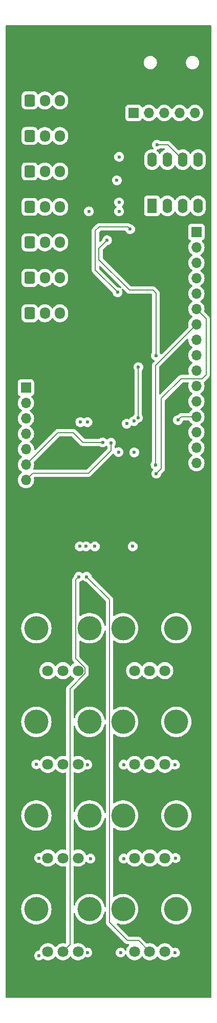
<source format=gbr>
%TF.GenerationSoftware,KiCad,Pcbnew,8.0.8*%
%TF.CreationDate,2025-03-24T10:48:50+01:00*%
%TF.ProjectId,Unit,556e6974-2e6b-4696-9361-645f70636258,rev?*%
%TF.SameCoordinates,Original*%
%TF.FileFunction,Copper,L4,Bot*%
%TF.FilePolarity,Positive*%
%FSLAX46Y46*%
G04 Gerber Fmt 4.6, Leading zero omitted, Abs format (unit mm)*
G04 Created by KiCad (PCBNEW 8.0.8) date 2025-03-24 10:48:50*
%MOMM*%
%LPD*%
G01*
G04 APERTURE LIST*
G04 Aperture macros list*
%AMRoundRect*
0 Rectangle with rounded corners*
0 $1 Rounding radius*
0 $2 $3 $4 $5 $6 $7 $8 $9 X,Y pos of 4 corners*
0 Add a 4 corners polygon primitive as box body*
4,1,4,$2,$3,$4,$5,$6,$7,$8,$9,$2,$3,0*
0 Add four circle primitives for the rounded corners*
1,1,$1+$1,$2,$3*
1,1,$1+$1,$4,$5*
1,1,$1+$1,$6,$7*
1,1,$1+$1,$8,$9*
0 Add four rect primitives between the rounded corners*
20,1,$1+$1,$2,$3,$4,$5,0*
20,1,$1+$1,$4,$5,$6,$7,0*
20,1,$1+$1,$6,$7,$8,$9,0*
20,1,$1+$1,$8,$9,$2,$3,0*%
G04 Aperture macros list end*
%TA.AperFunction,WasherPad*%
%ADD10C,4.000000*%
%TD*%
%TA.AperFunction,ComponentPad*%
%ADD11C,1.800000*%
%TD*%
%TA.AperFunction,ComponentPad*%
%ADD12RoundRect,0.250000X-0.600000X-0.725000X0.600000X-0.725000X0.600000X0.725000X-0.600000X0.725000X0*%
%TD*%
%TA.AperFunction,ComponentPad*%
%ADD13O,1.700000X1.950000*%
%TD*%
%TA.AperFunction,ComponentPad*%
%ADD14R,1.700000X1.700000*%
%TD*%
%TA.AperFunction,ComponentPad*%
%ADD15O,1.700000X1.700000*%
%TD*%
%TA.AperFunction,ComponentPad*%
%ADD16R,1.600000X2.400000*%
%TD*%
%TA.AperFunction,ComponentPad*%
%ADD17O,1.600000X2.400000*%
%TD*%
%TA.AperFunction,ViaPad*%
%ADD18C,0.600000*%
%TD*%
%TA.AperFunction,Conductor*%
%ADD19C,0.200000*%
%TD*%
G04 APERTURE END LIST*
D10*
%TO.P,RV5,*%
%TO.N,*%
X137527537Y-130230000D03*
X146327537Y-130230000D03*
D11*
%TO.P,RV5,1,1*%
%TO.N,+3.3V*%
X144427537Y-137230000D03*
%TO.P,RV5,2,2*%
%TO.N,Net-(U1-CH4)*%
X141927537Y-137230000D03*
%TO.P,RV5,3,3*%
%TO.N,GND*%
X139427537Y-137230000D03*
%TD*%
D12*
%TO.P,J10,1,Pin_1*%
%TO.N,GND*%
X136427537Y-51130000D03*
D13*
%TO.P,J10,2,Pin_2*%
%TO.N,/Main_board/c4*%
X138927537Y-51130000D03*
%TO.P,J10,3,Pin_3*%
%TO.N,+3.3V*%
X141427537Y-51130000D03*
%TD*%
D12*
%TO.P,J9,1,Pin_1*%
%TO.N,GND*%
X136427537Y-45280000D03*
D13*
%TO.P,J9,2,Pin_2*%
%TO.N,/Main_board/c3*%
X138927537Y-45280000D03*
%TO.P,J9,3,Pin_3*%
%TO.N,+3.3V*%
X141427537Y-45280000D03*
%TD*%
D12*
%TO.P,J12,1,Pin_1*%
%TO.N,GND*%
X136427537Y-62830000D03*
D13*
%TO.P,J12,2,Pin_2*%
%TO.N,/Main_board/c6*%
X138927537Y-62830000D03*
%TO.P,J12,3,Pin_3*%
%TO.N,+3.3V*%
X141427537Y-62830000D03*
%TD*%
D12*
%TO.P,J8,1,Pin_1*%
%TO.N,GND*%
X136427537Y-39430000D03*
D13*
%TO.P,J8,2,Pin_2*%
%TO.N,/Main_board/c2*%
X138927537Y-39430000D03*
%TO.P,J8,3,Pin_3*%
%TO.N,+3.3V*%
X141427537Y-39430000D03*
%TD*%
D14*
%TO.P,J4,1*%
%TO.N,unconnected-(J4-Pad1)*%
X153599873Y-29780000D03*
D15*
%TO.P,J4,2*%
%TO.N,unconnected-(J4-Pad2)*%
X156139873Y-29780000D03*
%TO.P,J4,3*%
%TO.N,unconnected-(J4-Pad3)*%
X158679873Y-29780000D03*
%TO.P,J4,4*%
%TO.N,Net-(J4-Pad4)*%
X161219873Y-29780000D03*
%TO.P,J4,5*%
%TO.N,Net-(U4-VO2)*%
X163759873Y-29780000D03*
%TD*%
D10*
%TO.P,RV1,*%
%TO.N,*%
X137527537Y-161130000D03*
X146327537Y-161130000D03*
D11*
%TO.P,RV1,1,1*%
%TO.N,+3.3V*%
X144427537Y-168130000D03*
%TO.P,RV1,2,2*%
%TO.N,Net-(U1-CH0)*%
X141927537Y-168130000D03*
%TO.P,RV1,3,3*%
%TO.N,GND*%
X139427537Y-168130000D03*
%TD*%
D12*
%TO.P,J11,1,Pin_1*%
%TO.N,GND*%
X136427537Y-56980000D03*
D13*
%TO.P,J11,2,Pin_2*%
%TO.N,/Main_board/c5*%
X138927537Y-56980000D03*
%TO.P,J11,3,Pin_3*%
%TO.N,+3.3V*%
X141427537Y-56980000D03*
%TD*%
D10*
%TO.P,RV4,*%
%TO.N,*%
X151877537Y-145680000D03*
X160677537Y-145680000D03*
D11*
%TO.P,RV4,1,1*%
%TO.N,+3.3V*%
X158777537Y-152680000D03*
%TO.P,RV4,2,2*%
%TO.N,Net-(U1-CH3)*%
X156277537Y-152680000D03*
%TO.P,RV4,3,3*%
%TO.N,GND*%
X153777537Y-152680000D03*
%TD*%
D10*
%TO.P,RV8,*%
%TO.N,*%
X151877537Y-114780000D03*
X160677537Y-114780000D03*
D11*
%TO.P,RV8,1,1*%
%TO.N,+3.3V*%
X158777537Y-121780000D03*
%TO.P,RV8,2,2*%
%TO.N,Net-(U1-CH7)*%
X156277537Y-121780000D03*
%TO.P,RV8,3,3*%
%TO.N,GND*%
X153777537Y-121780000D03*
%TD*%
D10*
%TO.P,RV2,*%
%TO.N,*%
X151877537Y-161130000D03*
X160677537Y-161130000D03*
D11*
%TO.P,RV2,1,1*%
%TO.N,+3.3V*%
X158777537Y-168130000D03*
%TO.P,RV2,2,2*%
%TO.N,Net-(U1-CH1)*%
X156277537Y-168130000D03*
%TO.P,RV2,3,3*%
%TO.N,GND*%
X153777537Y-168130000D03*
%TD*%
D10*
%TO.P,RV7,*%
%TO.N,*%
X137527537Y-114780000D03*
X146327537Y-114780000D03*
D11*
%TO.P,RV7,1,1*%
%TO.N,+3.3V*%
X144427537Y-121780000D03*
%TO.P,RV7,2,2*%
%TO.N,Net-(U1-CH6)*%
X141927537Y-121780000D03*
%TO.P,RV7,3,3*%
%TO.N,GND*%
X139427537Y-121780000D03*
%TD*%
D12*
%TO.P,J6,1,Pin_1*%
%TO.N,GND*%
X136427537Y-27730000D03*
D13*
%TO.P,J6,2,Pin_2*%
%TO.N,/Main_board/c0*%
X138927537Y-27730000D03*
%TO.P,J6,3,Pin_3*%
%TO.N,+3.3V*%
X141427537Y-27730000D03*
%TD*%
D16*
%TO.P,U4,1,NC*%
%TO.N,unconnected-(U4-NC-Pad1)*%
X156669873Y-45105000D03*
D17*
%TO.P,U4,2,C1*%
%TO.N,Net-(U4-C1)*%
X159209873Y-45105000D03*
%TO.P,U4,3,C2*%
%TO.N,GND*%
X161749873Y-45105000D03*
%TO.P,U4,4,NC*%
%TO.N,unconnected-(U4-NC-Pad4)*%
X164289873Y-45105000D03*
%TO.P,U4,5,GND*%
%TO.N,GND*%
X164289873Y-37485000D03*
%TO.P,U4,6,VO2*%
%TO.N,Net-(U4-VO2)*%
X161749873Y-37485000D03*
%TO.P,U4,7,VO1*%
%TO.N,Net-(U4-VO1)*%
X159209873Y-37485000D03*
%TO.P,U4,8,VCC*%
%TO.N,+3.3V*%
X156669873Y-37485000D03*
%TD*%
D15*
%TO.P,J1,1,3V3*%
%TO.N,+3.3V*%
X164000000Y-51960000D03*
D14*
%TO.P,J1,6,GND*%
%TO.N,/Raspberry_connections/GND*%
X164000000Y-49420000D03*
D15*
%TO.P,J1,8,GPIO14/UART_TXD*%
%TO.N,/Main_board/midi_in*%
X164000000Y-54500000D03*
%TO.P,J1,11,GPIO17/SPI1_~{CE1}*%
%TO.N,/Main_board/DATA_IN_595*%
X164000000Y-57040000D03*
%TO.P,J1,13,GPIO27/SDIO_DAT3*%
%TO.N,/Main_board/clock_595*%
X164000000Y-69740000D03*
%TO.P,J1,15,GPIO22/SDIO_CLK*%
%TO.N,/Main_board/LATCH_595*%
X164000000Y-59580000D03*
%TO.P,J1,16,GPIO23/SDIO_CMD*%
%TO.N,/Main_board/LOAD_165*%
X164000000Y-62120000D03*
%TO.P,J1,18,GPCLK0/GPIO04*%
%TO.N,/Main_board/clock_165*%
X164000000Y-64660000D03*
%TO.P,J1,19,GPIO18/SPI1_~{CE0}/PCM_CLK/PWM0*%
%TO.N,/Octaves board/DATA_IN_ADC*%
X164000000Y-77360000D03*
%TO.P,J1,21,GPIO17/SPI1_~{CE1}*%
%TO.N,/Octaves board/DATA_OUT_ADC*%
X164000000Y-74820000D03*
%TO.P,J1,22,GPIO14/UART_TXD*%
%TO.N,/Main_board/DATA_OUT_165*%
X164000000Y-67200000D03*
%TO.P,J1,23,GPIO27/SDIO_DAT3*%
%TO.N,/Octaves board/ADC_clock*%
X164000000Y-79900000D03*
%TO.P,J1,24,GPIO15/UART_RXD*%
%TO.N,/Octaves board/select*%
X164000000Y-72280000D03*
%TO.P,J1,32,GND*%
%TO.N,N/C*%
X164000000Y-82440000D03*
X164000000Y-84980000D03*
X164000000Y-87520000D03*
%TD*%
D10*
%TO.P,RV3,*%
%TO.N,*%
X137527537Y-145680000D03*
X146327537Y-145680000D03*
D11*
%TO.P,RV3,1,1*%
%TO.N,+3.3V*%
X144427537Y-152680000D03*
%TO.P,RV3,2,2*%
%TO.N,Net-(U1-CH2)*%
X141927537Y-152680000D03*
%TO.P,RV3,3,3*%
%TO.N,GND*%
X139427537Y-152680000D03*
%TD*%
D10*
%TO.P,RV6,*%
%TO.N,*%
X151877537Y-130230000D03*
X160677537Y-130230000D03*
D11*
%TO.P,RV6,1,1*%
%TO.N,+3.3V*%
X158777537Y-137230000D03*
%TO.P,RV6,2,2*%
%TO.N,Net-(U1-CH5)*%
X156277537Y-137230000D03*
%TO.P,RV6,3,3*%
%TO.N,GND*%
X153777537Y-137230000D03*
%TD*%
D12*
%TO.P,J7,1,Pin_1*%
%TO.N,GND*%
X136427537Y-33580000D03*
D13*
%TO.P,J7,2,Pin_2*%
%TO.N,/Main_board/c1*%
X138927537Y-33580000D03*
%TO.P,J7,3,Pin_3*%
%TO.N,+3.3V*%
X141427537Y-33580000D03*
%TD*%
D14*
%TO.P,J5,1,Pin_1*%
%TO.N,/Main_board/jst0*%
X135800000Y-75100000D03*
D15*
%TO.P,J5,2,Pin_2*%
%TO.N,/Main_board/jst1*%
X135800000Y-77640000D03*
%TO.P,J5,3,Pin_3*%
%TO.N,/Main_board/jst2*%
X135800000Y-80180000D03*
%TO.P,J5,4,Pin_4*%
%TO.N,/Main_board/jst3*%
X135800000Y-82720000D03*
%TO.P,J5,5,Pin_5*%
%TO.N,/Main_board/jst4*%
X135800000Y-85260000D03*
%TO.P,J5,6,Pin_6*%
%TO.N,/Main_board/jst5*%
X135800000Y-87800000D03*
%TO.P,J5,7,Pin_7*%
%TO.N,/Main_board/jst6*%
X135800000Y-90340000D03*
%TD*%
D18*
%TO.N,GND*%
X151219873Y-46030000D03*
X137969873Y-152680000D03*
X137519873Y-137230000D03*
X137969873Y-168780000D03*
X153469873Y-101280000D03*
X151119873Y-85730000D03*
X147219873Y-101280000D03*
X150844873Y-40905000D03*
X152469873Y-81030000D03*
X151969873Y-137280000D03*
X153719873Y-85780000D03*
X151469873Y-168280000D03*
X151969873Y-152780000D03*
X146219873Y-46030000D03*
%TO.N,+3.3V*%
X145719873Y-101280000D03*
X151219873Y-44530000D03*
X160569873Y-152680000D03*
X156219873Y-36780000D03*
X160469873Y-137280000D03*
X145969873Y-168280000D03*
X145994873Y-80780000D03*
X146469873Y-152780000D03*
X144719873Y-101280000D03*
X160469873Y-168280000D03*
X145969873Y-137280000D03*
X144794873Y-80780000D03*
X151219873Y-37030000D03*
%TO.N,/Main_board/jst6*%
X149869873Y-84205000D03*
%TO.N,/Main_board/jst5*%
X148494873Y-84130000D03*
%TO.N,Net-(U1-CH0)*%
X144577537Y-106280000D03*
%TO.N,Net-(U1-CH1)*%
X145847537Y-106280000D03*
%TO.N,/Main_board/clock_595*%
X149219873Y-50780000D03*
X157300000Y-69800000D03*
%TO.N,/Main_board/LATCH_595*%
X150969873Y-59369873D03*
X153044873Y-48955000D03*
%TO.N,/Main_board/LOAD_165*%
X157369873Y-89280000D03*
%TO.N,/Main_board/DATA_OUT_165*%
X153669873Y-80605000D03*
X154400000Y-71700000D03*
X154344873Y-80055000D03*
%TO.N,/Main_board/clock_165*%
X157244873Y-87830000D03*
%TO.N,/Octaves board/ADC_clock*%
X160950000Y-80450000D03*
%TO.N,Net-(U4-VO2)*%
X157469873Y-35030000D03*
%TD*%
D19*
%TO.N,/Main_board/jst6*%
X149869873Y-84205000D02*
X149869873Y-85480000D01*
X149869873Y-85480000D02*
X146149873Y-89200000D01*
X146149873Y-89200000D02*
X136940000Y-89200000D01*
X136940000Y-89200000D02*
X135800000Y-90340000D01*
%TO.N,/Main_board/jst5*%
X143644873Y-82530000D02*
X141070000Y-82530000D01*
X148494873Y-84130000D02*
X145244873Y-84130000D01*
X141070000Y-82530000D02*
X135800000Y-87800000D01*
X145244873Y-84130000D02*
X143644873Y-82530000D01*
%TO.N,Net-(U1-CH0)*%
X145577537Y-121303654D02*
X145577537Y-122256346D01*
X145577537Y-122256346D02*
X143077537Y-124756346D01*
X144077537Y-119803654D02*
X145577537Y-121303654D01*
X143077537Y-124756346D02*
X143077537Y-166980000D01*
X144577537Y-106280000D02*
X144077537Y-106780000D01*
X144077537Y-106780000D02*
X144077537Y-119803654D01*
X143077537Y-166980000D02*
X141927537Y-168130000D01*
%TO.N,Net-(U1-CH1)*%
X145847537Y-106280000D02*
X149627537Y-110060000D01*
X154427537Y-166280000D02*
X156277537Y-168130000D01*
X152601191Y-166280000D02*
X154427537Y-166280000D01*
X149627537Y-110060000D02*
X149627537Y-163306346D01*
X149627537Y-163306346D02*
X152601191Y-166280000D01*
%TO.N,/Main_board/clock_595*%
X152900000Y-59000000D02*
X156800000Y-59000000D01*
X157300000Y-59500000D02*
X157300000Y-69800000D01*
X147894873Y-53994873D02*
X152900000Y-59000000D01*
X149219873Y-50780000D02*
X147894873Y-52105000D01*
X156800000Y-59000000D02*
X157300000Y-59500000D01*
X147894873Y-52105000D02*
X147894873Y-53994873D01*
%TO.N,/Main_board/LATCH_595*%
X147844873Y-48605000D02*
X147844873Y-48630000D01*
X153044873Y-48955000D02*
X152694873Y-48605000D01*
X147300000Y-49174873D02*
X147300000Y-55700000D01*
X147844873Y-48630000D02*
X147300000Y-49174873D01*
X152694873Y-48605000D02*
X147844873Y-48605000D01*
X147300000Y-55700000D02*
X150969873Y-59369873D01*
%TO.N,/Main_board/LOAD_165*%
X158200000Y-88449873D02*
X158200000Y-76900000D01*
X158200000Y-76900000D02*
X161500000Y-73600000D01*
X165000000Y-73600000D02*
X165600000Y-73000000D01*
X165600000Y-63720000D02*
X164000000Y-62120000D01*
X161500000Y-73600000D02*
X165000000Y-73600000D01*
X165600000Y-73000000D02*
X165600000Y-63720000D01*
X157369873Y-89280000D02*
X158200000Y-88449873D01*
%TO.N,/Main_board/DATA_OUT_165*%
X154400000Y-79974873D02*
X154357373Y-80017500D01*
X154400000Y-71600000D02*
X154400000Y-71700000D01*
X154400000Y-71700000D02*
X154400000Y-79974873D01*
%TO.N,/Main_board/clock_165*%
X157244873Y-71415127D02*
X164000000Y-64660000D01*
X157244873Y-87830000D02*
X157244873Y-71415127D01*
%TO.N,/Octaves board/ADC_clock*%
X160950000Y-80450000D02*
X161500000Y-79900000D01*
X161500000Y-79900000D02*
X164000000Y-79900000D01*
%TO.N,Net-(U4-VO2)*%
X157469873Y-35030000D02*
X159294873Y-35030000D01*
X159294873Y-35030000D02*
X161749873Y-37485000D01*
%TD*%
%TA.AperFunction,NonConductor*%
G36*
X166412412Y-15300185D02*
G01*
X166458167Y-15352989D01*
X166469373Y-15404500D01*
X166469373Y-175655500D01*
X166449688Y-175722539D01*
X166396884Y-175768294D01*
X166345373Y-175779500D01*
X132594373Y-175779500D01*
X132527334Y-175759815D01*
X132481579Y-175707011D01*
X132470373Y-175655500D01*
X132470373Y-161129994D01*
X135022093Y-161129994D01*
X135022093Y-161130005D01*
X135041847Y-161444004D01*
X135041848Y-161444011D01*
X135100807Y-161753083D01*
X135198034Y-162052316D01*
X135198036Y-162052321D01*
X135331998Y-162337003D01*
X135332001Y-162337009D01*
X135500588Y-162602661D01*
X135500591Y-162602665D01*
X135701143Y-162845090D01*
X135701145Y-162845092D01*
X135930505Y-163060476D01*
X135930515Y-163060484D01*
X136185041Y-163245408D01*
X136185046Y-163245410D01*
X136185053Y-163245416D01*
X136460771Y-163396994D01*
X136460776Y-163396996D01*
X136460778Y-163396997D01*
X136460779Y-163396998D01*
X136753308Y-163512818D01*
X136753311Y-163512819D01*
X137047081Y-163588246D01*
X137058064Y-163591066D01*
X137123547Y-163599338D01*
X137370207Y-163630499D01*
X137370216Y-163630499D01*
X137370219Y-163630500D01*
X137370221Y-163630500D01*
X137684853Y-163630500D01*
X137684855Y-163630500D01*
X137684858Y-163630499D01*
X137684866Y-163630499D01*
X137871130Y-163606968D01*
X137997010Y-163591066D01*
X138301762Y-163512819D01*
X138301765Y-163512818D01*
X138594294Y-163396998D01*
X138594295Y-163396997D01*
X138594293Y-163396997D01*
X138594303Y-163396994D01*
X138870021Y-163245416D01*
X139124567Y-163060478D01*
X139353927Y-162845094D01*
X139554484Y-162602663D01*
X139723074Y-162337007D01*
X139857040Y-162052315D01*
X139954268Y-161753079D01*
X140013225Y-161444015D01*
X140032981Y-161130000D01*
X140013225Y-160815985D01*
X139954268Y-160506921D01*
X139857040Y-160207685D01*
X139723074Y-159922993D01*
X139554484Y-159657337D01*
X139554482Y-159657334D01*
X139353930Y-159414909D01*
X139353928Y-159414907D01*
X139124568Y-159199523D01*
X139124558Y-159199515D01*
X138870032Y-159014591D01*
X138870025Y-159014586D01*
X138870021Y-159014584D01*
X138594303Y-158863006D01*
X138594300Y-158863004D01*
X138594295Y-158863002D01*
X138594294Y-158863001D01*
X138301765Y-158747181D01*
X138301762Y-158747180D01*
X137997013Y-158668934D01*
X137997000Y-158668932D01*
X137684866Y-158629500D01*
X137684855Y-158629500D01*
X137370219Y-158629500D01*
X137370207Y-158629500D01*
X137058073Y-158668932D01*
X137058060Y-158668934D01*
X136753311Y-158747180D01*
X136753308Y-158747181D01*
X136460779Y-158863001D01*
X136460778Y-158863002D01*
X136185053Y-159014584D01*
X136185041Y-159014591D01*
X135930515Y-159199515D01*
X135930505Y-159199523D01*
X135701145Y-159414907D01*
X135701143Y-159414909D01*
X135500591Y-159657334D01*
X135500588Y-159657338D01*
X135332001Y-159922990D01*
X135331998Y-159922996D01*
X135198036Y-160207678D01*
X135198034Y-160207683D01*
X135100807Y-160506916D01*
X135041848Y-160815988D01*
X135041847Y-160815995D01*
X135022093Y-161129994D01*
X132470373Y-161129994D01*
X132470373Y-145679994D01*
X135022093Y-145679994D01*
X135022093Y-145680005D01*
X135041847Y-145994004D01*
X135041848Y-145994011D01*
X135100807Y-146303083D01*
X135198034Y-146602316D01*
X135198036Y-146602321D01*
X135331998Y-146887003D01*
X135332001Y-146887009D01*
X135500588Y-147152661D01*
X135500591Y-147152665D01*
X135701143Y-147395090D01*
X135701145Y-147395092D01*
X135930505Y-147610476D01*
X135930515Y-147610484D01*
X136185041Y-147795408D01*
X136185046Y-147795410D01*
X136185053Y-147795416D01*
X136460771Y-147946994D01*
X136460776Y-147946996D01*
X136460778Y-147946997D01*
X136460779Y-147946998D01*
X136753308Y-148062818D01*
X136753311Y-148062819D01*
X137058060Y-148141065D01*
X137058064Y-148141066D01*
X137123547Y-148149338D01*
X137370207Y-148180499D01*
X137370216Y-148180499D01*
X137370219Y-148180500D01*
X137370221Y-148180500D01*
X137684853Y-148180500D01*
X137684855Y-148180500D01*
X137684858Y-148180499D01*
X137684866Y-148180499D01*
X137871130Y-148156968D01*
X137997010Y-148141066D01*
X138301762Y-148062819D01*
X138301765Y-148062818D01*
X138594294Y-147946998D01*
X138594295Y-147946997D01*
X138594293Y-147946997D01*
X138594303Y-147946994D01*
X138870021Y-147795416D01*
X139124567Y-147610478D01*
X139353927Y-147395094D01*
X139554484Y-147152663D01*
X139723074Y-146887007D01*
X139857040Y-146602315D01*
X139954268Y-146303079D01*
X140013225Y-145994015D01*
X140032981Y-145680000D01*
X140013225Y-145365985D01*
X139954268Y-145056921D01*
X139857040Y-144757685D01*
X139723074Y-144472993D01*
X139554484Y-144207337D01*
X139554482Y-144207334D01*
X139353930Y-143964909D01*
X139353928Y-143964907D01*
X139124568Y-143749523D01*
X139124558Y-143749515D01*
X138870032Y-143564591D01*
X138870025Y-143564586D01*
X138870021Y-143564584D01*
X138594303Y-143413006D01*
X138594300Y-143413004D01*
X138594295Y-143413002D01*
X138594294Y-143413001D01*
X138301765Y-143297181D01*
X138301762Y-143297180D01*
X137997013Y-143218934D01*
X137997000Y-143218932D01*
X137684866Y-143179500D01*
X137684855Y-143179500D01*
X137370219Y-143179500D01*
X137370207Y-143179500D01*
X137058073Y-143218932D01*
X137058060Y-143218934D01*
X136753311Y-143297180D01*
X136753308Y-143297181D01*
X136460779Y-143413001D01*
X136460778Y-143413002D01*
X136185053Y-143564584D01*
X136185041Y-143564591D01*
X135930515Y-143749515D01*
X135930505Y-143749523D01*
X135701145Y-143964907D01*
X135701143Y-143964909D01*
X135500591Y-144207334D01*
X135500588Y-144207338D01*
X135332001Y-144472990D01*
X135331998Y-144472996D01*
X135198036Y-144757678D01*
X135198034Y-144757683D01*
X135100807Y-145056916D01*
X135041848Y-145365988D01*
X135041847Y-145365995D01*
X135022093Y-145679994D01*
X132470373Y-145679994D01*
X132470373Y-137229996D01*
X136714308Y-137229996D01*
X136714308Y-137230003D01*
X136734503Y-137409249D01*
X136734504Y-137409254D01*
X136794084Y-137579523D01*
X136890057Y-137732262D01*
X137017611Y-137859816D01*
X137107953Y-137916582D01*
X137148173Y-137941854D01*
X137170351Y-137955789D01*
X137313240Y-138005788D01*
X137340618Y-138015368D01*
X137340623Y-138015369D01*
X137519869Y-138035565D01*
X137519873Y-138035565D01*
X137519877Y-138035565D01*
X137699122Y-138015369D01*
X137699125Y-138015368D01*
X137699128Y-138015368D01*
X137869395Y-137955789D01*
X137891573Y-137941854D01*
X137933249Y-137915666D01*
X138021058Y-137860492D01*
X138088294Y-137841492D01*
X138155129Y-137861859D01*
X138190839Y-137897664D01*
X138191612Y-137898848D01*
X138191613Y-137898849D01*
X138219710Y-137941854D01*
X138313600Y-138085565D01*
X138318558Y-138093153D01*
X138475753Y-138263913D01*
X138475756Y-138263915D01*
X138475759Y-138263918D01*
X138658902Y-138406464D01*
X138658908Y-138406468D01*
X138658911Y-138406470D01*
X138826397Y-138497109D01*
X138859918Y-138515250D01*
X138863034Y-138516936D01*
X138977024Y-138556068D01*
X139082552Y-138592297D01*
X139082554Y-138592297D01*
X139082556Y-138592298D01*
X139311488Y-138630500D01*
X139311489Y-138630500D01*
X139543585Y-138630500D01*
X139543586Y-138630500D01*
X139772518Y-138592298D01*
X139992040Y-138516936D01*
X140196163Y-138406470D01*
X140379321Y-138263913D01*
X140536516Y-138093153D01*
X140536520Y-138093147D01*
X140573728Y-138036196D01*
X140626874Y-137990839D01*
X140696106Y-137981415D01*
X140759441Y-138010917D01*
X140781346Y-138036196D01*
X140818553Y-138093147D01*
X140818555Y-138093149D01*
X140818558Y-138093153D01*
X140975753Y-138263913D01*
X140975756Y-138263915D01*
X140975759Y-138263918D01*
X141158902Y-138406464D01*
X141158908Y-138406468D01*
X141158911Y-138406470D01*
X141326397Y-138497109D01*
X141359918Y-138515250D01*
X141363034Y-138516936D01*
X141477024Y-138556068D01*
X141582552Y-138592297D01*
X141582554Y-138592297D01*
X141582556Y-138592298D01*
X141811488Y-138630500D01*
X141811489Y-138630500D01*
X142043585Y-138630500D01*
X142043586Y-138630500D01*
X142272518Y-138592298D01*
X142312774Y-138578477D01*
X142382571Y-138575328D01*
X142442993Y-138610413D01*
X142474854Y-138672595D01*
X142477037Y-138695759D01*
X142477037Y-151214240D01*
X142457352Y-151281279D01*
X142404548Y-151327034D01*
X142335390Y-151336978D01*
X142312775Y-151331522D01*
X142272517Y-151317701D01*
X142077025Y-151285080D01*
X142043586Y-151279500D01*
X141811488Y-151279500D01*
X141778049Y-151285080D01*
X141582552Y-151317702D01*
X141363041Y-151393061D01*
X141363032Y-151393064D01*
X141158908Y-151503531D01*
X141158902Y-151503535D01*
X140975759Y-151646081D01*
X140975756Y-151646084D01*
X140975753Y-151646086D01*
X140975753Y-151646087D01*
X140818558Y-151816847D01*
X140818556Y-151816848D01*
X140818552Y-151816854D01*
X140781345Y-151873804D01*
X140728199Y-151919161D01*
X140658967Y-151928584D01*
X140595632Y-151899082D01*
X140573729Y-151873804D01*
X140536521Y-151816854D01*
X140536519Y-151816852D01*
X140536516Y-151816847D01*
X140379321Y-151646087D01*
X140379316Y-151646083D01*
X140379314Y-151646081D01*
X140196171Y-151503535D01*
X140196165Y-151503531D01*
X139992041Y-151393064D01*
X139992032Y-151393061D01*
X139772521Y-151317702D01*
X139577025Y-151285080D01*
X139543586Y-151279500D01*
X139311488Y-151279500D01*
X139278049Y-151285080D01*
X139082552Y-151317702D01*
X138863041Y-151393061D01*
X138863032Y-151393064D01*
X138658908Y-151503531D01*
X138658902Y-151503535D01*
X138475759Y-151646081D01*
X138475756Y-151646084D01*
X138318556Y-151816848D01*
X138298776Y-151847124D01*
X138245629Y-151892479D01*
X138176398Y-151901901D01*
X138154015Y-151896342D01*
X138149125Y-151894631D01*
X137969877Y-151874435D01*
X137969869Y-151874435D01*
X137790623Y-151894630D01*
X137790618Y-151894631D01*
X137620349Y-151954211D01*
X137467610Y-152050184D01*
X137340057Y-152177737D01*
X137244084Y-152330476D01*
X137184504Y-152500745D01*
X137184503Y-152500750D01*
X137164308Y-152679996D01*
X137164308Y-152680003D01*
X137184503Y-152859249D01*
X137184504Y-152859254D01*
X137244084Y-153029523D01*
X137340057Y-153182262D01*
X137467611Y-153309816D01*
X137620351Y-153405789D01*
X137720518Y-153440839D01*
X137790618Y-153465368D01*
X137790623Y-153465369D01*
X137969869Y-153485565D01*
X137969873Y-153485565D01*
X137969877Y-153485565D01*
X138149119Y-153465369D01*
X138149120Y-153465369D01*
X138149120Y-153465368D01*
X138149128Y-153465368D01*
X138154015Y-153463657D01*
X138223790Y-153460095D01*
X138284418Y-153494822D01*
X138298776Y-153512875D01*
X138318558Y-153543153D01*
X138475753Y-153713913D01*
X138475756Y-153713915D01*
X138475759Y-153713918D01*
X138658902Y-153856464D01*
X138658908Y-153856468D01*
X138658911Y-153856470D01*
X138826397Y-153947109D01*
X138859918Y-153965250D01*
X138863034Y-153966936D01*
X138977024Y-154006068D01*
X139082552Y-154042297D01*
X139082554Y-154042297D01*
X139082556Y-154042298D01*
X139311488Y-154080500D01*
X139311489Y-154080500D01*
X139543585Y-154080500D01*
X139543586Y-154080500D01*
X139772518Y-154042298D01*
X139992040Y-153966936D01*
X140196163Y-153856470D01*
X140379321Y-153713913D01*
X140536516Y-153543153D01*
X140560928Y-153505788D01*
X140573728Y-153486196D01*
X140626874Y-153440839D01*
X140696106Y-153431415D01*
X140759441Y-153460917D01*
X140781346Y-153486196D01*
X140818553Y-153543147D01*
X140818556Y-153543151D01*
X140818558Y-153543153D01*
X140975753Y-153713913D01*
X140975756Y-153713915D01*
X140975759Y-153713918D01*
X141158902Y-153856464D01*
X141158908Y-153856468D01*
X141158911Y-153856470D01*
X141326397Y-153947109D01*
X141359918Y-153965250D01*
X141363034Y-153966936D01*
X141477024Y-154006068D01*
X141582552Y-154042297D01*
X141582554Y-154042297D01*
X141582556Y-154042298D01*
X141811488Y-154080500D01*
X141811489Y-154080500D01*
X142043585Y-154080500D01*
X142043586Y-154080500D01*
X142272518Y-154042298D01*
X142312774Y-154028477D01*
X142382571Y-154025328D01*
X142442993Y-154060413D01*
X142474854Y-154122595D01*
X142477037Y-154145759D01*
X142477037Y-166664240D01*
X142457352Y-166731279D01*
X142404548Y-166777034D01*
X142335390Y-166786978D01*
X142312775Y-166781522D01*
X142272517Y-166767701D01*
X142077025Y-166735080D01*
X142043586Y-166729500D01*
X141811488Y-166729500D01*
X141778049Y-166735080D01*
X141582552Y-166767702D01*
X141363041Y-166843061D01*
X141363032Y-166843064D01*
X141158908Y-166953531D01*
X141158902Y-166953535D01*
X140975759Y-167096081D01*
X140975756Y-167096084D01*
X140818552Y-167266854D01*
X140781345Y-167323804D01*
X140728199Y-167369161D01*
X140658967Y-167378584D01*
X140595632Y-167349082D01*
X140573729Y-167323804D01*
X140536521Y-167266854D01*
X140536519Y-167266852D01*
X140536516Y-167266847D01*
X140379321Y-167096087D01*
X140379316Y-167096083D01*
X140379314Y-167096081D01*
X140196171Y-166953535D01*
X140196165Y-166953531D01*
X139992041Y-166843064D01*
X139992032Y-166843061D01*
X139772521Y-166767702D01*
X139577025Y-166735080D01*
X139543586Y-166729500D01*
X139311488Y-166729500D01*
X139278049Y-166735080D01*
X139082552Y-166767702D01*
X138863041Y-166843061D01*
X138863032Y-166843064D01*
X138658908Y-166953531D01*
X138658902Y-166953535D01*
X138475759Y-167096081D01*
X138475756Y-167096084D01*
X138318553Y-167266852D01*
X138191612Y-167461151D01*
X138098378Y-167673703D01*
X138098378Y-167673704D01*
X138044821Y-167885190D01*
X138009282Y-167945346D01*
X137946861Y-167976737D01*
X137938500Y-167977969D01*
X137790622Y-167994630D01*
X137790618Y-167994631D01*
X137620349Y-168054211D01*
X137467610Y-168150184D01*
X137340057Y-168277737D01*
X137244084Y-168430476D01*
X137184504Y-168600745D01*
X137184503Y-168600750D01*
X137164308Y-168779996D01*
X137164308Y-168780003D01*
X137184503Y-168959249D01*
X137184504Y-168959254D01*
X137244084Y-169129523D01*
X137265696Y-169163918D01*
X137340057Y-169282262D01*
X137467611Y-169409816D01*
X137478946Y-169416938D01*
X137598878Y-169492297D01*
X137620351Y-169505789D01*
X137690971Y-169530500D01*
X137790618Y-169565368D01*
X137790623Y-169565369D01*
X137969869Y-169585565D01*
X137969873Y-169585565D01*
X137969877Y-169585565D01*
X138149122Y-169565369D01*
X138149125Y-169565368D01*
X138149128Y-169565368D01*
X138319395Y-169505789D01*
X138472135Y-169409816D01*
X138539396Y-169342555D01*
X138600719Y-169309070D01*
X138670411Y-169314054D01*
X138686095Y-169321181D01*
X138849875Y-169409815D01*
X138863034Y-169416936D01*
X138977024Y-169456068D01*
X139082552Y-169492297D01*
X139082554Y-169492297D01*
X139082556Y-169492298D01*
X139311488Y-169530500D01*
X139311489Y-169530500D01*
X139543585Y-169530500D01*
X139543586Y-169530500D01*
X139772518Y-169492298D01*
X139992040Y-169416936D01*
X140196163Y-169306470D01*
X140379321Y-169163913D01*
X140536516Y-168993153D01*
X140573728Y-168936196D01*
X140626874Y-168890839D01*
X140696106Y-168881415D01*
X140759441Y-168910917D01*
X140781346Y-168936196D01*
X140818553Y-168993147D01*
X140818556Y-168993151D01*
X140818558Y-168993153D01*
X140975753Y-169163913D01*
X140975756Y-169163915D01*
X140975759Y-169163918D01*
X141158902Y-169306464D01*
X141158908Y-169306468D01*
X141158911Y-169306470D01*
X141326397Y-169397109D01*
X141349875Y-169409815D01*
X141363034Y-169416936D01*
X141477024Y-169456068D01*
X141582552Y-169492297D01*
X141582554Y-169492297D01*
X141582556Y-169492298D01*
X141811488Y-169530500D01*
X141811489Y-169530500D01*
X142043585Y-169530500D01*
X142043586Y-169530500D01*
X142272518Y-169492298D01*
X142492040Y-169416936D01*
X142696163Y-169306470D01*
X142879321Y-169163913D01*
X143036516Y-168993153D01*
X143073728Y-168936196D01*
X143126874Y-168890839D01*
X143196106Y-168881415D01*
X143259441Y-168910917D01*
X143281346Y-168936196D01*
X143318553Y-168993147D01*
X143318556Y-168993151D01*
X143318558Y-168993153D01*
X143475753Y-169163913D01*
X143475756Y-169163915D01*
X143475759Y-169163918D01*
X143658902Y-169306464D01*
X143658908Y-169306468D01*
X143658911Y-169306470D01*
X143826397Y-169397109D01*
X143849875Y-169409815D01*
X143863034Y-169416936D01*
X143977024Y-169456068D01*
X144082552Y-169492297D01*
X144082554Y-169492297D01*
X144082556Y-169492298D01*
X144311488Y-169530500D01*
X144311489Y-169530500D01*
X144543585Y-169530500D01*
X144543586Y-169530500D01*
X144772518Y-169492298D01*
X144992040Y-169416936D01*
X145196163Y-169306470D01*
X145379321Y-169163913D01*
X145492921Y-169040509D01*
X145552806Y-169004521D01*
X145622644Y-169006621D01*
X145625104Y-169007452D01*
X145790618Y-169065368D01*
X145790623Y-169065369D01*
X145969869Y-169085565D01*
X145969873Y-169085565D01*
X145969877Y-169085565D01*
X146149122Y-169065369D01*
X146149125Y-169065368D01*
X146149128Y-169065368D01*
X146319395Y-169005789D01*
X146472135Y-168909816D01*
X146599689Y-168782262D01*
X146695662Y-168629522D01*
X146755241Y-168459255D01*
X146755242Y-168459249D01*
X146775438Y-168280003D01*
X146775438Y-168279996D01*
X146755242Y-168100750D01*
X146755241Y-168100745D01*
X146711043Y-167974435D01*
X146695662Y-167930478D01*
X146690814Y-167922763D01*
X146599688Y-167777737D01*
X146472135Y-167650184D01*
X146319396Y-167554211D01*
X146149127Y-167494631D01*
X146149122Y-167494630D01*
X145969877Y-167474435D01*
X145969869Y-167474435D01*
X145790619Y-167494631D01*
X145783829Y-167496181D01*
X145783159Y-167493245D01*
X145726712Y-167496086D01*
X145666110Y-167461314D01*
X145651815Y-167443325D01*
X145536520Y-167266852D01*
X145536517Y-167266849D01*
X145536516Y-167266847D01*
X145379321Y-167096087D01*
X145379316Y-167096083D01*
X145379314Y-167096081D01*
X145196171Y-166953535D01*
X145196165Y-166953531D01*
X144992041Y-166843064D01*
X144992032Y-166843061D01*
X144772521Y-166767702D01*
X144577025Y-166735080D01*
X144543586Y-166729500D01*
X144311488Y-166729500D01*
X144278049Y-166735080D01*
X144082552Y-166767702D01*
X143863038Y-166843062D01*
X143863025Y-166843068D01*
X143861052Y-166844136D01*
X143860152Y-166844328D01*
X143858331Y-166845127D01*
X143858166Y-166844752D01*
X143792723Y-166858730D01*
X143727352Y-166834065D01*
X143685692Y-166777974D01*
X143678037Y-166735080D01*
X143678037Y-161850371D01*
X143697722Y-161783332D01*
X143750526Y-161737577D01*
X143819684Y-161727633D01*
X143883240Y-161756658D01*
X143919968Y-161812053D01*
X143998034Y-162052316D01*
X143998036Y-162052321D01*
X144131998Y-162337003D01*
X144132001Y-162337009D01*
X144300588Y-162602661D01*
X144300591Y-162602665D01*
X144501143Y-162845090D01*
X144501145Y-162845092D01*
X144730505Y-163060476D01*
X144730515Y-163060484D01*
X144985041Y-163245408D01*
X144985046Y-163245410D01*
X144985053Y-163245416D01*
X145260771Y-163396994D01*
X145260776Y-163396996D01*
X145260778Y-163396997D01*
X145260779Y-163396998D01*
X145553308Y-163512818D01*
X145553311Y-163512819D01*
X145847081Y-163588246D01*
X145858064Y-163591066D01*
X145923547Y-163599338D01*
X146170207Y-163630499D01*
X146170216Y-163630499D01*
X146170219Y-163630500D01*
X146170221Y-163630500D01*
X146484853Y-163630500D01*
X146484855Y-163630500D01*
X146484858Y-163630499D01*
X146484866Y-163630499D01*
X146671130Y-163606968D01*
X146797010Y-163591066D01*
X147101762Y-163512819D01*
X147101765Y-163512818D01*
X147394294Y-163396998D01*
X147394295Y-163396997D01*
X147394293Y-163396997D01*
X147394303Y-163396994D01*
X147670021Y-163245416D01*
X147924567Y-163060478D01*
X148153927Y-162845094D01*
X148354484Y-162602663D01*
X148523074Y-162337007D01*
X148657040Y-162052315D01*
X148754268Y-161753079D01*
X148781233Y-161611718D01*
X148813131Y-161549556D01*
X148873574Y-161514506D01*
X148943370Y-161517698D01*
X149000362Y-161558118D01*
X149026453Y-161622933D01*
X149027037Y-161634955D01*
X149027037Y-163219676D01*
X149027036Y-163219694D01*
X149027036Y-163385400D01*
X149027035Y-163385400D01*
X149067960Y-163538131D01*
X149096895Y-163588246D01*
X149096896Y-163588250D01*
X149096897Y-163588250D01*
X149147016Y-163675060D01*
X149147018Y-163675063D01*
X149265886Y-163793931D01*
X149265892Y-163793936D01*
X152116330Y-166644374D01*
X152116340Y-166644385D01*
X152120670Y-166648715D01*
X152120671Y-166648716D01*
X152232475Y-166760520D01*
X152278303Y-166786978D01*
X152319286Y-166810639D01*
X152319288Y-166810641D01*
X152357342Y-166832611D01*
X152369406Y-166839577D01*
X152522134Y-166880501D01*
X152522137Y-166880501D01*
X152687844Y-166880501D01*
X152687860Y-166880500D01*
X152742158Y-166880500D01*
X152809197Y-166900185D01*
X152854952Y-166952989D01*
X152864896Y-167022147D01*
X152835871Y-167085703D01*
X152826147Y-167095724D01*
X152825759Y-167096080D01*
X152668553Y-167266852D01*
X152541612Y-167461151D01*
X152448378Y-167673703D01*
X152448378Y-167673704D01*
X152400540Y-167862607D01*
X152365001Y-167922763D01*
X152302580Y-167954154D01*
X152233097Y-167946816D01*
X152178611Y-167903077D01*
X152175341Y-167898138D01*
X152167205Y-167885190D01*
X152099689Y-167777738D01*
X151972135Y-167650184D01*
X151819396Y-167554211D01*
X151649127Y-167494631D01*
X151649122Y-167494630D01*
X151469877Y-167474435D01*
X151469869Y-167474435D01*
X151290623Y-167494630D01*
X151290618Y-167494631D01*
X151120349Y-167554211D01*
X150967610Y-167650184D01*
X150840057Y-167777737D01*
X150744084Y-167930476D01*
X150684504Y-168100745D01*
X150684503Y-168100750D01*
X150664308Y-168279996D01*
X150664308Y-168280003D01*
X150684503Y-168459249D01*
X150684504Y-168459254D01*
X150744084Y-168629523D01*
X150830316Y-168766759D01*
X150840057Y-168782262D01*
X150967611Y-168909816D01*
X151026741Y-168946970D01*
X151094234Y-168989379D01*
X151120351Y-169005789D01*
X151125104Y-169007452D01*
X151290618Y-169065368D01*
X151290623Y-169065369D01*
X151469869Y-169085565D01*
X151469873Y-169085565D01*
X151469877Y-169085565D01*
X151649122Y-169065369D01*
X151649125Y-169065368D01*
X151649128Y-169065368D01*
X151819395Y-169005789D01*
X151972135Y-168909816D01*
X152099689Y-168782262D01*
X152195662Y-168629522D01*
X152212556Y-168581240D01*
X152253277Y-168524465D01*
X152318229Y-168498716D01*
X152386791Y-168512171D01*
X152437194Y-168560558D01*
X152446876Y-168581923D01*
X152448375Y-168586290D01*
X152541612Y-168798848D01*
X152668553Y-168993147D01*
X152668556Y-168993151D01*
X152668558Y-168993153D01*
X152825753Y-169163913D01*
X152825756Y-169163915D01*
X152825759Y-169163918D01*
X153008902Y-169306464D01*
X153008908Y-169306468D01*
X153008911Y-169306470D01*
X153176397Y-169397109D01*
X153199875Y-169409815D01*
X153213034Y-169416936D01*
X153327024Y-169456068D01*
X153432552Y-169492297D01*
X153432554Y-169492297D01*
X153432556Y-169492298D01*
X153661488Y-169530500D01*
X153661489Y-169530500D01*
X153893585Y-169530500D01*
X153893586Y-169530500D01*
X154122518Y-169492298D01*
X154342040Y-169416936D01*
X154546163Y-169306470D01*
X154729321Y-169163913D01*
X154886516Y-168993153D01*
X154923728Y-168936196D01*
X154976874Y-168890839D01*
X155046106Y-168881415D01*
X155109441Y-168910917D01*
X155131346Y-168936196D01*
X155168553Y-168993147D01*
X155168556Y-168993151D01*
X155168558Y-168993153D01*
X155325753Y-169163913D01*
X155325756Y-169163915D01*
X155325759Y-169163918D01*
X155508902Y-169306464D01*
X155508908Y-169306468D01*
X155508911Y-169306470D01*
X155676397Y-169397109D01*
X155699875Y-169409815D01*
X155713034Y-169416936D01*
X155827024Y-169456068D01*
X155932552Y-169492297D01*
X155932554Y-169492297D01*
X155932556Y-169492298D01*
X156161488Y-169530500D01*
X156161489Y-169530500D01*
X156393585Y-169530500D01*
X156393586Y-169530500D01*
X156622518Y-169492298D01*
X156842040Y-169416936D01*
X157046163Y-169306470D01*
X157229321Y-169163913D01*
X157386516Y-168993153D01*
X157423728Y-168936196D01*
X157476874Y-168890839D01*
X157546106Y-168881415D01*
X157609441Y-168910917D01*
X157631346Y-168936196D01*
X157668553Y-168993147D01*
X157668556Y-168993151D01*
X157668558Y-168993153D01*
X157825753Y-169163913D01*
X157825756Y-169163915D01*
X157825759Y-169163918D01*
X158008902Y-169306464D01*
X158008908Y-169306468D01*
X158008911Y-169306470D01*
X158176397Y-169397109D01*
X158199875Y-169409815D01*
X158213034Y-169416936D01*
X158327024Y-169456068D01*
X158432552Y-169492297D01*
X158432554Y-169492297D01*
X158432556Y-169492298D01*
X158661488Y-169530500D01*
X158661489Y-169530500D01*
X158893585Y-169530500D01*
X158893586Y-169530500D01*
X159122518Y-169492298D01*
X159342040Y-169416936D01*
X159546163Y-169306470D01*
X159729321Y-169163913D01*
X159886516Y-168993153D01*
X159886526Y-168993137D01*
X159887830Y-168991463D01*
X159888542Y-168990949D01*
X159889989Y-168989379D01*
X159890312Y-168989676D01*
X159944539Y-168950647D01*
X160014312Y-168946970D01*
X160051659Y-168962627D01*
X160094234Y-168989379D01*
X160120351Y-169005789D01*
X160125104Y-169007452D01*
X160290618Y-169065368D01*
X160290623Y-169065369D01*
X160469869Y-169085565D01*
X160469873Y-169085565D01*
X160469877Y-169085565D01*
X160649122Y-169065369D01*
X160649125Y-169065368D01*
X160649128Y-169065368D01*
X160819395Y-169005789D01*
X160972135Y-168909816D01*
X161099689Y-168782262D01*
X161195662Y-168629522D01*
X161255241Y-168459255D01*
X161255242Y-168459249D01*
X161275438Y-168280003D01*
X161275438Y-168279996D01*
X161255242Y-168100750D01*
X161255241Y-168100745D01*
X161211043Y-167974435D01*
X161195662Y-167930478D01*
X161190814Y-167922763D01*
X161099688Y-167777737D01*
X160972135Y-167650184D01*
X160819396Y-167554211D01*
X160649127Y-167494631D01*
X160649122Y-167494630D01*
X160469877Y-167474435D01*
X160469869Y-167474435D01*
X160290623Y-167494630D01*
X160290615Y-167494632D01*
X160171456Y-167536328D01*
X160101678Y-167539889D01*
X160041050Y-167505160D01*
X160016945Y-167469094D01*
X160013532Y-167461314D01*
X160013461Y-167461151D01*
X159886521Y-167266854D01*
X159886520Y-167266852D01*
X159886517Y-167266849D01*
X159886516Y-167266847D01*
X159729321Y-167096087D01*
X159729316Y-167096083D01*
X159729314Y-167096081D01*
X159546171Y-166953535D01*
X159546165Y-166953531D01*
X159342041Y-166843064D01*
X159342032Y-166843061D01*
X159122521Y-166767702D01*
X158927025Y-166735080D01*
X158893586Y-166729500D01*
X158661488Y-166729500D01*
X158628049Y-166735080D01*
X158432552Y-166767702D01*
X158213041Y-166843061D01*
X158213032Y-166843064D01*
X158008908Y-166953531D01*
X158008902Y-166953535D01*
X157825759Y-167096081D01*
X157825756Y-167096084D01*
X157668552Y-167266854D01*
X157631345Y-167323804D01*
X157578199Y-167369161D01*
X157508967Y-167378584D01*
X157445632Y-167349082D01*
X157423729Y-167323804D01*
X157386521Y-167266854D01*
X157386519Y-167266852D01*
X157386516Y-167266847D01*
X157229321Y-167096087D01*
X157229316Y-167096083D01*
X157229314Y-167096081D01*
X157046171Y-166953535D01*
X157046165Y-166953531D01*
X156842041Y-166843064D01*
X156842032Y-166843061D01*
X156622521Y-166767702D01*
X156427025Y-166735080D01*
X156393586Y-166729500D01*
X156161488Y-166729500D01*
X156128049Y-166735080D01*
X155932551Y-166767702D01*
X155880635Y-166785524D01*
X155810837Y-166788672D01*
X155752695Y-166755923D01*
X154915127Y-165918355D01*
X154915125Y-165918352D01*
X154796254Y-165799481D01*
X154796253Y-165799480D01*
X154709441Y-165749360D01*
X154709441Y-165749359D01*
X154709437Y-165749358D01*
X154659322Y-165720423D01*
X154506594Y-165679499D01*
X154348480Y-165679499D01*
X154340884Y-165679499D01*
X154340868Y-165679500D01*
X152901288Y-165679500D01*
X152834249Y-165659815D01*
X152813607Y-165643181D01*
X150831316Y-163660890D01*
X150797831Y-163599567D01*
X150802815Y-163529875D01*
X150844687Y-163473942D01*
X150910151Y-163449525D01*
X150964644Y-163457917D01*
X151103308Y-163512818D01*
X151103311Y-163512819D01*
X151397081Y-163588246D01*
X151408064Y-163591066D01*
X151473547Y-163599338D01*
X151720207Y-163630499D01*
X151720216Y-163630499D01*
X151720219Y-163630500D01*
X151720221Y-163630500D01*
X152034853Y-163630500D01*
X152034855Y-163630500D01*
X152034858Y-163630499D01*
X152034866Y-163630499D01*
X152221130Y-163606968D01*
X152347010Y-163591066D01*
X152651762Y-163512819D01*
X152651765Y-163512818D01*
X152944294Y-163396998D01*
X152944295Y-163396997D01*
X152944293Y-163396997D01*
X152944303Y-163396994D01*
X153220021Y-163245416D01*
X153474567Y-163060478D01*
X153703927Y-162845094D01*
X153904484Y-162602663D01*
X154073074Y-162337007D01*
X154207040Y-162052315D01*
X154304268Y-161753079D01*
X154363225Y-161444015D01*
X154382981Y-161130000D01*
X154382981Y-161129994D01*
X158172093Y-161129994D01*
X158172093Y-161130005D01*
X158191847Y-161444004D01*
X158191848Y-161444011D01*
X158250807Y-161753083D01*
X158348034Y-162052316D01*
X158348036Y-162052321D01*
X158481998Y-162337003D01*
X158482001Y-162337009D01*
X158650588Y-162602661D01*
X158650591Y-162602665D01*
X158851143Y-162845090D01*
X158851145Y-162845092D01*
X159080505Y-163060476D01*
X159080515Y-163060484D01*
X159335041Y-163245408D01*
X159335046Y-163245410D01*
X159335053Y-163245416D01*
X159610771Y-163396994D01*
X159610776Y-163396996D01*
X159610778Y-163396997D01*
X159610779Y-163396998D01*
X159903308Y-163512818D01*
X159903311Y-163512819D01*
X160197081Y-163588246D01*
X160208064Y-163591066D01*
X160273547Y-163599338D01*
X160520207Y-163630499D01*
X160520216Y-163630499D01*
X160520219Y-163630500D01*
X160520221Y-163630500D01*
X160834853Y-163630500D01*
X160834855Y-163630500D01*
X160834858Y-163630499D01*
X160834866Y-163630499D01*
X161021130Y-163606968D01*
X161147010Y-163591066D01*
X161451762Y-163512819D01*
X161451765Y-163512818D01*
X161744294Y-163396998D01*
X161744295Y-163396997D01*
X161744293Y-163396997D01*
X161744303Y-163396994D01*
X162020021Y-163245416D01*
X162274567Y-163060478D01*
X162503927Y-162845094D01*
X162704484Y-162602663D01*
X162873074Y-162337007D01*
X163007040Y-162052315D01*
X163104268Y-161753079D01*
X163163225Y-161444015D01*
X163182981Y-161130000D01*
X163163225Y-160815985D01*
X163104268Y-160506921D01*
X163007040Y-160207685D01*
X162873074Y-159922993D01*
X162704484Y-159657337D01*
X162704482Y-159657334D01*
X162503930Y-159414909D01*
X162503928Y-159414907D01*
X162274568Y-159199523D01*
X162274558Y-159199515D01*
X162020032Y-159014591D01*
X162020025Y-159014586D01*
X162020021Y-159014584D01*
X161744303Y-158863006D01*
X161744300Y-158863004D01*
X161744295Y-158863002D01*
X161744294Y-158863001D01*
X161451765Y-158747181D01*
X161451762Y-158747180D01*
X161147013Y-158668934D01*
X161147000Y-158668932D01*
X160834866Y-158629500D01*
X160834855Y-158629500D01*
X160520219Y-158629500D01*
X160520207Y-158629500D01*
X160208073Y-158668932D01*
X160208060Y-158668934D01*
X159903311Y-158747180D01*
X159903308Y-158747181D01*
X159610779Y-158863001D01*
X159610778Y-158863002D01*
X159335053Y-159014584D01*
X159335041Y-159014591D01*
X159080515Y-159199515D01*
X159080505Y-159199523D01*
X158851145Y-159414907D01*
X158851143Y-159414909D01*
X158650591Y-159657334D01*
X158650588Y-159657338D01*
X158482001Y-159922990D01*
X158481998Y-159922996D01*
X158348036Y-160207678D01*
X158348034Y-160207683D01*
X158250807Y-160506916D01*
X158191848Y-160815988D01*
X158191847Y-160815995D01*
X158172093Y-161129994D01*
X154382981Y-161129994D01*
X154363225Y-160815985D01*
X154304268Y-160506921D01*
X154207040Y-160207685D01*
X154073074Y-159922993D01*
X153904484Y-159657337D01*
X153904482Y-159657334D01*
X153703930Y-159414909D01*
X153703928Y-159414907D01*
X153474568Y-159199523D01*
X153474558Y-159199515D01*
X153220032Y-159014591D01*
X153220025Y-159014586D01*
X153220021Y-159014584D01*
X152944303Y-158863006D01*
X152944300Y-158863004D01*
X152944295Y-158863002D01*
X152944294Y-158863001D01*
X152651765Y-158747181D01*
X152651762Y-158747180D01*
X152347013Y-158668934D01*
X152347000Y-158668932D01*
X152034866Y-158629500D01*
X152034855Y-158629500D01*
X151720219Y-158629500D01*
X151720207Y-158629500D01*
X151408073Y-158668932D01*
X151408060Y-158668934D01*
X151103311Y-158747180D01*
X151103308Y-158747181D01*
X150810779Y-158863001D01*
X150810778Y-158863002D01*
X150535053Y-159014584D01*
X150535040Y-159014591D01*
X150424922Y-159094597D01*
X150359115Y-159118077D01*
X150291062Y-159102251D01*
X150242367Y-159052145D01*
X150228037Y-158994279D01*
X150228037Y-152779996D01*
X151164308Y-152779996D01*
X151164308Y-152780003D01*
X151184503Y-152959249D01*
X151184504Y-152959254D01*
X151244084Y-153129523D01*
X151333508Y-153271840D01*
X151340057Y-153282262D01*
X151467611Y-153409816D01*
X151548938Y-153460917D01*
X151620347Y-153505787D01*
X151620351Y-153505789D01*
X151727131Y-153543153D01*
X151790618Y-153565368D01*
X151790623Y-153565369D01*
X151969869Y-153585565D01*
X151969873Y-153585565D01*
X151969877Y-153585565D01*
X152149122Y-153565369D01*
X152149125Y-153565368D01*
X152149128Y-153565368D01*
X152319395Y-153505789D01*
X152319397Y-153505787D01*
X152319399Y-153505787D01*
X152446481Y-153425936D01*
X152513717Y-153406935D01*
X152580552Y-153427302D01*
X152616262Y-153463108D01*
X152668553Y-153543147D01*
X152668556Y-153543151D01*
X152668558Y-153543153D01*
X152825753Y-153713913D01*
X152825756Y-153713915D01*
X152825759Y-153713918D01*
X153008902Y-153856464D01*
X153008908Y-153856468D01*
X153008911Y-153856470D01*
X153176397Y-153947109D01*
X153209918Y-153965250D01*
X153213034Y-153966936D01*
X153327024Y-154006068D01*
X153432552Y-154042297D01*
X153432554Y-154042297D01*
X153432556Y-154042298D01*
X153661488Y-154080500D01*
X153661489Y-154080500D01*
X153893585Y-154080500D01*
X153893586Y-154080500D01*
X154122518Y-154042298D01*
X154342040Y-153966936D01*
X154546163Y-153856470D01*
X154729321Y-153713913D01*
X154886516Y-153543153D01*
X154910928Y-153505788D01*
X154923728Y-153486196D01*
X154976874Y-153440839D01*
X155046106Y-153431415D01*
X155109441Y-153460917D01*
X155131346Y-153486196D01*
X155168553Y-153543147D01*
X155168556Y-153543151D01*
X155168558Y-153543153D01*
X155325753Y-153713913D01*
X155325756Y-153713915D01*
X155325759Y-153713918D01*
X155508902Y-153856464D01*
X155508908Y-153856468D01*
X155508911Y-153856470D01*
X155676397Y-153947109D01*
X155709918Y-153965250D01*
X155713034Y-153966936D01*
X155827024Y-154006068D01*
X155932552Y-154042297D01*
X155932554Y-154042297D01*
X155932556Y-154042298D01*
X156161488Y-154080500D01*
X156161489Y-154080500D01*
X156393585Y-154080500D01*
X156393586Y-154080500D01*
X156622518Y-154042298D01*
X156842040Y-153966936D01*
X157046163Y-153856470D01*
X157229321Y-153713913D01*
X157386516Y-153543153D01*
X157410928Y-153505788D01*
X157423728Y-153486196D01*
X157476874Y-153440839D01*
X157546106Y-153431415D01*
X157609441Y-153460917D01*
X157631346Y-153486196D01*
X157668553Y-153543147D01*
X157668556Y-153543151D01*
X157668558Y-153543153D01*
X157825753Y-153713913D01*
X157825756Y-153713915D01*
X157825759Y-153713918D01*
X158008902Y-153856464D01*
X158008908Y-153856468D01*
X158008911Y-153856470D01*
X158176397Y-153947109D01*
X158209918Y-153965250D01*
X158213034Y-153966936D01*
X158327024Y-154006068D01*
X158432552Y-154042297D01*
X158432554Y-154042297D01*
X158432556Y-154042298D01*
X158661488Y-154080500D01*
X158661489Y-154080500D01*
X158893585Y-154080500D01*
X158893586Y-154080500D01*
X159122518Y-154042298D01*
X159342040Y-153966936D01*
X159546163Y-153856470D01*
X159729321Y-153713913D01*
X159886516Y-153543153D01*
X159980670Y-153399038D01*
X160033815Y-153353683D01*
X160103046Y-153344259D01*
X160150451Y-153361868D01*
X160220348Y-153405788D01*
X160390618Y-153465368D01*
X160390623Y-153465369D01*
X160569869Y-153485565D01*
X160569873Y-153485565D01*
X160569877Y-153485565D01*
X160749122Y-153465369D01*
X160749125Y-153465368D01*
X160749128Y-153465368D01*
X160919395Y-153405789D01*
X161072135Y-153309816D01*
X161199689Y-153182262D01*
X161295662Y-153029522D01*
X161355241Y-152859255D01*
X161355242Y-152859249D01*
X161375438Y-152680003D01*
X161375438Y-152679996D01*
X161355242Y-152500750D01*
X161355241Y-152500745D01*
X161295662Y-152330478D01*
X161199689Y-152177738D01*
X161072135Y-152050184D01*
X161010016Y-152011152D01*
X160919396Y-151954211D01*
X160749127Y-151894631D01*
X160749122Y-151894630D01*
X160569877Y-151874435D01*
X160569869Y-151874435D01*
X160390623Y-151894630D01*
X160390618Y-151894631D01*
X160220349Y-151954211D01*
X160150450Y-151998132D01*
X160083213Y-152017132D01*
X160016378Y-151996764D01*
X159980669Y-151960959D01*
X159886520Y-151816852D01*
X159886517Y-151816849D01*
X159886516Y-151816847D01*
X159729321Y-151646087D01*
X159729316Y-151646083D01*
X159729314Y-151646081D01*
X159546171Y-151503535D01*
X159546165Y-151503531D01*
X159342041Y-151393064D01*
X159342032Y-151393061D01*
X159122521Y-151317702D01*
X158927025Y-151285080D01*
X158893586Y-151279500D01*
X158661488Y-151279500D01*
X158628049Y-151285080D01*
X158432552Y-151317702D01*
X158213041Y-151393061D01*
X158213032Y-151393064D01*
X158008908Y-151503531D01*
X158008902Y-151503535D01*
X157825759Y-151646081D01*
X157825756Y-151646084D01*
X157825753Y-151646086D01*
X157825753Y-151646087D01*
X157668558Y-151816847D01*
X157668556Y-151816848D01*
X157668552Y-151816854D01*
X157631345Y-151873804D01*
X157578199Y-151919161D01*
X157508967Y-151928584D01*
X157445632Y-151899082D01*
X157423729Y-151873804D01*
X157386521Y-151816854D01*
X157386519Y-151816852D01*
X157386516Y-151816847D01*
X157229321Y-151646087D01*
X157229316Y-151646083D01*
X157229314Y-151646081D01*
X157046171Y-151503535D01*
X157046165Y-151503531D01*
X156842041Y-151393064D01*
X156842032Y-151393061D01*
X156622521Y-151317702D01*
X156427025Y-151285080D01*
X156393586Y-151279500D01*
X156161488Y-151279500D01*
X156128049Y-151285080D01*
X155932552Y-151317702D01*
X155713041Y-151393061D01*
X155713032Y-151393064D01*
X155508908Y-151503531D01*
X155508902Y-151503535D01*
X155325759Y-151646081D01*
X155325756Y-151646084D01*
X155325753Y-151646086D01*
X155325753Y-151646087D01*
X155168558Y-151816847D01*
X155168556Y-151816848D01*
X155168552Y-151816854D01*
X155131345Y-151873804D01*
X155078199Y-151919161D01*
X155008967Y-151928584D01*
X154945632Y-151899082D01*
X154923729Y-151873804D01*
X154886521Y-151816854D01*
X154886519Y-151816852D01*
X154886516Y-151816847D01*
X154729321Y-151646087D01*
X154729316Y-151646083D01*
X154729314Y-151646081D01*
X154546171Y-151503535D01*
X154546165Y-151503531D01*
X154342041Y-151393064D01*
X154342032Y-151393061D01*
X154122521Y-151317702D01*
X153927025Y-151285080D01*
X153893586Y-151279500D01*
X153661488Y-151279500D01*
X153628049Y-151285080D01*
X153432552Y-151317702D01*
X153213041Y-151393061D01*
X153213032Y-151393064D01*
X153008908Y-151503531D01*
X153008902Y-151503535D01*
X152825759Y-151646081D01*
X152825756Y-151646084D01*
X152668553Y-151816852D01*
X152541616Y-152011145D01*
X152541612Y-152011152D01*
X152536556Y-152022679D01*
X152491598Y-152076163D01*
X152424861Y-152096850D01*
X152357534Y-152078173D01*
X152357031Y-152077858D01*
X152319398Y-152054212D01*
X152149127Y-151994631D01*
X152149122Y-151994630D01*
X151969877Y-151974435D01*
X151969869Y-151974435D01*
X151790623Y-151994630D01*
X151790618Y-151994631D01*
X151620349Y-152054211D01*
X151467610Y-152150184D01*
X151340057Y-152277737D01*
X151244084Y-152430476D01*
X151184504Y-152600745D01*
X151184503Y-152600750D01*
X151164308Y-152779996D01*
X150228037Y-152779996D01*
X150228037Y-147815720D01*
X150247722Y-147748681D01*
X150300526Y-147702926D01*
X150369684Y-147692982D01*
X150424922Y-147715402D01*
X150535041Y-147795408D01*
X150535046Y-147795410D01*
X150535053Y-147795416D01*
X150810771Y-147946994D01*
X150810776Y-147946996D01*
X150810778Y-147946997D01*
X150810779Y-147946998D01*
X151103308Y-148062818D01*
X151103311Y-148062819D01*
X151408060Y-148141065D01*
X151408064Y-148141066D01*
X151473547Y-148149338D01*
X151720207Y-148180499D01*
X151720216Y-148180499D01*
X151720219Y-148180500D01*
X151720221Y-148180500D01*
X152034853Y-148180500D01*
X152034855Y-148180500D01*
X152034858Y-148180499D01*
X152034866Y-148180499D01*
X152221130Y-148156968D01*
X152347010Y-148141066D01*
X152651762Y-148062819D01*
X152651765Y-148062818D01*
X152944294Y-147946998D01*
X152944295Y-147946997D01*
X152944293Y-147946997D01*
X152944303Y-147946994D01*
X153220021Y-147795416D01*
X153474567Y-147610478D01*
X153703927Y-147395094D01*
X153904484Y-147152663D01*
X154073074Y-146887007D01*
X154207040Y-146602315D01*
X154304268Y-146303079D01*
X154363225Y-145994015D01*
X154382981Y-145680000D01*
X154382981Y-145679994D01*
X158172093Y-145679994D01*
X158172093Y-145680005D01*
X158191847Y-145994004D01*
X158191848Y-145994011D01*
X158250807Y-146303083D01*
X158348034Y-146602316D01*
X158348036Y-146602321D01*
X158481998Y-146887003D01*
X158482001Y-146887009D01*
X158650588Y-147152661D01*
X158650591Y-147152665D01*
X158851143Y-147395090D01*
X158851145Y-147395092D01*
X159080505Y-147610476D01*
X159080515Y-147610484D01*
X159335041Y-147795408D01*
X159335046Y-147795410D01*
X159335053Y-147795416D01*
X159610771Y-147946994D01*
X159610776Y-147946996D01*
X159610778Y-147946997D01*
X159610779Y-147946998D01*
X159903308Y-148062818D01*
X159903311Y-148062819D01*
X160208060Y-148141065D01*
X160208064Y-148141066D01*
X160273547Y-148149338D01*
X160520207Y-148180499D01*
X160520216Y-148180499D01*
X160520219Y-148180500D01*
X160520221Y-148180500D01*
X160834853Y-148180500D01*
X160834855Y-148180500D01*
X160834858Y-148180499D01*
X160834866Y-148180499D01*
X161021130Y-148156968D01*
X161147010Y-148141066D01*
X161451762Y-148062819D01*
X161451765Y-148062818D01*
X161744294Y-147946998D01*
X161744295Y-147946997D01*
X161744293Y-147946997D01*
X161744303Y-147946994D01*
X162020021Y-147795416D01*
X162274567Y-147610478D01*
X162503927Y-147395094D01*
X162704484Y-147152663D01*
X162873074Y-146887007D01*
X163007040Y-146602315D01*
X163104268Y-146303079D01*
X163163225Y-145994015D01*
X163182981Y-145680000D01*
X163163225Y-145365985D01*
X163104268Y-145056921D01*
X163007040Y-144757685D01*
X162873074Y-144472993D01*
X162704484Y-144207337D01*
X162704482Y-144207334D01*
X162503930Y-143964909D01*
X162503928Y-143964907D01*
X162274568Y-143749523D01*
X162274558Y-143749515D01*
X162020032Y-143564591D01*
X162020025Y-143564586D01*
X162020021Y-143564584D01*
X161744303Y-143413006D01*
X161744300Y-143413004D01*
X161744295Y-143413002D01*
X161744294Y-143413001D01*
X161451765Y-143297181D01*
X161451762Y-143297180D01*
X161147013Y-143218934D01*
X161147000Y-143218932D01*
X160834866Y-143179500D01*
X160834855Y-143179500D01*
X160520219Y-143179500D01*
X160520207Y-143179500D01*
X160208073Y-143218932D01*
X160208060Y-143218934D01*
X159903311Y-143297180D01*
X159903308Y-143297181D01*
X159610779Y-143413001D01*
X159610778Y-143413002D01*
X159335053Y-143564584D01*
X159335041Y-143564591D01*
X159080515Y-143749515D01*
X159080505Y-143749523D01*
X158851145Y-143964907D01*
X158851143Y-143964909D01*
X158650591Y-144207334D01*
X158650588Y-144207338D01*
X158482001Y-144472990D01*
X158481998Y-144472996D01*
X158348036Y-144757678D01*
X158348034Y-144757683D01*
X158250807Y-145056916D01*
X158191848Y-145365988D01*
X158191847Y-145365995D01*
X158172093Y-145679994D01*
X154382981Y-145679994D01*
X154363225Y-145365985D01*
X154304268Y-145056921D01*
X154207040Y-144757685D01*
X154073074Y-144472993D01*
X153904484Y-144207337D01*
X153904482Y-144207334D01*
X153703930Y-143964909D01*
X153703928Y-143964907D01*
X153474568Y-143749523D01*
X153474558Y-143749515D01*
X153220032Y-143564591D01*
X153220025Y-143564586D01*
X153220021Y-143564584D01*
X152944303Y-143413006D01*
X152944300Y-143413004D01*
X152944295Y-143413002D01*
X152944294Y-143413001D01*
X152651765Y-143297181D01*
X152651762Y-143297180D01*
X152347013Y-143218934D01*
X152347000Y-143218932D01*
X152034866Y-143179500D01*
X152034855Y-143179500D01*
X151720219Y-143179500D01*
X151720207Y-143179500D01*
X151408073Y-143218932D01*
X151408060Y-143218934D01*
X151103311Y-143297180D01*
X151103308Y-143297181D01*
X150810779Y-143413001D01*
X150810778Y-143413002D01*
X150535053Y-143564584D01*
X150535040Y-143564591D01*
X150424922Y-143644597D01*
X150359115Y-143668077D01*
X150291062Y-143652251D01*
X150242367Y-143602145D01*
X150228037Y-143544279D01*
X150228037Y-137279996D01*
X151164308Y-137279996D01*
X151164308Y-137280003D01*
X151184503Y-137459249D01*
X151184504Y-137459254D01*
X151244084Y-137629523D01*
X151308640Y-137732262D01*
X151340057Y-137782262D01*
X151467611Y-137909816D01*
X151620351Y-138005789D01*
X151790615Y-138065367D01*
X151790618Y-138065368D01*
X151790623Y-138065369D01*
X151969869Y-138085565D01*
X151969873Y-138085565D01*
X151969877Y-138085565D01*
X152149122Y-138065369D01*
X152149125Y-138065368D01*
X152149128Y-138065368D01*
X152319395Y-138005789D01*
X152423322Y-137940486D01*
X152490558Y-137921487D01*
X152557394Y-137941854D01*
X152593103Y-137977660D01*
X152668553Y-138093147D01*
X152668555Y-138093149D01*
X152668558Y-138093153D01*
X152825753Y-138263913D01*
X152825756Y-138263915D01*
X152825759Y-138263918D01*
X153008902Y-138406464D01*
X153008908Y-138406468D01*
X153008911Y-138406470D01*
X153176397Y-138497109D01*
X153209918Y-138515250D01*
X153213034Y-138516936D01*
X153327024Y-138556068D01*
X153432552Y-138592297D01*
X153432554Y-138592297D01*
X153432556Y-138592298D01*
X153661488Y-138630500D01*
X153661489Y-138630500D01*
X153893585Y-138630500D01*
X153893586Y-138630500D01*
X154122518Y-138592298D01*
X154342040Y-138516936D01*
X154546163Y-138406470D01*
X154729321Y-138263913D01*
X154886516Y-138093153D01*
X154886520Y-138093147D01*
X154923728Y-138036196D01*
X154976874Y-137990839D01*
X155046106Y-137981415D01*
X155109441Y-138010917D01*
X155131346Y-138036196D01*
X155168553Y-138093147D01*
X155168555Y-138093149D01*
X155168558Y-138093153D01*
X155325753Y-138263913D01*
X155325756Y-138263915D01*
X155325759Y-138263918D01*
X155508902Y-138406464D01*
X155508908Y-138406468D01*
X155508911Y-138406470D01*
X155676397Y-138497109D01*
X155709918Y-138515250D01*
X155713034Y-138516936D01*
X155827024Y-138556068D01*
X155932552Y-138592297D01*
X155932554Y-138592297D01*
X155932556Y-138592298D01*
X156161488Y-138630500D01*
X156161489Y-138630500D01*
X156393585Y-138630500D01*
X156393586Y-138630500D01*
X156622518Y-138592298D01*
X156842040Y-138516936D01*
X157046163Y-138406470D01*
X157229321Y-138263913D01*
X157386516Y-138093153D01*
X157386520Y-138093147D01*
X157423728Y-138036196D01*
X157476874Y-137990839D01*
X157546106Y-137981415D01*
X157609441Y-138010917D01*
X157631346Y-138036196D01*
X157668553Y-138093147D01*
X157668555Y-138093149D01*
X157668558Y-138093153D01*
X157825753Y-138263913D01*
X157825756Y-138263915D01*
X157825759Y-138263918D01*
X158008902Y-138406464D01*
X158008908Y-138406468D01*
X158008911Y-138406470D01*
X158176397Y-138497109D01*
X158209918Y-138515250D01*
X158213034Y-138516936D01*
X158327024Y-138556068D01*
X158432552Y-138592297D01*
X158432554Y-138592297D01*
X158432556Y-138592298D01*
X158661488Y-138630500D01*
X158661489Y-138630500D01*
X158893585Y-138630500D01*
X158893586Y-138630500D01*
X159122518Y-138592298D01*
X159342040Y-138516936D01*
X159546163Y-138406470D01*
X159729321Y-138263913D01*
X159886516Y-138093153D01*
X159928407Y-138029032D01*
X159981551Y-137983677D01*
X160050782Y-137974253D01*
X160098183Y-137991859D01*
X160120351Y-138005789D01*
X160120354Y-138005790D01*
X160290618Y-138065368D01*
X160290623Y-138065369D01*
X160469869Y-138085565D01*
X160469873Y-138085565D01*
X160469877Y-138085565D01*
X160649122Y-138065369D01*
X160649125Y-138065368D01*
X160649128Y-138065368D01*
X160819395Y-138005789D01*
X160972135Y-137909816D01*
X161099689Y-137782262D01*
X161195662Y-137629522D01*
X161255241Y-137459255D01*
X161260875Y-137409254D01*
X161275438Y-137280003D01*
X161275438Y-137279996D01*
X161255242Y-137100750D01*
X161255241Y-137100745D01*
X161195661Y-136930476D01*
X161099688Y-136777737D01*
X160972135Y-136650184D01*
X160819396Y-136554211D01*
X160649127Y-136494631D01*
X160649122Y-136494630D01*
X160469877Y-136474435D01*
X160469869Y-136474435D01*
X160290623Y-136494630D01*
X160290615Y-136494632D01*
X160121312Y-136553874D01*
X160051534Y-136557435D01*
X159990906Y-136522706D01*
X159976549Y-136504653D01*
X159886520Y-136366852D01*
X159886517Y-136366849D01*
X159886516Y-136366847D01*
X159729321Y-136196087D01*
X159729316Y-136196083D01*
X159729314Y-136196081D01*
X159546171Y-136053535D01*
X159546165Y-136053531D01*
X159342041Y-135943064D01*
X159342032Y-135943061D01*
X159122521Y-135867702D01*
X158927025Y-135835080D01*
X158893586Y-135829500D01*
X158661488Y-135829500D01*
X158628049Y-135835080D01*
X158432552Y-135867702D01*
X158213041Y-135943061D01*
X158213032Y-135943064D01*
X158008908Y-136053531D01*
X158008902Y-136053535D01*
X157825759Y-136196081D01*
X157825756Y-136196084D01*
X157668552Y-136366854D01*
X157631345Y-136423804D01*
X157578199Y-136469161D01*
X157508967Y-136478584D01*
X157445632Y-136449082D01*
X157423729Y-136423804D01*
X157386521Y-136366854D01*
X157386519Y-136366852D01*
X157386516Y-136366847D01*
X157229321Y-136196087D01*
X157229316Y-136196083D01*
X157229314Y-136196081D01*
X157046171Y-136053535D01*
X157046165Y-136053531D01*
X156842041Y-135943064D01*
X156842032Y-135943061D01*
X156622521Y-135867702D01*
X156427025Y-135835080D01*
X156393586Y-135829500D01*
X156161488Y-135829500D01*
X156128049Y-135835080D01*
X155932552Y-135867702D01*
X155713041Y-135943061D01*
X155713032Y-135943064D01*
X155508908Y-136053531D01*
X155508902Y-136053535D01*
X155325759Y-136196081D01*
X155325756Y-136196084D01*
X155168552Y-136366854D01*
X155131345Y-136423804D01*
X155078199Y-136469161D01*
X155008967Y-136478584D01*
X154945632Y-136449082D01*
X154923729Y-136423804D01*
X154886521Y-136366854D01*
X154886519Y-136366852D01*
X154886516Y-136366847D01*
X154729321Y-136196087D01*
X154729316Y-136196083D01*
X154729314Y-136196081D01*
X154546171Y-136053535D01*
X154546165Y-136053531D01*
X154342041Y-135943064D01*
X154342032Y-135943061D01*
X154122521Y-135867702D01*
X153927025Y-135835080D01*
X153893586Y-135829500D01*
X153661488Y-135829500D01*
X153628049Y-135835080D01*
X153432552Y-135867702D01*
X153213041Y-135943061D01*
X153213032Y-135943064D01*
X153008908Y-136053531D01*
X153008902Y-136053535D01*
X152825759Y-136196081D01*
X152825756Y-136196084D01*
X152668555Y-136366850D01*
X152546784Y-136553236D01*
X152493637Y-136598592D01*
X152424406Y-136608016D01*
X152377003Y-136590408D01*
X152319396Y-136554211D01*
X152149127Y-136494631D01*
X152149122Y-136494630D01*
X151969877Y-136474435D01*
X151969869Y-136474435D01*
X151790623Y-136494630D01*
X151790618Y-136494631D01*
X151620349Y-136554211D01*
X151467610Y-136650184D01*
X151340057Y-136777737D01*
X151244084Y-136930476D01*
X151184504Y-137100745D01*
X151184503Y-137100750D01*
X151164308Y-137279996D01*
X150228037Y-137279996D01*
X150228037Y-132365720D01*
X150247722Y-132298681D01*
X150300526Y-132252926D01*
X150369684Y-132242982D01*
X150424922Y-132265402D01*
X150535041Y-132345408D01*
X150535046Y-132345410D01*
X150535053Y-132345416D01*
X150810771Y-132496994D01*
X150810776Y-132496996D01*
X150810778Y-132496997D01*
X150810779Y-132496998D01*
X151103308Y-132612818D01*
X151103311Y-132612819D01*
X151408060Y-132691065D01*
X151408064Y-132691066D01*
X151473547Y-132699338D01*
X151720207Y-132730499D01*
X151720216Y-132730499D01*
X151720219Y-132730500D01*
X151720221Y-132730500D01*
X152034853Y-132730500D01*
X152034855Y-132730500D01*
X152034858Y-132730499D01*
X152034866Y-132730499D01*
X152221130Y-132706968D01*
X152347010Y-132691066D01*
X152651762Y-132612819D01*
X152651765Y-132612818D01*
X152944294Y-132496998D01*
X152944295Y-132496997D01*
X152944293Y-132496997D01*
X152944303Y-132496994D01*
X153220021Y-132345416D01*
X153474567Y-132160478D01*
X153703927Y-131945094D01*
X153904484Y-131702663D01*
X154073074Y-131437007D01*
X154207040Y-131152315D01*
X154304268Y-130853079D01*
X154363225Y-130544015D01*
X154382981Y-130230000D01*
X154382981Y-130229994D01*
X158172093Y-130229994D01*
X158172093Y-130230005D01*
X158191847Y-130544004D01*
X158191848Y-130544011D01*
X158250807Y-130853083D01*
X158348034Y-131152316D01*
X158348036Y-131152321D01*
X158481998Y-131437003D01*
X158482001Y-131437009D01*
X158650588Y-131702661D01*
X158650591Y-131702665D01*
X158851143Y-131945090D01*
X158851145Y-131945092D01*
X159080505Y-132160476D01*
X159080515Y-132160484D01*
X159335041Y-132345408D01*
X159335046Y-132345410D01*
X159335053Y-132345416D01*
X159610771Y-132496994D01*
X159610776Y-132496996D01*
X159610778Y-132496997D01*
X159610779Y-132496998D01*
X159903308Y-132612818D01*
X159903311Y-132612819D01*
X160208060Y-132691065D01*
X160208064Y-132691066D01*
X160273547Y-132699338D01*
X160520207Y-132730499D01*
X160520216Y-132730499D01*
X160520219Y-132730500D01*
X160520221Y-132730500D01*
X160834853Y-132730500D01*
X160834855Y-132730500D01*
X160834858Y-132730499D01*
X160834866Y-132730499D01*
X161021130Y-132706968D01*
X161147010Y-132691066D01*
X161451762Y-132612819D01*
X161451765Y-132612818D01*
X161744294Y-132496998D01*
X161744295Y-132496997D01*
X161744293Y-132496997D01*
X161744303Y-132496994D01*
X162020021Y-132345416D01*
X162274567Y-132160478D01*
X162503927Y-131945094D01*
X162704484Y-131702663D01*
X162873074Y-131437007D01*
X163007040Y-131152315D01*
X163104268Y-130853079D01*
X163163225Y-130544015D01*
X163182981Y-130230000D01*
X163163225Y-129915985D01*
X163104268Y-129606921D01*
X163007040Y-129307685D01*
X162873074Y-129022993D01*
X162704484Y-128757337D01*
X162704482Y-128757334D01*
X162503930Y-128514909D01*
X162503928Y-128514907D01*
X162274568Y-128299523D01*
X162274558Y-128299515D01*
X162020032Y-128114591D01*
X162020025Y-128114586D01*
X162020021Y-128114584D01*
X161744303Y-127963006D01*
X161744300Y-127963004D01*
X161744295Y-127963002D01*
X161744294Y-127963001D01*
X161451765Y-127847181D01*
X161451762Y-127847180D01*
X161147013Y-127768934D01*
X161147000Y-127768932D01*
X160834866Y-127729500D01*
X160834855Y-127729500D01*
X160520219Y-127729500D01*
X160520207Y-127729500D01*
X160208073Y-127768932D01*
X160208060Y-127768934D01*
X159903311Y-127847180D01*
X159903308Y-127847181D01*
X159610779Y-127963001D01*
X159610778Y-127963002D01*
X159335053Y-128114584D01*
X159335041Y-128114591D01*
X159080515Y-128299515D01*
X159080505Y-128299523D01*
X158851145Y-128514907D01*
X158851143Y-128514909D01*
X158650591Y-128757334D01*
X158650588Y-128757338D01*
X158482001Y-129022990D01*
X158481998Y-129022996D01*
X158348036Y-129307678D01*
X158348034Y-129307683D01*
X158250807Y-129606916D01*
X158191848Y-129915988D01*
X158191847Y-129915995D01*
X158172093Y-130229994D01*
X154382981Y-130229994D01*
X154363225Y-129915985D01*
X154304268Y-129606921D01*
X154207040Y-129307685D01*
X154073074Y-129022993D01*
X153904484Y-128757337D01*
X153904482Y-128757334D01*
X153703930Y-128514909D01*
X153703928Y-128514907D01*
X153474568Y-128299523D01*
X153474558Y-128299515D01*
X153220032Y-128114591D01*
X153220025Y-128114586D01*
X153220021Y-128114584D01*
X152944303Y-127963006D01*
X152944300Y-127963004D01*
X152944295Y-127963002D01*
X152944294Y-127963001D01*
X152651765Y-127847181D01*
X152651762Y-127847180D01*
X152347013Y-127768934D01*
X152347000Y-127768932D01*
X152034866Y-127729500D01*
X152034855Y-127729500D01*
X151720219Y-127729500D01*
X151720207Y-127729500D01*
X151408073Y-127768932D01*
X151408060Y-127768934D01*
X151103311Y-127847180D01*
X151103308Y-127847181D01*
X150810779Y-127963001D01*
X150810778Y-127963002D01*
X150535053Y-128114584D01*
X150535040Y-128114591D01*
X150424922Y-128194597D01*
X150359115Y-128218077D01*
X150291062Y-128202251D01*
X150242367Y-128152145D01*
X150228037Y-128094279D01*
X150228037Y-121779993D01*
X152372237Y-121779993D01*
X152372237Y-121780006D01*
X152391401Y-122011297D01*
X152391403Y-122011308D01*
X152448379Y-122236300D01*
X152541612Y-122448848D01*
X152668553Y-122643147D01*
X152668556Y-122643151D01*
X152668558Y-122643153D01*
X152825753Y-122813913D01*
X152825756Y-122813915D01*
X152825759Y-122813918D01*
X153008902Y-122956464D01*
X153008908Y-122956468D01*
X153008911Y-122956470D01*
X153213034Y-123066936D01*
X153327024Y-123106068D01*
X153432552Y-123142297D01*
X153432554Y-123142297D01*
X153432556Y-123142298D01*
X153661488Y-123180500D01*
X153661489Y-123180500D01*
X153893585Y-123180500D01*
X153893586Y-123180500D01*
X154122518Y-123142298D01*
X154342040Y-123066936D01*
X154546163Y-122956470D01*
X154729321Y-122813913D01*
X154886516Y-122643153D01*
X154886520Y-122643147D01*
X154923728Y-122586196D01*
X154976874Y-122540839D01*
X155046106Y-122531415D01*
X155109441Y-122560917D01*
X155131346Y-122586196D01*
X155168553Y-122643147D01*
X155168556Y-122643151D01*
X155168558Y-122643153D01*
X155325753Y-122813913D01*
X155325756Y-122813915D01*
X155325759Y-122813918D01*
X155508902Y-122956464D01*
X155508908Y-122956468D01*
X155508911Y-122956470D01*
X155713034Y-123066936D01*
X155827024Y-123106068D01*
X155932552Y-123142297D01*
X155932554Y-123142297D01*
X155932556Y-123142298D01*
X156161488Y-123180500D01*
X156161489Y-123180500D01*
X156393585Y-123180500D01*
X156393586Y-123180500D01*
X156622518Y-123142298D01*
X156842040Y-123066936D01*
X157046163Y-122956470D01*
X157229321Y-122813913D01*
X157386516Y-122643153D01*
X157386520Y-122643147D01*
X157423728Y-122586196D01*
X157476874Y-122540839D01*
X157546106Y-122531415D01*
X157609441Y-122560917D01*
X157631346Y-122586196D01*
X157668553Y-122643147D01*
X157668556Y-122643151D01*
X157668558Y-122643153D01*
X157825753Y-122813913D01*
X157825756Y-122813915D01*
X157825759Y-122813918D01*
X158008902Y-122956464D01*
X158008908Y-122956468D01*
X158008911Y-122956470D01*
X158213034Y-123066936D01*
X158327024Y-123106068D01*
X158432552Y-123142297D01*
X158432554Y-123142297D01*
X158432556Y-123142298D01*
X158661488Y-123180500D01*
X158661489Y-123180500D01*
X158893585Y-123180500D01*
X158893586Y-123180500D01*
X159122518Y-123142298D01*
X159342040Y-123066936D01*
X159546163Y-122956470D01*
X159729321Y-122813913D01*
X159886516Y-122643153D01*
X160013461Y-122448849D01*
X160106694Y-122236300D01*
X160163671Y-122011305D01*
X160182837Y-121780000D01*
X160182837Y-121779993D01*
X160163672Y-121548702D01*
X160163670Y-121548691D01*
X160106694Y-121323699D01*
X160013461Y-121111151D01*
X159886520Y-120916852D01*
X159886517Y-120916849D01*
X159886516Y-120916847D01*
X159729321Y-120746087D01*
X159729316Y-120746083D01*
X159729314Y-120746081D01*
X159546171Y-120603535D01*
X159546165Y-120603531D01*
X159342041Y-120493064D01*
X159342032Y-120493061D01*
X159122521Y-120417702D01*
X158950819Y-120389050D01*
X158893586Y-120379500D01*
X158661488Y-120379500D01*
X158615701Y-120387140D01*
X158432552Y-120417702D01*
X158213041Y-120493061D01*
X158213032Y-120493064D01*
X158008908Y-120603531D01*
X158008902Y-120603535D01*
X157825759Y-120746081D01*
X157825756Y-120746084D01*
X157825753Y-120746086D01*
X157825753Y-120746087D01*
X157754829Y-120823132D01*
X157668552Y-120916854D01*
X157631345Y-120973804D01*
X157578199Y-121019161D01*
X157508967Y-121028584D01*
X157445632Y-120999082D01*
X157423729Y-120973804D01*
X157386521Y-120916854D01*
X157386519Y-120916852D01*
X157386516Y-120916847D01*
X157229321Y-120746087D01*
X157229316Y-120746083D01*
X157229314Y-120746081D01*
X157046171Y-120603535D01*
X157046165Y-120603531D01*
X156842041Y-120493064D01*
X156842032Y-120493061D01*
X156622521Y-120417702D01*
X156450819Y-120389050D01*
X156393586Y-120379500D01*
X156161488Y-120379500D01*
X156115701Y-120387140D01*
X155932552Y-120417702D01*
X155713041Y-120493061D01*
X155713032Y-120493064D01*
X155508908Y-120603531D01*
X155508902Y-120603535D01*
X155325759Y-120746081D01*
X155325756Y-120746084D01*
X155325753Y-120746086D01*
X155325753Y-120746087D01*
X155254829Y-120823132D01*
X155168552Y-120916854D01*
X155131345Y-120973804D01*
X155078199Y-121019161D01*
X155008967Y-121028584D01*
X154945632Y-120999082D01*
X154923729Y-120973804D01*
X154886521Y-120916854D01*
X154886519Y-120916852D01*
X154886516Y-120916847D01*
X154729321Y-120746087D01*
X154729316Y-120746083D01*
X154729314Y-120746081D01*
X154546171Y-120603535D01*
X154546165Y-120603531D01*
X154342041Y-120493064D01*
X154342032Y-120493061D01*
X154122521Y-120417702D01*
X153950819Y-120389050D01*
X153893586Y-120379500D01*
X153661488Y-120379500D01*
X153615701Y-120387140D01*
X153432552Y-120417702D01*
X153213041Y-120493061D01*
X153213032Y-120493064D01*
X153008908Y-120603531D01*
X153008902Y-120603535D01*
X152825759Y-120746081D01*
X152825756Y-120746084D01*
X152668553Y-120916852D01*
X152541612Y-121111151D01*
X152448379Y-121323699D01*
X152391403Y-121548691D01*
X152391401Y-121548702D01*
X152372237Y-121779993D01*
X150228037Y-121779993D01*
X150228037Y-116915720D01*
X150247722Y-116848681D01*
X150300526Y-116802926D01*
X150369684Y-116792982D01*
X150424922Y-116815402D01*
X150535041Y-116895408D01*
X150535046Y-116895410D01*
X150535053Y-116895416D01*
X150810771Y-117046994D01*
X150810776Y-117046996D01*
X150810778Y-117046997D01*
X150810779Y-117046998D01*
X151103308Y-117162818D01*
X151103311Y-117162819D01*
X151408060Y-117241065D01*
X151408064Y-117241066D01*
X151473547Y-117249338D01*
X151720207Y-117280499D01*
X151720216Y-117280499D01*
X151720219Y-117280500D01*
X151720221Y-117280500D01*
X152034853Y-117280500D01*
X152034855Y-117280500D01*
X152034858Y-117280499D01*
X152034866Y-117280499D01*
X152221130Y-117256968D01*
X152347010Y-117241066D01*
X152651762Y-117162819D01*
X152651765Y-117162818D01*
X152944294Y-117046998D01*
X152944295Y-117046997D01*
X152944293Y-117046997D01*
X152944303Y-117046994D01*
X153220021Y-116895416D01*
X153474567Y-116710478D01*
X153703927Y-116495094D01*
X153904484Y-116252663D01*
X154073074Y-115987007D01*
X154207040Y-115702315D01*
X154304268Y-115403079D01*
X154363225Y-115094015D01*
X154382981Y-114780000D01*
X154382981Y-114779994D01*
X158172093Y-114779994D01*
X158172093Y-114780005D01*
X158191847Y-115094004D01*
X158191848Y-115094011D01*
X158250807Y-115403083D01*
X158348034Y-115702316D01*
X158348036Y-115702321D01*
X158481998Y-115987003D01*
X158482001Y-115987009D01*
X158650588Y-116252661D01*
X158650591Y-116252665D01*
X158851143Y-116495090D01*
X158851145Y-116495092D01*
X159080505Y-116710476D01*
X159080515Y-116710484D01*
X159335041Y-116895408D01*
X159335046Y-116895410D01*
X159335053Y-116895416D01*
X159610771Y-117046994D01*
X159610776Y-117046996D01*
X159610778Y-117046997D01*
X159610779Y-117046998D01*
X159903308Y-117162818D01*
X159903311Y-117162819D01*
X160208060Y-117241065D01*
X160208064Y-117241066D01*
X160273547Y-117249338D01*
X160520207Y-117280499D01*
X160520216Y-117280499D01*
X160520219Y-117280500D01*
X160520221Y-117280500D01*
X160834853Y-117280500D01*
X160834855Y-117280500D01*
X160834858Y-117280499D01*
X160834866Y-117280499D01*
X161021130Y-117256968D01*
X161147010Y-117241066D01*
X161451762Y-117162819D01*
X161451765Y-117162818D01*
X161744294Y-117046998D01*
X161744295Y-117046997D01*
X161744293Y-117046997D01*
X161744303Y-117046994D01*
X162020021Y-116895416D01*
X162274567Y-116710478D01*
X162503927Y-116495094D01*
X162704484Y-116252663D01*
X162873074Y-115987007D01*
X163007040Y-115702315D01*
X163104268Y-115403079D01*
X163163225Y-115094015D01*
X163182981Y-114780000D01*
X163163225Y-114465985D01*
X163104268Y-114156921D01*
X163007040Y-113857685D01*
X162873074Y-113572993D01*
X162704484Y-113307337D01*
X162704482Y-113307334D01*
X162503930Y-113064909D01*
X162503928Y-113064907D01*
X162274568Y-112849523D01*
X162274558Y-112849515D01*
X162020032Y-112664591D01*
X162020025Y-112664586D01*
X162020021Y-112664584D01*
X161744303Y-112513006D01*
X161744300Y-112513004D01*
X161744295Y-112513002D01*
X161744294Y-112513001D01*
X161451765Y-112397181D01*
X161451762Y-112397180D01*
X161147013Y-112318934D01*
X161147000Y-112318932D01*
X160834866Y-112279500D01*
X160834855Y-112279500D01*
X160520219Y-112279500D01*
X160520207Y-112279500D01*
X160208073Y-112318932D01*
X160208060Y-112318934D01*
X159903311Y-112397180D01*
X159903308Y-112397181D01*
X159610779Y-112513001D01*
X159610778Y-112513002D01*
X159335053Y-112664584D01*
X159335041Y-112664591D01*
X159080515Y-112849515D01*
X159080505Y-112849523D01*
X158851145Y-113064907D01*
X158851143Y-113064909D01*
X158650591Y-113307334D01*
X158650588Y-113307338D01*
X158482001Y-113572990D01*
X158481998Y-113572996D01*
X158348036Y-113857678D01*
X158348034Y-113857683D01*
X158250807Y-114156916D01*
X158191848Y-114465988D01*
X158191847Y-114465995D01*
X158172093Y-114779994D01*
X154382981Y-114779994D01*
X154363225Y-114465985D01*
X154304268Y-114156921D01*
X154207040Y-113857685D01*
X154073074Y-113572993D01*
X153904484Y-113307337D01*
X153904482Y-113307334D01*
X153703930Y-113064909D01*
X153703928Y-113064907D01*
X153474568Y-112849523D01*
X153474558Y-112849515D01*
X153220032Y-112664591D01*
X153220025Y-112664586D01*
X153220021Y-112664584D01*
X152944303Y-112513006D01*
X152944300Y-112513004D01*
X152944295Y-112513002D01*
X152944294Y-112513001D01*
X152651765Y-112397181D01*
X152651762Y-112397180D01*
X152347013Y-112318934D01*
X152347000Y-112318932D01*
X152034866Y-112279500D01*
X152034855Y-112279500D01*
X151720219Y-112279500D01*
X151720207Y-112279500D01*
X151408073Y-112318932D01*
X151408060Y-112318934D01*
X151103311Y-112397180D01*
X151103308Y-112397181D01*
X150810779Y-112513001D01*
X150810778Y-112513002D01*
X150535053Y-112664584D01*
X150535040Y-112664591D01*
X150424922Y-112744597D01*
X150359115Y-112768077D01*
X150291062Y-112752251D01*
X150242367Y-112702145D01*
X150228037Y-112644279D01*
X150228037Y-109980945D01*
X150228037Y-109980943D01*
X150187114Y-109828216D01*
X150187114Y-109828215D01*
X150187114Y-109828214D01*
X150158176Y-109778095D01*
X150158174Y-109778092D01*
X150108057Y-109691284D01*
X149996253Y-109579480D01*
X149996252Y-109579479D01*
X149991922Y-109575149D01*
X149991911Y-109575139D01*
X146678237Y-106261465D01*
X146644752Y-106200142D01*
X146642700Y-106187686D01*
X146632905Y-106100745D01*
X146573326Y-105930478D01*
X146477353Y-105777738D01*
X146349799Y-105650184D01*
X146197060Y-105554211D01*
X146026791Y-105494631D01*
X146026786Y-105494630D01*
X145847541Y-105474435D01*
X145847533Y-105474435D01*
X145668287Y-105494630D01*
X145668282Y-105494631D01*
X145498013Y-105554211D01*
X145345274Y-105650184D01*
X145300217Y-105695241D01*
X145238894Y-105728725D01*
X145169202Y-105723740D01*
X145124857Y-105695241D01*
X145079800Y-105650185D01*
X145079799Y-105650184D01*
X144927060Y-105554211D01*
X144756791Y-105494631D01*
X144756786Y-105494630D01*
X144577541Y-105474435D01*
X144577533Y-105474435D01*
X144398287Y-105494630D01*
X144398282Y-105494631D01*
X144228013Y-105554211D01*
X144075274Y-105650184D01*
X143947721Y-105777737D01*
X143851747Y-105930478D01*
X143792167Y-106100750D01*
X143782374Y-106187666D01*
X143755307Y-106252080D01*
X143746836Y-106261462D01*
X143701774Y-106306524D01*
X143701749Y-106306552D01*
X143597015Y-106411286D01*
X143546898Y-106498094D01*
X143546896Y-106498096D01*
X143517962Y-106548209D01*
X143517961Y-106548210D01*
X143517960Y-106548215D01*
X143477036Y-106700943D01*
X143477036Y-106700945D01*
X143477036Y-106869046D01*
X143477037Y-106869059D01*
X143477037Y-119716984D01*
X143477036Y-119717002D01*
X143477036Y-119882708D01*
X143477035Y-119882708D01*
X143517960Y-120035439D01*
X143546895Y-120085554D01*
X143546896Y-120085558D01*
X143546897Y-120085558D01*
X143597016Y-120172368D01*
X143597018Y-120172371D01*
X143715886Y-120291239D01*
X143715892Y-120291244D01*
X143780923Y-120356275D01*
X143814408Y-120417598D01*
X143809424Y-120487290D01*
X143767552Y-120543223D01*
X143752261Y-120553010D01*
X143658913Y-120603528D01*
X143658902Y-120603535D01*
X143475759Y-120746081D01*
X143475756Y-120746084D01*
X143475753Y-120746086D01*
X143475753Y-120746087D01*
X143404829Y-120823132D01*
X143318552Y-120916854D01*
X143281345Y-120973804D01*
X143228199Y-121019161D01*
X143158967Y-121028584D01*
X143095632Y-120999082D01*
X143073729Y-120973804D01*
X143036521Y-120916854D01*
X143036519Y-120916852D01*
X143036516Y-120916847D01*
X142879321Y-120746087D01*
X142879316Y-120746083D01*
X142879314Y-120746081D01*
X142696171Y-120603535D01*
X142696165Y-120603531D01*
X142492041Y-120493064D01*
X142492032Y-120493061D01*
X142272521Y-120417702D01*
X142100819Y-120389050D01*
X142043586Y-120379500D01*
X141811488Y-120379500D01*
X141765701Y-120387140D01*
X141582552Y-120417702D01*
X141363041Y-120493061D01*
X141363032Y-120493064D01*
X141158908Y-120603531D01*
X141158902Y-120603535D01*
X140975759Y-120746081D01*
X140975756Y-120746084D01*
X140975753Y-120746086D01*
X140975753Y-120746087D01*
X140904829Y-120823132D01*
X140818552Y-120916854D01*
X140781345Y-120973804D01*
X140728199Y-121019161D01*
X140658967Y-121028584D01*
X140595632Y-120999082D01*
X140573729Y-120973804D01*
X140536521Y-120916854D01*
X140536519Y-120916852D01*
X140536516Y-120916847D01*
X140379321Y-120746087D01*
X140379316Y-120746083D01*
X140379314Y-120746081D01*
X140196171Y-120603535D01*
X140196165Y-120603531D01*
X139992041Y-120493064D01*
X139992032Y-120493061D01*
X139772521Y-120417702D01*
X139600819Y-120389050D01*
X139543586Y-120379500D01*
X139311488Y-120379500D01*
X139265701Y-120387140D01*
X139082552Y-120417702D01*
X138863041Y-120493061D01*
X138863032Y-120493064D01*
X138658908Y-120603531D01*
X138658902Y-120603535D01*
X138475759Y-120746081D01*
X138475756Y-120746084D01*
X138318553Y-120916852D01*
X138191612Y-121111151D01*
X138098379Y-121323699D01*
X138041403Y-121548691D01*
X138041401Y-121548702D01*
X138022237Y-121779993D01*
X138022237Y-121780006D01*
X138041401Y-122011297D01*
X138041403Y-122011308D01*
X138098379Y-122236300D01*
X138191612Y-122448848D01*
X138318553Y-122643147D01*
X138318556Y-122643151D01*
X138318558Y-122643153D01*
X138475753Y-122813913D01*
X138475756Y-122813915D01*
X138475759Y-122813918D01*
X138658902Y-122956464D01*
X138658908Y-122956468D01*
X138658911Y-122956470D01*
X138863034Y-123066936D01*
X138977024Y-123106068D01*
X139082552Y-123142297D01*
X139082554Y-123142297D01*
X139082556Y-123142298D01*
X139311488Y-123180500D01*
X139311489Y-123180500D01*
X139543585Y-123180500D01*
X139543586Y-123180500D01*
X139772518Y-123142298D01*
X139992040Y-123066936D01*
X140196163Y-122956470D01*
X140379321Y-122813913D01*
X140536516Y-122643153D01*
X140536520Y-122643147D01*
X140573728Y-122586196D01*
X140626874Y-122540839D01*
X140696106Y-122531415D01*
X140759441Y-122560917D01*
X140781346Y-122586196D01*
X140818553Y-122643147D01*
X140818556Y-122643151D01*
X140818558Y-122643153D01*
X140975753Y-122813913D01*
X140975756Y-122813915D01*
X140975759Y-122813918D01*
X141158902Y-122956464D01*
X141158908Y-122956468D01*
X141158911Y-122956470D01*
X141363034Y-123066936D01*
X141477024Y-123106068D01*
X141582552Y-123142297D01*
X141582554Y-123142297D01*
X141582556Y-123142298D01*
X141811488Y-123180500D01*
X141811489Y-123180500D01*
X142043585Y-123180500D01*
X142043586Y-123180500D01*
X142272518Y-123142298D01*
X142492040Y-123066936D01*
X142696163Y-122956470D01*
X142879321Y-122813913D01*
X143036516Y-122643153D01*
X143036520Y-122643147D01*
X143073728Y-122586196D01*
X143126874Y-122540839D01*
X143196106Y-122531415D01*
X143259441Y-122560917D01*
X143281346Y-122586196D01*
X143318553Y-122643147D01*
X143318556Y-122643151D01*
X143318558Y-122643153D01*
X143475753Y-122813913D01*
X143475756Y-122813915D01*
X143475759Y-122813918D01*
X143658902Y-122956464D01*
X143658912Y-122956471D01*
X143704390Y-122981082D01*
X143752260Y-123006988D01*
X143801850Y-123056206D01*
X143816958Y-123124423D01*
X143792788Y-123189978D01*
X143780923Y-123203723D01*
X142708823Y-124275824D01*
X142597018Y-124387628D01*
X142597016Y-124387631D01*
X142546898Y-124474440D01*
X142546896Y-124474442D01*
X142517962Y-124524555D01*
X142517961Y-124524556D01*
X142517960Y-124524561D01*
X142477036Y-124677289D01*
X142477036Y-124677291D01*
X142477036Y-124845392D01*
X142477037Y-124845405D01*
X142477037Y-135764240D01*
X142457352Y-135831279D01*
X142404548Y-135877034D01*
X142335390Y-135886978D01*
X142312775Y-135881522D01*
X142272517Y-135867701D01*
X142077025Y-135835080D01*
X142043586Y-135829500D01*
X141811488Y-135829500D01*
X141778049Y-135835080D01*
X141582552Y-135867702D01*
X141363041Y-135943061D01*
X141363032Y-135943064D01*
X141158908Y-136053531D01*
X141158902Y-136053535D01*
X140975759Y-136196081D01*
X140975756Y-136196084D01*
X140818552Y-136366854D01*
X140781345Y-136423804D01*
X140728199Y-136469161D01*
X140658967Y-136478584D01*
X140595632Y-136449082D01*
X140573729Y-136423804D01*
X140536521Y-136366854D01*
X140536519Y-136366852D01*
X140536516Y-136366847D01*
X140379321Y-136196087D01*
X140379316Y-136196083D01*
X140379314Y-136196081D01*
X140196171Y-136053535D01*
X140196165Y-136053531D01*
X139992041Y-135943064D01*
X139992032Y-135943061D01*
X139772521Y-135867702D01*
X139577025Y-135835080D01*
X139543586Y-135829500D01*
X139311488Y-135829500D01*
X139278049Y-135835080D01*
X139082552Y-135867702D01*
X138863041Y-135943061D01*
X138863032Y-135943064D01*
X138658908Y-136053531D01*
X138658902Y-136053535D01*
X138475759Y-136196081D01*
X138475756Y-136196084D01*
X138318555Y-136366850D01*
X138190839Y-136562335D01*
X138137692Y-136607691D01*
X138068461Y-136617115D01*
X138021058Y-136599507D01*
X137869396Y-136504211D01*
X137699127Y-136444631D01*
X137699122Y-136444630D01*
X137519877Y-136424435D01*
X137519869Y-136424435D01*
X137340623Y-136444630D01*
X137340618Y-136444631D01*
X137170349Y-136504211D01*
X137017610Y-136600184D01*
X136890057Y-136727737D01*
X136794084Y-136880476D01*
X136734504Y-137050745D01*
X136734503Y-137050750D01*
X136714308Y-137229996D01*
X132470373Y-137229996D01*
X132470373Y-130229994D01*
X135022093Y-130229994D01*
X135022093Y-130230005D01*
X135041847Y-130544004D01*
X135041848Y-130544011D01*
X135100807Y-130853083D01*
X135198034Y-131152316D01*
X135198036Y-131152321D01*
X135331998Y-131437003D01*
X135332001Y-131437009D01*
X135500588Y-131702661D01*
X135500591Y-131702665D01*
X135701143Y-131945090D01*
X135701145Y-131945092D01*
X135930505Y-132160476D01*
X135930515Y-132160484D01*
X136185041Y-132345408D01*
X136185046Y-132345410D01*
X136185053Y-132345416D01*
X136460771Y-132496994D01*
X136460776Y-132496996D01*
X136460778Y-132496997D01*
X136460779Y-132496998D01*
X136753308Y-132612818D01*
X136753311Y-132612819D01*
X137058060Y-132691065D01*
X137058064Y-132691066D01*
X137123547Y-132699338D01*
X137370207Y-132730499D01*
X137370216Y-132730499D01*
X137370219Y-132730500D01*
X137370221Y-132730500D01*
X137684853Y-132730500D01*
X137684855Y-132730500D01*
X137684858Y-132730499D01*
X137684866Y-132730499D01*
X137871130Y-132706968D01*
X137997010Y-132691066D01*
X138301762Y-132612819D01*
X138301765Y-132612818D01*
X138594294Y-132496998D01*
X138594295Y-132496997D01*
X138594293Y-132496997D01*
X138594303Y-132496994D01*
X138870021Y-132345416D01*
X139124567Y-132160478D01*
X139353927Y-131945094D01*
X139554484Y-131702663D01*
X139723074Y-131437007D01*
X139857040Y-131152315D01*
X139954268Y-130853079D01*
X140013225Y-130544015D01*
X140032981Y-130230000D01*
X140013225Y-129915985D01*
X139954268Y-129606921D01*
X139857040Y-129307685D01*
X139723074Y-129022993D01*
X139554484Y-128757337D01*
X139554482Y-128757334D01*
X139353930Y-128514909D01*
X139353928Y-128514907D01*
X139124568Y-128299523D01*
X139124558Y-128299515D01*
X138870032Y-128114591D01*
X138870025Y-128114586D01*
X138870021Y-128114584D01*
X138594303Y-127963006D01*
X138594300Y-127963004D01*
X138594295Y-127963002D01*
X138594294Y-127963001D01*
X138301765Y-127847181D01*
X138301762Y-127847180D01*
X137997013Y-127768934D01*
X137997000Y-127768932D01*
X137684866Y-127729500D01*
X137684855Y-127729500D01*
X137370219Y-127729500D01*
X137370207Y-127729500D01*
X137058073Y-127768932D01*
X137058060Y-127768934D01*
X136753311Y-127847180D01*
X136753308Y-127847181D01*
X136460779Y-127963001D01*
X136460778Y-127963002D01*
X136185053Y-128114584D01*
X136185041Y-128114591D01*
X135930515Y-128299515D01*
X135930505Y-128299523D01*
X135701145Y-128514907D01*
X135701143Y-128514909D01*
X135500591Y-128757334D01*
X135500588Y-128757338D01*
X135332001Y-129022990D01*
X135331998Y-129022996D01*
X135198036Y-129307678D01*
X135198034Y-129307683D01*
X135100807Y-129606916D01*
X135041848Y-129915988D01*
X135041847Y-129915995D01*
X135022093Y-130229994D01*
X132470373Y-130229994D01*
X132470373Y-114779994D01*
X135022093Y-114779994D01*
X135022093Y-114780005D01*
X135041847Y-115094004D01*
X135041848Y-115094011D01*
X135100807Y-115403083D01*
X135198034Y-115702316D01*
X135198036Y-115702321D01*
X135331998Y-115987003D01*
X135332001Y-115987009D01*
X135500588Y-116252661D01*
X135500591Y-116252665D01*
X135701143Y-116495090D01*
X135701145Y-116495092D01*
X135930505Y-116710476D01*
X135930515Y-116710484D01*
X136185041Y-116895408D01*
X136185046Y-116895410D01*
X136185053Y-116895416D01*
X136460771Y-117046994D01*
X136460776Y-117046996D01*
X136460778Y-117046997D01*
X136460779Y-117046998D01*
X136753308Y-117162818D01*
X136753311Y-117162819D01*
X137058060Y-117241065D01*
X137058064Y-117241066D01*
X137123547Y-117249338D01*
X137370207Y-117280499D01*
X137370216Y-117280499D01*
X137370219Y-117280500D01*
X137370221Y-117280500D01*
X137684853Y-117280500D01*
X137684855Y-117280500D01*
X137684858Y-117280499D01*
X137684866Y-117280499D01*
X137871130Y-117256968D01*
X137997010Y-117241066D01*
X138301762Y-117162819D01*
X138301765Y-117162818D01*
X138594294Y-117046998D01*
X138594295Y-117046997D01*
X138594293Y-117046997D01*
X138594303Y-117046994D01*
X138870021Y-116895416D01*
X139124567Y-116710478D01*
X139353927Y-116495094D01*
X139554484Y-116252663D01*
X139723074Y-115987007D01*
X139857040Y-115702315D01*
X139954268Y-115403079D01*
X140013225Y-115094015D01*
X140032981Y-114780000D01*
X140013225Y-114465985D01*
X139954268Y-114156921D01*
X139857040Y-113857685D01*
X139723074Y-113572993D01*
X139554484Y-113307337D01*
X139554482Y-113307334D01*
X139353930Y-113064909D01*
X139353928Y-113064907D01*
X139124568Y-112849523D01*
X139124558Y-112849515D01*
X138870032Y-112664591D01*
X138870025Y-112664586D01*
X138870021Y-112664584D01*
X138594303Y-112513006D01*
X138594300Y-112513004D01*
X138594295Y-112513002D01*
X138594294Y-112513001D01*
X138301765Y-112397181D01*
X138301762Y-112397180D01*
X137997013Y-112318934D01*
X137997000Y-112318932D01*
X137684866Y-112279500D01*
X137684855Y-112279500D01*
X137370219Y-112279500D01*
X137370207Y-112279500D01*
X137058073Y-112318932D01*
X137058060Y-112318934D01*
X136753311Y-112397180D01*
X136753308Y-112397181D01*
X136460779Y-112513001D01*
X136460778Y-112513002D01*
X136185053Y-112664584D01*
X136185041Y-112664591D01*
X135930515Y-112849515D01*
X135930505Y-112849523D01*
X135701145Y-113064907D01*
X135701143Y-113064909D01*
X135500591Y-113307334D01*
X135500588Y-113307338D01*
X135332001Y-113572990D01*
X135331998Y-113572996D01*
X135198036Y-113857678D01*
X135198034Y-113857683D01*
X135100807Y-114156916D01*
X135041848Y-114465988D01*
X135041847Y-114465995D01*
X135022093Y-114779994D01*
X132470373Y-114779994D01*
X132470373Y-101279996D01*
X143914308Y-101279996D01*
X143914308Y-101280003D01*
X143934503Y-101459249D01*
X143934504Y-101459254D01*
X143994084Y-101629523D01*
X144074867Y-101758087D01*
X144090057Y-101782262D01*
X144217611Y-101909816D01*
X144370351Y-102005789D01*
X144540618Y-102065368D01*
X144540623Y-102065369D01*
X144719869Y-102085565D01*
X144719873Y-102085565D01*
X144719877Y-102085565D01*
X144899122Y-102065369D01*
X144899125Y-102065368D01*
X144899128Y-102065368D01*
X145069395Y-102005789D01*
X145153900Y-101952691D01*
X145221137Y-101933690D01*
X145285846Y-101952691D01*
X145370348Y-102005788D01*
X145540618Y-102065368D01*
X145540623Y-102065369D01*
X145719869Y-102085565D01*
X145719873Y-102085565D01*
X145719877Y-102085565D01*
X145899122Y-102065369D01*
X145899125Y-102065368D01*
X145899128Y-102065368D01*
X146069395Y-102005789D01*
X146222135Y-101909816D01*
X146349689Y-101782262D01*
X146364880Y-101758084D01*
X146417212Y-101711796D01*
X146486266Y-101701146D01*
X146550115Y-101729521D01*
X146574863Y-101758082D01*
X146590057Y-101782262D01*
X146717611Y-101909816D01*
X146870351Y-102005789D01*
X147040618Y-102065368D01*
X147040623Y-102065369D01*
X147219869Y-102085565D01*
X147219873Y-102085565D01*
X147219877Y-102085565D01*
X147399122Y-102065369D01*
X147399125Y-102065368D01*
X147399128Y-102065368D01*
X147569395Y-102005789D01*
X147722135Y-101909816D01*
X147849689Y-101782262D01*
X147945662Y-101629522D01*
X148005241Y-101459255D01*
X148025438Y-101280000D01*
X148025438Y-101279996D01*
X152664308Y-101279996D01*
X152664308Y-101280003D01*
X152684503Y-101459249D01*
X152684504Y-101459254D01*
X152744084Y-101629523D01*
X152824867Y-101758087D01*
X152840057Y-101782262D01*
X152967611Y-101909816D01*
X153120351Y-102005789D01*
X153290618Y-102065368D01*
X153290623Y-102065369D01*
X153469869Y-102085565D01*
X153469873Y-102085565D01*
X153469877Y-102085565D01*
X153649122Y-102065369D01*
X153649125Y-102065368D01*
X153649128Y-102065368D01*
X153819395Y-102005789D01*
X153972135Y-101909816D01*
X154099689Y-101782262D01*
X154195662Y-101629522D01*
X154255241Y-101459255D01*
X154275438Y-101280000D01*
X154255241Y-101100745D01*
X154195662Y-100930478D01*
X154099689Y-100777738D01*
X153972135Y-100650184D01*
X153903900Y-100607309D01*
X153819396Y-100554211D01*
X153649127Y-100494631D01*
X153649122Y-100494630D01*
X153469877Y-100474435D01*
X153469869Y-100474435D01*
X153290623Y-100494630D01*
X153290618Y-100494631D01*
X153120349Y-100554211D01*
X152967610Y-100650184D01*
X152840057Y-100777737D01*
X152744084Y-100930476D01*
X152684504Y-101100745D01*
X152684503Y-101100750D01*
X152664308Y-101279996D01*
X148025438Y-101279996D01*
X148005241Y-101100745D01*
X147945662Y-100930478D01*
X147849689Y-100777738D01*
X147722135Y-100650184D01*
X147653900Y-100607309D01*
X147569396Y-100554211D01*
X147399127Y-100494631D01*
X147399122Y-100494630D01*
X147219877Y-100474435D01*
X147219869Y-100474435D01*
X147040623Y-100494630D01*
X147040618Y-100494631D01*
X146870349Y-100554211D01*
X146717610Y-100650184D01*
X146590057Y-100777737D01*
X146574867Y-100801913D01*
X146522532Y-100848204D01*
X146453478Y-100858852D01*
X146389630Y-100830477D01*
X146364879Y-100801913D01*
X146349688Y-100777737D01*
X146222135Y-100650184D01*
X146069396Y-100554211D01*
X145899127Y-100494631D01*
X145899122Y-100494630D01*
X145719877Y-100474435D01*
X145719869Y-100474435D01*
X145540623Y-100494630D01*
X145540610Y-100494633D01*
X145370352Y-100554209D01*
X145285844Y-100607309D01*
X145218607Y-100626309D01*
X145153902Y-100607309D01*
X145069393Y-100554209D01*
X144899135Y-100494633D01*
X144899122Y-100494630D01*
X144719877Y-100474435D01*
X144719869Y-100474435D01*
X144540623Y-100494630D01*
X144540618Y-100494631D01*
X144370349Y-100554211D01*
X144217610Y-100650184D01*
X144090057Y-100777737D01*
X143994084Y-100930476D01*
X143934504Y-101100745D01*
X143934503Y-101100750D01*
X143914308Y-101279996D01*
X132470373Y-101279996D01*
X132470373Y-77639999D01*
X134444341Y-77639999D01*
X134444341Y-77640000D01*
X134464936Y-77875403D01*
X134464938Y-77875413D01*
X134526094Y-78103655D01*
X134526096Y-78103659D01*
X134526097Y-78103663D01*
X134585663Y-78231402D01*
X134625965Y-78317830D01*
X134625967Y-78317834D01*
X134761501Y-78511395D01*
X134761506Y-78511402D01*
X134928597Y-78678493D01*
X134928603Y-78678498D01*
X135114158Y-78808425D01*
X135157783Y-78863002D01*
X135164977Y-78932500D01*
X135133454Y-78994855D01*
X135114158Y-79011575D01*
X134928597Y-79141505D01*
X134761505Y-79308597D01*
X134625965Y-79502169D01*
X134625964Y-79502171D01*
X134526098Y-79716335D01*
X134526094Y-79716344D01*
X134464938Y-79944586D01*
X134464936Y-79944596D01*
X134444341Y-80179999D01*
X134444341Y-80180000D01*
X134464936Y-80415403D01*
X134464938Y-80415413D01*
X134526094Y-80643655D01*
X134526096Y-80643659D01*
X134526097Y-80643663D01*
X134598776Y-80799523D01*
X134625965Y-80857830D01*
X134625967Y-80857834D01*
X134761501Y-81051395D01*
X134761506Y-81051402D01*
X134928597Y-81218493D01*
X134928603Y-81218498D01*
X135114158Y-81348425D01*
X135157783Y-81403002D01*
X135164977Y-81472500D01*
X135133454Y-81534855D01*
X135114158Y-81551575D01*
X134928597Y-81681505D01*
X134761505Y-81848597D01*
X134625965Y-82042169D01*
X134625964Y-82042171D01*
X134526098Y-82256335D01*
X134526094Y-82256344D01*
X134464938Y-82484586D01*
X134464936Y-82484596D01*
X134444341Y-82719999D01*
X134444341Y-82720000D01*
X134464936Y-82955403D01*
X134464938Y-82955413D01*
X134526094Y-83183655D01*
X134526096Y-83183659D01*
X134526097Y-83183663D01*
X134585663Y-83311402D01*
X134625965Y-83397830D01*
X134625967Y-83397834D01*
X134761501Y-83591395D01*
X134761506Y-83591402D01*
X134928597Y-83758493D01*
X134928603Y-83758498D01*
X135114158Y-83888425D01*
X135157783Y-83943002D01*
X135164977Y-84012500D01*
X135133454Y-84074855D01*
X135114158Y-84091575D01*
X134928597Y-84221505D01*
X134761505Y-84388597D01*
X134625965Y-84582169D01*
X134625964Y-84582171D01*
X134526098Y-84796335D01*
X134526094Y-84796344D01*
X134464938Y-85024586D01*
X134464936Y-85024596D01*
X134444341Y-85259999D01*
X134444341Y-85260000D01*
X134464936Y-85495403D01*
X134464938Y-85495413D01*
X134526094Y-85723655D01*
X134526096Y-85723659D01*
X134526097Y-85723663D01*
X134585663Y-85851402D01*
X134625965Y-85937830D01*
X134625967Y-85937834D01*
X134713223Y-86062447D01*
X134760189Y-86129522D01*
X134761501Y-86131395D01*
X134761506Y-86131402D01*
X134928597Y-86298493D01*
X134928603Y-86298498D01*
X135114158Y-86428425D01*
X135157783Y-86483002D01*
X135164977Y-86552500D01*
X135133454Y-86614855D01*
X135114158Y-86631575D01*
X134928597Y-86761505D01*
X134761505Y-86928597D01*
X134625965Y-87122169D01*
X134625964Y-87122171D01*
X134526098Y-87336335D01*
X134526094Y-87336344D01*
X134464938Y-87564586D01*
X134464936Y-87564596D01*
X134444341Y-87799999D01*
X134444341Y-87800000D01*
X134464936Y-88035403D01*
X134464938Y-88035413D01*
X134526094Y-88263655D01*
X134526096Y-88263659D01*
X134526097Y-88263663D01*
X134585663Y-88391402D01*
X134625965Y-88477830D01*
X134625967Y-88477834D01*
X134761501Y-88671395D01*
X134761506Y-88671402D01*
X134928597Y-88838493D01*
X134928603Y-88838498D01*
X135114158Y-88968425D01*
X135157783Y-89023002D01*
X135164977Y-89092500D01*
X135133454Y-89154855D01*
X135114158Y-89171575D01*
X134928597Y-89301505D01*
X134761505Y-89468597D01*
X134625965Y-89662169D01*
X134625964Y-89662171D01*
X134526098Y-89876335D01*
X134526094Y-89876344D01*
X134464938Y-90104586D01*
X134464936Y-90104596D01*
X134444341Y-90339999D01*
X134444341Y-90340000D01*
X134464936Y-90575403D01*
X134464938Y-90575413D01*
X134526094Y-90803655D01*
X134526096Y-90803659D01*
X134526097Y-90803663D01*
X134625965Y-91017830D01*
X134625967Y-91017834D01*
X134734281Y-91172521D01*
X134761505Y-91211401D01*
X134928599Y-91378495D01*
X135025384Y-91446265D01*
X135122165Y-91514032D01*
X135122167Y-91514033D01*
X135122170Y-91514035D01*
X135336337Y-91613903D01*
X135564592Y-91675063D01*
X135752918Y-91691539D01*
X135799999Y-91695659D01*
X135800000Y-91695659D01*
X135800001Y-91695659D01*
X135839234Y-91692226D01*
X136035408Y-91675063D01*
X136263663Y-91613903D01*
X136477830Y-91514035D01*
X136671401Y-91378495D01*
X136838495Y-91211401D01*
X136974035Y-91017830D01*
X137073903Y-90803663D01*
X137135063Y-90575408D01*
X137155659Y-90340000D01*
X137135063Y-90104592D01*
X137100672Y-89976242D01*
X137102335Y-89906394D01*
X137132768Y-89856467D01*
X137152419Y-89836817D01*
X137213743Y-89803333D01*
X137240098Y-89800500D01*
X146063204Y-89800500D01*
X146063220Y-89800501D01*
X146070816Y-89800501D01*
X146228927Y-89800501D01*
X146228930Y-89800501D01*
X146381658Y-89759577D01*
X146459681Y-89714530D01*
X146518589Y-89680520D01*
X146630393Y-89568716D01*
X146630393Y-89568714D01*
X146640597Y-89558511D01*
X146640601Y-89558506D01*
X150183388Y-86015718D01*
X150244709Y-85982235D01*
X150314401Y-85987219D01*
X150370334Y-86029091D01*
X150388109Y-86062447D01*
X150394083Y-86079521D01*
X150471672Y-86203002D01*
X150490057Y-86232262D01*
X150617611Y-86359816D01*
X150770351Y-86455789D01*
X150913240Y-86505788D01*
X150940618Y-86515368D01*
X150940623Y-86515369D01*
X151119869Y-86535565D01*
X151119873Y-86535565D01*
X151119877Y-86535565D01*
X151299122Y-86515369D01*
X151299125Y-86515368D01*
X151299128Y-86515368D01*
X151469395Y-86455789D01*
X151622135Y-86359816D01*
X151749689Y-86232262D01*
X151845662Y-86079522D01*
X151905241Y-85909255D01*
X151909763Y-85869125D01*
X151919805Y-85779996D01*
X152914308Y-85779996D01*
X152914308Y-85780003D01*
X152934503Y-85959249D01*
X152934504Y-85959254D01*
X152994084Y-86129523D01*
X153058640Y-86232262D01*
X153090057Y-86282262D01*
X153217611Y-86409816D01*
X153370351Y-86505789D01*
X153540618Y-86565368D01*
X153540623Y-86565369D01*
X153719869Y-86585565D01*
X153719873Y-86585565D01*
X153719877Y-86585565D01*
X153899122Y-86565369D01*
X153899125Y-86565368D01*
X153899128Y-86565368D01*
X154069395Y-86505789D01*
X154222135Y-86409816D01*
X154349689Y-86282262D01*
X154445662Y-86129522D01*
X154505241Y-85959255D01*
X154510875Y-85909254D01*
X154525438Y-85780003D01*
X154525438Y-85779996D01*
X154505242Y-85600750D01*
X154505241Y-85600745D01*
X154450276Y-85443664D01*
X154445662Y-85430478D01*
X154349689Y-85277738D01*
X154222135Y-85150184D01*
X154142561Y-85100184D01*
X154069396Y-85054211D01*
X153899127Y-84994631D01*
X153899122Y-84994630D01*
X153719877Y-84974435D01*
X153719869Y-84974435D01*
X153540623Y-84994630D01*
X153540618Y-84994631D01*
X153370349Y-85054211D01*
X153217610Y-85150184D01*
X153090057Y-85277737D01*
X152994084Y-85430476D01*
X152934504Y-85600745D01*
X152934503Y-85600750D01*
X152914308Y-85779996D01*
X151919805Y-85779996D01*
X151925438Y-85730003D01*
X151925438Y-85729996D01*
X151905242Y-85550750D01*
X151905241Y-85550745D01*
X151867771Y-85443663D01*
X151845662Y-85380478D01*
X151749689Y-85227738D01*
X151622135Y-85100184D01*
X151609639Y-85092332D01*
X151469396Y-85004211D01*
X151299127Y-84944631D01*
X151299122Y-84944630D01*
X151119877Y-84924435D01*
X151119869Y-84924435D01*
X150940623Y-84944630D01*
X150940618Y-84944631D01*
X150770349Y-85004211D01*
X150660345Y-85073332D01*
X150593108Y-85092332D01*
X150526273Y-85071964D01*
X150481059Y-85018696D01*
X150470373Y-84968338D01*
X150470373Y-84787412D01*
X150490058Y-84720373D01*
X150497428Y-84710097D01*
X150499683Y-84707267D01*
X150499689Y-84707262D01*
X150595662Y-84554522D01*
X150655241Y-84384255D01*
X150664490Y-84302169D01*
X150675438Y-84205003D01*
X150675438Y-84204996D01*
X150655242Y-84025750D01*
X150655241Y-84025745D01*
X150613041Y-83905145D01*
X150595662Y-83855478D01*
X150499689Y-83702738D01*
X150372135Y-83575184D01*
X150372133Y-83575183D01*
X150219396Y-83479211D01*
X150049127Y-83419631D01*
X150049122Y-83419630D01*
X149869877Y-83399435D01*
X149869869Y-83399435D01*
X149690623Y-83419630D01*
X149690618Y-83419631D01*
X149520349Y-83479211D01*
X149367612Y-83575183D01*
X149307263Y-83635532D01*
X149245939Y-83669016D01*
X149176248Y-83664031D01*
X149131027Y-83631247D01*
X149129613Y-83632662D01*
X148997135Y-83500184D01*
X148844396Y-83404211D01*
X148674127Y-83344631D01*
X148674122Y-83344630D01*
X148494877Y-83324435D01*
X148494869Y-83324435D01*
X148315623Y-83344630D01*
X148315618Y-83344631D01*
X148145349Y-83404211D01*
X147992609Y-83500185D01*
X147989776Y-83502445D01*
X147987597Y-83503334D01*
X147986715Y-83503889D01*
X147986617Y-83503734D01*
X147925090Y-83528855D01*
X147912461Y-83529500D01*
X145544971Y-83529500D01*
X145477932Y-83509815D01*
X145457290Y-83493181D01*
X144132463Y-82168355D01*
X144132461Y-82168352D01*
X144013590Y-82049481D01*
X144013589Y-82049480D01*
X143926777Y-81999360D01*
X143926777Y-81999359D01*
X143926773Y-81999358D01*
X143876658Y-81970423D01*
X143723930Y-81929499D01*
X143565816Y-81929499D01*
X143558220Y-81929499D01*
X143558204Y-81929500D01*
X140990940Y-81929500D01*
X140950019Y-81940464D01*
X140950019Y-81940465D01*
X140912751Y-81950451D01*
X140838214Y-81970423D01*
X140838209Y-81970426D01*
X140701290Y-82049475D01*
X140701282Y-82049481D01*
X140589478Y-82161286D01*
X137364432Y-85386331D01*
X137303109Y-85419816D01*
X137233417Y-85414832D01*
X137177484Y-85372960D01*
X137153067Y-85307496D01*
X137153223Y-85287842D01*
X137155659Y-85260000D01*
X137155659Y-85259999D01*
X137146051Y-85150184D01*
X137135063Y-85024592D01*
X137073903Y-84796337D01*
X136974035Y-84582171D01*
X136927937Y-84516335D01*
X136838494Y-84388597D01*
X136671402Y-84221506D01*
X136671396Y-84221501D01*
X136485842Y-84091575D01*
X136442217Y-84036998D01*
X136435023Y-83967500D01*
X136466546Y-83905145D01*
X136485842Y-83888425D01*
X136595595Y-83811575D01*
X136671401Y-83758495D01*
X136838495Y-83591401D01*
X136974035Y-83397830D01*
X137073903Y-83183663D01*
X137135063Y-82955408D01*
X137155659Y-82720000D01*
X137135063Y-82484592D01*
X137073903Y-82256337D01*
X136974035Y-82042171D01*
X136944058Y-81999358D01*
X136838494Y-81848597D01*
X136671402Y-81681506D01*
X136671396Y-81681501D01*
X136485842Y-81551575D01*
X136442217Y-81496998D01*
X136435023Y-81427500D01*
X136466546Y-81365145D01*
X136485842Y-81348425D01*
X136595595Y-81271575D01*
X136671401Y-81218495D01*
X136838495Y-81051401D01*
X136974035Y-80857830D01*
X137010330Y-80779996D01*
X143989308Y-80779996D01*
X143989308Y-80780003D01*
X144009503Y-80959249D01*
X144009504Y-80959254D01*
X144069084Y-81129523D01*
X144135592Y-81235369D01*
X144165057Y-81282262D01*
X144292611Y-81409816D01*
X144445351Y-81505789D01*
X144576200Y-81551575D01*
X144615618Y-81565368D01*
X144615623Y-81565369D01*
X144794869Y-81585565D01*
X144794873Y-81585565D01*
X144794877Y-81585565D01*
X144974122Y-81565369D01*
X144974125Y-81565368D01*
X144974128Y-81565368D01*
X145144395Y-81505789D01*
X145297135Y-81409816D01*
X145307192Y-81399759D01*
X145368515Y-81366274D01*
X145438207Y-81371258D01*
X145482554Y-81399759D01*
X145492611Y-81409816D01*
X145645351Y-81505789D01*
X145776200Y-81551575D01*
X145815618Y-81565368D01*
X145815623Y-81565369D01*
X145994869Y-81585565D01*
X145994873Y-81585565D01*
X145994877Y-81585565D01*
X146174122Y-81565369D01*
X146174125Y-81565368D01*
X146174128Y-81565368D01*
X146344395Y-81505789D01*
X146497135Y-81409816D01*
X146624689Y-81282262D01*
X146720662Y-81129522D01*
X146755488Y-81029996D01*
X151664308Y-81029996D01*
X151664308Y-81030003D01*
X151684503Y-81209249D01*
X151684504Y-81209254D01*
X151744084Y-81379523D01*
X151788368Y-81450000D01*
X151840057Y-81532262D01*
X151967611Y-81659816D01*
X152120351Y-81755789D01*
X152138590Y-81762171D01*
X152290618Y-81815368D01*
X152290623Y-81815369D01*
X152469869Y-81835565D01*
X152469873Y-81835565D01*
X152469877Y-81835565D01*
X152649122Y-81815369D01*
X152649125Y-81815368D01*
X152649128Y-81815368D01*
X152819395Y-81755789D01*
X152972135Y-81659816D01*
X153099689Y-81532262D01*
X153190627Y-81387535D01*
X153242961Y-81341245D01*
X153312014Y-81330597D01*
X153336575Y-81336466D01*
X153490618Y-81390368D01*
X153490623Y-81390369D01*
X153669869Y-81410565D01*
X153669873Y-81410565D01*
X153669877Y-81410565D01*
X153849122Y-81390369D01*
X153849125Y-81390368D01*
X153849128Y-81390368D01*
X154019395Y-81330789D01*
X154172135Y-81234816D01*
X154299689Y-81107262D01*
X154395662Y-80954522D01*
X154406238Y-80924294D01*
X154446957Y-80867520D01*
X154509397Y-80842027D01*
X154524128Y-80840368D01*
X154694395Y-80780789D01*
X154847135Y-80684816D01*
X154974689Y-80557262D01*
X155070662Y-80404522D01*
X155130241Y-80234255D01*
X155130242Y-80234249D01*
X155150438Y-80055003D01*
X155150438Y-80054996D01*
X155130242Y-79875750D01*
X155130239Y-79875737D01*
X155070663Y-79705479D01*
X155019506Y-79624062D01*
X155000500Y-79558091D01*
X155000500Y-72282412D01*
X155020185Y-72215373D01*
X155027555Y-72205097D01*
X155029810Y-72202267D01*
X155029816Y-72202262D01*
X155125789Y-72049522D01*
X155185368Y-71879255D01*
X155185369Y-71879249D01*
X155205565Y-71700003D01*
X155205565Y-71699996D01*
X155185369Y-71520750D01*
X155185368Y-71520745D01*
X155125788Y-71350476D01*
X155086582Y-71288080D01*
X155029816Y-71197738D01*
X154902262Y-71070184D01*
X154864428Y-71046411D01*
X154749523Y-70974211D01*
X154579254Y-70914631D01*
X154579249Y-70914630D01*
X154400004Y-70894435D01*
X154399996Y-70894435D01*
X154220750Y-70914630D01*
X154220745Y-70914631D01*
X154050476Y-70974211D01*
X153897737Y-71070184D01*
X153770184Y-71197737D01*
X153674211Y-71350476D01*
X153614631Y-71520745D01*
X153614630Y-71520750D01*
X153594435Y-71699996D01*
X153594435Y-71700003D01*
X153614630Y-71879249D01*
X153614631Y-71879254D01*
X153674211Y-72049523D01*
X153770185Y-72202263D01*
X153772445Y-72205097D01*
X153773334Y-72207275D01*
X153773889Y-72208158D01*
X153773734Y-72208255D01*
X153798855Y-72269783D01*
X153799500Y-72282412D01*
X153799500Y-79416933D01*
X153779815Y-79483972D01*
X153763181Y-79504614D01*
X153715057Y-79552737D01*
X153619085Y-79705474D01*
X153608506Y-79735708D01*
X153567783Y-79792483D01*
X153505352Y-79817971D01*
X153490622Y-79819630D01*
X153320351Y-79879210D01*
X153167610Y-79975184D01*
X153040057Y-80102737D01*
X152949119Y-80247464D01*
X152896784Y-80293755D01*
X152827730Y-80304403D01*
X152803170Y-80298533D01*
X152649135Y-80244633D01*
X152649122Y-80244630D01*
X152469877Y-80224435D01*
X152469869Y-80224435D01*
X152290623Y-80244630D01*
X152290618Y-80244631D01*
X152120349Y-80304211D01*
X151967610Y-80400184D01*
X151840057Y-80527737D01*
X151744084Y-80680476D01*
X151684504Y-80850745D01*
X151684503Y-80850750D01*
X151664308Y-81029996D01*
X146755488Y-81029996D01*
X146780241Y-80959255D01*
X146780242Y-80959249D01*
X146800438Y-80780003D01*
X146800438Y-80779996D01*
X146780242Y-80600750D01*
X146780241Y-80600745D01*
X146727493Y-80450000D01*
X146720662Y-80430478D01*
X146704353Y-80404523D01*
X146676160Y-80359653D01*
X146624689Y-80277738D01*
X146497135Y-80150184D01*
X146473611Y-80135403D01*
X146344396Y-80054211D01*
X146174127Y-79994631D01*
X146174122Y-79994630D01*
X145994877Y-79974435D01*
X145994869Y-79974435D01*
X145815623Y-79994630D01*
X145815618Y-79994631D01*
X145645349Y-80054211D01*
X145492610Y-80150184D01*
X145482554Y-80160241D01*
X145421231Y-80193726D01*
X145351539Y-80188742D01*
X145307192Y-80160241D01*
X145297135Y-80150184D01*
X145144396Y-80054211D01*
X144974127Y-79994631D01*
X144974122Y-79994630D01*
X144794877Y-79974435D01*
X144794869Y-79974435D01*
X144615623Y-79994630D01*
X144615618Y-79994631D01*
X144445349Y-80054211D01*
X144292610Y-80150184D01*
X144165057Y-80277737D01*
X144069084Y-80430476D01*
X144009504Y-80600745D01*
X144009503Y-80600750D01*
X143989308Y-80779996D01*
X137010330Y-80779996D01*
X137073903Y-80643663D01*
X137135063Y-80415408D01*
X137155659Y-80180000D01*
X137135063Y-79944592D01*
X137073903Y-79716337D01*
X136974035Y-79502171D01*
X136927937Y-79436335D01*
X136838494Y-79308597D01*
X136671402Y-79141506D01*
X136671396Y-79141501D01*
X136485842Y-79011575D01*
X136442217Y-78956998D01*
X136435023Y-78887500D01*
X136466546Y-78825145D01*
X136485842Y-78808425D01*
X136595595Y-78731575D01*
X136671401Y-78678495D01*
X136838495Y-78511401D01*
X136974035Y-78317830D01*
X137073903Y-78103663D01*
X137135063Y-77875408D01*
X137155659Y-77640000D01*
X137135063Y-77404592D01*
X137073903Y-77176337D01*
X136974035Y-76962171D01*
X136927936Y-76896335D01*
X136838496Y-76768600D01*
X136838495Y-76768599D01*
X136716567Y-76646671D01*
X136683084Y-76585351D01*
X136688068Y-76515659D01*
X136729939Y-76459725D01*
X136760915Y-76442810D01*
X136892331Y-76393796D01*
X137007546Y-76307546D01*
X137093796Y-76192331D01*
X137144091Y-76057483D01*
X137150500Y-75997873D01*
X137150499Y-74202128D01*
X137144091Y-74142517D01*
X137120967Y-74080519D01*
X137093797Y-74007671D01*
X137093793Y-74007664D01*
X137007547Y-73892455D01*
X137007544Y-73892452D01*
X136892335Y-73806206D01*
X136892328Y-73806202D01*
X136757482Y-73755908D01*
X136757483Y-73755908D01*
X136697883Y-73749501D01*
X136697881Y-73749500D01*
X136697873Y-73749500D01*
X136697864Y-73749500D01*
X134902129Y-73749500D01*
X134902123Y-73749501D01*
X134842516Y-73755908D01*
X134707671Y-73806202D01*
X134707664Y-73806206D01*
X134592455Y-73892452D01*
X134592452Y-73892455D01*
X134506206Y-74007664D01*
X134506202Y-74007671D01*
X134455908Y-74142517D01*
X134449675Y-74200500D01*
X134449501Y-74202123D01*
X134449500Y-74202135D01*
X134449500Y-75997870D01*
X134449501Y-75997876D01*
X134455908Y-76057483D01*
X134506202Y-76192328D01*
X134506206Y-76192335D01*
X134592452Y-76307544D01*
X134592455Y-76307547D01*
X134707664Y-76393793D01*
X134707671Y-76393797D01*
X134839081Y-76442810D01*
X134895015Y-76484681D01*
X134919432Y-76550145D01*
X134904580Y-76618418D01*
X134883430Y-76646673D01*
X134761503Y-76768600D01*
X134625965Y-76962169D01*
X134625964Y-76962171D01*
X134526098Y-77176335D01*
X134526094Y-77176344D01*
X134464938Y-77404586D01*
X134464936Y-77404596D01*
X134444341Y-77639999D01*
X132470373Y-77639999D01*
X132470373Y-62054983D01*
X135077037Y-62054983D01*
X135077037Y-63605001D01*
X135077038Y-63605018D01*
X135087537Y-63707796D01*
X135087538Y-63707799D01*
X135133431Y-63846294D01*
X135142723Y-63874334D01*
X135234825Y-64023656D01*
X135358881Y-64147712D01*
X135508203Y-64239814D01*
X135674740Y-64294999D01*
X135777528Y-64305500D01*
X137077545Y-64305499D01*
X137180334Y-64294999D01*
X137346871Y-64239814D01*
X137496193Y-64147712D01*
X137620249Y-64023656D01*
X137712351Y-63874334D01*
X137712351Y-63874331D01*
X137715715Y-63868879D01*
X137767663Y-63822154D01*
X137836625Y-63810931D01*
X137900707Y-63838774D01*
X137908935Y-63846294D01*
X138047750Y-63985109D01*
X138219716Y-64110048D01*
X138219718Y-64110049D01*
X138219721Y-64110051D01*
X138409125Y-64206557D01*
X138611294Y-64272246D01*
X138821250Y-64305500D01*
X138821251Y-64305500D01*
X139033823Y-64305500D01*
X139033824Y-64305500D01*
X139243780Y-64272246D01*
X139445949Y-64206557D01*
X139635353Y-64110051D01*
X139657326Y-64094086D01*
X139807323Y-63985109D01*
X139807325Y-63985106D01*
X139807329Y-63985104D01*
X139957641Y-63834792D01*
X140077220Y-63670204D01*
X140132548Y-63627540D01*
X140202161Y-63621561D01*
X140263957Y-63654166D01*
X140277850Y-63670199D01*
X140363871Y-63788597D01*
X140397433Y-63834792D01*
X140547750Y-63985109D01*
X140719716Y-64110048D01*
X140719718Y-64110049D01*
X140719721Y-64110051D01*
X140909125Y-64206557D01*
X141111294Y-64272246D01*
X141321250Y-64305500D01*
X141321251Y-64305500D01*
X141533823Y-64305500D01*
X141533824Y-64305500D01*
X141743780Y-64272246D01*
X141945949Y-64206557D01*
X142135353Y-64110051D01*
X142157326Y-64094086D01*
X142307323Y-63985109D01*
X142307325Y-63985106D01*
X142307329Y-63985104D01*
X142457641Y-63834792D01*
X142457643Y-63834788D01*
X142457646Y-63834786D01*
X142582585Y-63662820D01*
X142582584Y-63662820D01*
X142582588Y-63662816D01*
X142679094Y-63473412D01*
X142744783Y-63271243D01*
X142778037Y-63061287D01*
X142778037Y-62598713D01*
X142744783Y-62388757D01*
X142679094Y-62186588D01*
X142582588Y-61997184D01*
X142582586Y-61997181D01*
X142582585Y-61997179D01*
X142457646Y-61825213D01*
X142307323Y-61674890D01*
X142135357Y-61549951D01*
X141945951Y-61453444D01*
X141945950Y-61453443D01*
X141945949Y-61453443D01*
X141743780Y-61387754D01*
X141743778Y-61387753D01*
X141743777Y-61387753D01*
X141582494Y-61362208D01*
X141533824Y-61354500D01*
X141321250Y-61354500D01*
X141272579Y-61362208D01*
X141111297Y-61387753D01*
X141111294Y-61387754D01*
X140943817Y-61442171D01*
X140909122Y-61453444D01*
X140719716Y-61549951D01*
X140547750Y-61674890D01*
X140397431Y-61825209D01*
X140397427Y-61825214D01*
X140277855Y-61989793D01*
X140222526Y-62032459D01*
X140152912Y-62038438D01*
X140091117Y-62005833D01*
X140077219Y-61989793D01*
X139957646Y-61825214D01*
X139957642Y-61825209D01*
X139807323Y-61674890D01*
X139635357Y-61549951D01*
X139445951Y-61453444D01*
X139445950Y-61453443D01*
X139445949Y-61453443D01*
X139243780Y-61387754D01*
X139243778Y-61387753D01*
X139243777Y-61387753D01*
X139082494Y-61362208D01*
X139033824Y-61354500D01*
X138821250Y-61354500D01*
X138772579Y-61362208D01*
X138611297Y-61387753D01*
X138611294Y-61387754D01*
X138443817Y-61442171D01*
X138409122Y-61453444D01*
X138219716Y-61549951D01*
X138047752Y-61674889D01*
X137908935Y-61813706D01*
X137847612Y-61847190D01*
X137777920Y-61842206D01*
X137721987Y-61800334D01*
X137715715Y-61791120D01*
X137620249Y-61636344D01*
X137496194Y-61512289D01*
X137496193Y-61512288D01*
X137346871Y-61420186D01*
X137180334Y-61365001D01*
X137180332Y-61365000D01*
X137077547Y-61354500D01*
X135777535Y-61354500D01*
X135777518Y-61354501D01*
X135674740Y-61365000D01*
X135674737Y-61365001D01*
X135508205Y-61420185D01*
X135508200Y-61420187D01*
X135358879Y-61512289D01*
X135234826Y-61636342D01*
X135142724Y-61785663D01*
X135142722Y-61785668D01*
X135137862Y-61800334D01*
X135087538Y-61952203D01*
X135087538Y-61952204D01*
X135087537Y-61952204D01*
X135077037Y-62054983D01*
X132470373Y-62054983D01*
X132470373Y-56204983D01*
X135077037Y-56204983D01*
X135077037Y-57755001D01*
X135077038Y-57755018D01*
X135087537Y-57857796D01*
X135087538Y-57857799D01*
X135133431Y-57996294D01*
X135142723Y-58024334D01*
X135234825Y-58173656D01*
X135358881Y-58297712D01*
X135508203Y-58389814D01*
X135674740Y-58444999D01*
X135777528Y-58455500D01*
X137077545Y-58455499D01*
X137180334Y-58444999D01*
X137346871Y-58389814D01*
X137496193Y-58297712D01*
X137620249Y-58173656D01*
X137712351Y-58024334D01*
X137712351Y-58024331D01*
X137715715Y-58018879D01*
X137767663Y-57972154D01*
X137836625Y-57960931D01*
X137900707Y-57988774D01*
X137908935Y-57996294D01*
X138047750Y-58135109D01*
X138219716Y-58260048D01*
X138219718Y-58260049D01*
X138219721Y-58260051D01*
X138409125Y-58356557D01*
X138611294Y-58422246D01*
X138821250Y-58455500D01*
X138821251Y-58455500D01*
X139033823Y-58455500D01*
X139033824Y-58455500D01*
X139243780Y-58422246D01*
X139445949Y-58356557D01*
X139635353Y-58260051D01*
X139706411Y-58208425D01*
X139807323Y-58135109D01*
X139807325Y-58135106D01*
X139807329Y-58135104D01*
X139957641Y-57984792D01*
X140077220Y-57820204D01*
X140132548Y-57777540D01*
X140202161Y-57771561D01*
X140263957Y-57804166D01*
X140277850Y-57820199D01*
X140380097Y-57960931D01*
X140397433Y-57984792D01*
X140547750Y-58135109D01*
X140719716Y-58260048D01*
X140719718Y-58260049D01*
X140719721Y-58260051D01*
X140909125Y-58356557D01*
X141111294Y-58422246D01*
X141321250Y-58455500D01*
X141321251Y-58455500D01*
X141533823Y-58455500D01*
X141533824Y-58455500D01*
X141743780Y-58422246D01*
X141945949Y-58356557D01*
X142135353Y-58260051D01*
X142206411Y-58208425D01*
X142307323Y-58135109D01*
X142307325Y-58135106D01*
X142307329Y-58135104D01*
X142457641Y-57984792D01*
X142457643Y-57984788D01*
X142457646Y-57984786D01*
X142582585Y-57812820D01*
X142582584Y-57812820D01*
X142582588Y-57812816D01*
X142679094Y-57623412D01*
X142744783Y-57421243D01*
X142778037Y-57211287D01*
X142778037Y-56748713D01*
X142744783Y-56538757D01*
X142679094Y-56336588D01*
X142582588Y-56147184D01*
X142582586Y-56147181D01*
X142582585Y-56147179D01*
X142457646Y-55975213D01*
X142307323Y-55824890D01*
X142244234Y-55779054D01*
X146699498Y-55779054D01*
X146740423Y-55931785D01*
X146742666Y-55935670D01*
X146742667Y-55935672D01*
X146819477Y-56068712D01*
X146819481Y-56068717D01*
X146938349Y-56187585D01*
X146938355Y-56187590D01*
X150139171Y-59388406D01*
X150172656Y-59449729D01*
X150174710Y-59462203D01*
X150184503Y-59549122D01*
X150244083Y-59719394D01*
X150294792Y-59800097D01*
X150340057Y-59872135D01*
X150467611Y-59999689D01*
X150620351Y-60095662D01*
X150790618Y-60155241D01*
X150790623Y-60155242D01*
X150969869Y-60175438D01*
X150969873Y-60175438D01*
X150969877Y-60175438D01*
X151149122Y-60155242D01*
X151149125Y-60155241D01*
X151149128Y-60155241D01*
X151319395Y-60095662D01*
X151472135Y-59999689D01*
X151599689Y-59872135D01*
X151695662Y-59719395D01*
X151755241Y-59549128D01*
X151762971Y-59480521D01*
X151775438Y-59369876D01*
X151775438Y-59369869D01*
X151755242Y-59190623D01*
X151755241Y-59190618D01*
X151729248Y-59116335D01*
X151695662Y-59020351D01*
X151646419Y-58941982D01*
X151627420Y-58874747D01*
X151647788Y-58807911D01*
X151701055Y-58762697D01*
X151770312Y-58753459D01*
X151833568Y-58783131D01*
X151839095Y-58788330D01*
X152415139Y-59364374D01*
X152415149Y-59364385D01*
X152419479Y-59368715D01*
X152419480Y-59368716D01*
X152531284Y-59480520D01*
X152531286Y-59480521D01*
X152531290Y-59480524D01*
X152668209Y-59559573D01*
X152668216Y-59559577D01*
X152780019Y-59589534D01*
X152820942Y-59600500D01*
X152820943Y-59600500D01*
X156499903Y-59600500D01*
X156566942Y-59620185D01*
X156587584Y-59636819D01*
X156663181Y-59712416D01*
X156696666Y-59773739D01*
X156699500Y-59800097D01*
X156699500Y-69217587D01*
X156679815Y-69284626D01*
X156672450Y-69294896D01*
X156670186Y-69297734D01*
X156574211Y-69450476D01*
X156514631Y-69620745D01*
X156514630Y-69620750D01*
X156494435Y-69799996D01*
X156494435Y-69800003D01*
X156514630Y-69979249D01*
X156514631Y-69979254D01*
X156574211Y-70149523D01*
X156670184Y-70302262D01*
X156797738Y-70429816D01*
X156950478Y-70525789D01*
X156950480Y-70525790D01*
X157011998Y-70547317D01*
X157068774Y-70588038D01*
X157094521Y-70652991D01*
X157081065Y-70721553D01*
X157058724Y-70752039D01*
X156876159Y-70934605D01*
X156764354Y-71046409D01*
X156764352Y-71046411D01*
X156740185Y-71088271D01*
X156729970Y-71105965D01*
X156685296Y-71183342D01*
X156644372Y-71336070D01*
X156644372Y-71336072D01*
X156644372Y-71504173D01*
X156644373Y-71504186D01*
X156644373Y-87247587D01*
X156624688Y-87314626D01*
X156617323Y-87324896D01*
X156615059Y-87327734D01*
X156519084Y-87480476D01*
X156459504Y-87650745D01*
X156459503Y-87650750D01*
X156439308Y-87829996D01*
X156439308Y-87830003D01*
X156459503Y-88009249D01*
X156459504Y-88009254D01*
X156519084Y-88179523D01*
X156530590Y-88197834D01*
X156615057Y-88332262D01*
X156742611Y-88459816D01*
X156804627Y-88498783D01*
X156850918Y-88551118D01*
X156861566Y-88620171D01*
X156833191Y-88684020D01*
X156826337Y-88691458D01*
X156740056Y-88777739D01*
X156644084Y-88930476D01*
X156584504Y-89100745D01*
X156584503Y-89100750D01*
X156564308Y-89279996D01*
X156564308Y-89280003D01*
X156584503Y-89459249D01*
X156584504Y-89459254D01*
X156644084Y-89629523D01*
X156725802Y-89759575D01*
X156740057Y-89782262D01*
X156867611Y-89909816D01*
X157020351Y-90005789D01*
X157190618Y-90065368D01*
X157190623Y-90065369D01*
X157369869Y-90085565D01*
X157369873Y-90085565D01*
X157369877Y-90085565D01*
X157549122Y-90065369D01*
X157549125Y-90065368D01*
X157549128Y-90065368D01*
X157719395Y-90005789D01*
X157872135Y-89909816D01*
X157999689Y-89782262D01*
X158095662Y-89629522D01*
X158155241Y-89459255D01*
X158165034Y-89372329D01*
X158192099Y-89307918D01*
X158200563Y-89298543D01*
X158558506Y-88940601D01*
X158558511Y-88940597D01*
X158568714Y-88930393D01*
X158568716Y-88930393D01*
X158680520Y-88818589D01*
X158752431Y-88694035D01*
X158756703Y-88686636D01*
X158756704Y-88686634D01*
X158758213Y-88684020D01*
X158759577Y-88681658D01*
X158800501Y-88528930D01*
X158800501Y-88370816D01*
X158800501Y-88363221D01*
X158800500Y-88363203D01*
X158800500Y-77200097D01*
X158820185Y-77133058D01*
X158836819Y-77112416D01*
X161712417Y-74236819D01*
X161773740Y-74203334D01*
X161800098Y-74200500D01*
X162606253Y-74200500D01*
X162673292Y-74220185D01*
X162719047Y-74272989D01*
X162728991Y-74342147D01*
X162726028Y-74356593D01*
X162664938Y-74584586D01*
X162664936Y-74584596D01*
X162644341Y-74819999D01*
X162644341Y-74820000D01*
X162664936Y-75055403D01*
X162664938Y-75055413D01*
X162726094Y-75283655D01*
X162726096Y-75283659D01*
X162726097Y-75283663D01*
X162825965Y-75497830D01*
X162825967Y-75497834D01*
X162961501Y-75691395D01*
X162961506Y-75691402D01*
X163128597Y-75858493D01*
X163128603Y-75858498D01*
X163314158Y-75988425D01*
X163357783Y-76043002D01*
X163364977Y-76112500D01*
X163333454Y-76174855D01*
X163314158Y-76191575D01*
X163128597Y-76321505D01*
X162961505Y-76488597D01*
X162825965Y-76682169D01*
X162825964Y-76682171D01*
X162726098Y-76896335D01*
X162726094Y-76896344D01*
X162664938Y-77124586D01*
X162664936Y-77124596D01*
X162644341Y-77359999D01*
X162644341Y-77360000D01*
X162664936Y-77595403D01*
X162664938Y-77595413D01*
X162726094Y-77823655D01*
X162726096Y-77823659D01*
X162726097Y-77823663D01*
X162825965Y-78037830D01*
X162825967Y-78037834D01*
X162961501Y-78231395D01*
X162961506Y-78231402D01*
X163128597Y-78398493D01*
X163128603Y-78398498D01*
X163314158Y-78528425D01*
X163357783Y-78583002D01*
X163364977Y-78652500D01*
X163333454Y-78714855D01*
X163314158Y-78731575D01*
X163128597Y-78861505D01*
X162961506Y-79028596D01*
X162825965Y-79222170D01*
X162825962Y-79222175D01*
X162823289Y-79227909D01*
X162777115Y-79280346D01*
X162710909Y-79299500D01*
X161420941Y-79299500D01*
X161386984Y-79308598D01*
X161386985Y-79308599D01*
X161268214Y-79340423D01*
X161268209Y-79340426D01*
X161131290Y-79419475D01*
X161131282Y-79419481D01*
X161066792Y-79483972D01*
X161019480Y-79531284D01*
X161019478Y-79531286D01*
X160956949Y-79593815D01*
X160931465Y-79619299D01*
X160870141Y-79652783D01*
X160857668Y-79654837D01*
X160770750Y-79664630D01*
X160600478Y-79724210D01*
X160447737Y-79820184D01*
X160320184Y-79947737D01*
X160224211Y-80100476D01*
X160164631Y-80270745D01*
X160164630Y-80270750D01*
X160144435Y-80449996D01*
X160144435Y-80450003D01*
X160164630Y-80629249D01*
X160164631Y-80629254D01*
X160224211Y-80799523D01*
X160256400Y-80850751D01*
X160320184Y-80952262D01*
X160447738Y-81079816D01*
X160600478Y-81175789D01*
X160769165Y-81234815D01*
X160770745Y-81235368D01*
X160770750Y-81235369D01*
X160949996Y-81255565D01*
X160950000Y-81255565D01*
X160950004Y-81255565D01*
X161129249Y-81235369D01*
X161129252Y-81235368D01*
X161129255Y-81235368D01*
X161299522Y-81175789D01*
X161452262Y-81079816D01*
X161579816Y-80952262D01*
X161675789Y-80799522D01*
X161735368Y-80629255D01*
X161735369Y-80629249D01*
X161737469Y-80610615D01*
X161764536Y-80546201D01*
X161822132Y-80506647D01*
X161860689Y-80500500D01*
X162710909Y-80500500D01*
X162777948Y-80520185D01*
X162823292Y-80572097D01*
X162825965Y-80577830D01*
X162961501Y-80771395D01*
X162961506Y-80771402D01*
X163128597Y-80938493D01*
X163128603Y-80938498D01*
X163314158Y-81068425D01*
X163357783Y-81123002D01*
X163364977Y-81192500D01*
X163333454Y-81254855D01*
X163314158Y-81271575D01*
X163128597Y-81401505D01*
X162961505Y-81568597D01*
X162825965Y-81762169D01*
X162825964Y-81762171D01*
X162726098Y-81976335D01*
X162726094Y-81976344D01*
X162664938Y-82204586D01*
X162664936Y-82204596D01*
X162644341Y-82439999D01*
X162644341Y-82440000D01*
X162664936Y-82675403D01*
X162664938Y-82675413D01*
X162726094Y-82903655D01*
X162726096Y-82903659D01*
X162726097Y-82903663D01*
X162825965Y-83117830D01*
X162825967Y-83117834D01*
X162961501Y-83311395D01*
X162961506Y-83311402D01*
X163128597Y-83478493D01*
X163128603Y-83478498D01*
X163314158Y-83608425D01*
X163357783Y-83663002D01*
X163364977Y-83732500D01*
X163333454Y-83794855D01*
X163314158Y-83811575D01*
X163128597Y-83941505D01*
X162961505Y-84108597D01*
X162825965Y-84302169D01*
X162825964Y-84302171D01*
X162726098Y-84516335D01*
X162726094Y-84516344D01*
X162664938Y-84744586D01*
X162664936Y-84744596D01*
X162644341Y-84979999D01*
X162644341Y-84980000D01*
X162664936Y-85215403D01*
X162664938Y-85215413D01*
X162726094Y-85443655D01*
X162726096Y-85443659D01*
X162726097Y-85443663D01*
X162776033Y-85550750D01*
X162825965Y-85657830D01*
X162825967Y-85657834D01*
X162961501Y-85851395D01*
X162961506Y-85851402D01*
X163128597Y-86018493D01*
X163128603Y-86018498D01*
X163314158Y-86148425D01*
X163357783Y-86203002D01*
X163364977Y-86272500D01*
X163333454Y-86334855D01*
X163314158Y-86351575D01*
X163128597Y-86481505D01*
X162961505Y-86648597D01*
X162825965Y-86842169D01*
X162825964Y-86842171D01*
X162726098Y-87056335D01*
X162726094Y-87056344D01*
X162664938Y-87284586D01*
X162664936Y-87284596D01*
X162644341Y-87519999D01*
X162644341Y-87520000D01*
X162664936Y-87755403D01*
X162664938Y-87755413D01*
X162726094Y-87983655D01*
X162726096Y-87983659D01*
X162726097Y-87983663D01*
X162817428Y-88179522D01*
X162825965Y-88197830D01*
X162825967Y-88197834D01*
X162920095Y-88332262D01*
X162961505Y-88391401D01*
X163128599Y-88558495D01*
X163164050Y-88583318D01*
X163322165Y-88694032D01*
X163322167Y-88694033D01*
X163322170Y-88694035D01*
X163536337Y-88793903D01*
X163764592Y-88855063D01*
X163952918Y-88871539D01*
X163999999Y-88875659D01*
X164000000Y-88875659D01*
X164000001Y-88875659D01*
X164039234Y-88872226D01*
X164235408Y-88855063D01*
X164463663Y-88793903D01*
X164677830Y-88694035D01*
X164871401Y-88558495D01*
X165038495Y-88391401D01*
X165174035Y-88197830D01*
X165273903Y-87983663D01*
X165335063Y-87755408D01*
X165355659Y-87520000D01*
X165335063Y-87284592D01*
X165273903Y-87056337D01*
X165174035Y-86842171D01*
X165117553Y-86761505D01*
X165038494Y-86648597D01*
X164871402Y-86481506D01*
X164871396Y-86481501D01*
X164685842Y-86351575D01*
X164642217Y-86296998D01*
X164635023Y-86227500D01*
X164666546Y-86165145D01*
X164685842Y-86148425D01*
X164856268Y-86029091D01*
X164871401Y-86018495D01*
X165038495Y-85851401D01*
X165174035Y-85657830D01*
X165273903Y-85443663D01*
X165335063Y-85215408D01*
X165355659Y-84980000D01*
X165335063Y-84744592D01*
X165273903Y-84516337D01*
X165174035Y-84302171D01*
X165117553Y-84221505D01*
X165038494Y-84108597D01*
X164871402Y-83941506D01*
X164871396Y-83941501D01*
X164685842Y-83811575D01*
X164642217Y-83756998D01*
X164635023Y-83687500D01*
X164666546Y-83625145D01*
X164685842Y-83608425D01*
X164798558Y-83529500D01*
X164871401Y-83478495D01*
X165038495Y-83311401D01*
X165174035Y-83117830D01*
X165273903Y-82903663D01*
X165335063Y-82675408D01*
X165355659Y-82440000D01*
X165335063Y-82204592D01*
X165273903Y-81976337D01*
X165174035Y-81762171D01*
X165169567Y-81755789D01*
X165038494Y-81568597D01*
X164871402Y-81401506D01*
X164871396Y-81401501D01*
X164685842Y-81271575D01*
X164642217Y-81216998D01*
X164635023Y-81147500D01*
X164666546Y-81085145D01*
X164685842Y-81068425D01*
X164740724Y-81029996D01*
X164871401Y-80938495D01*
X165038495Y-80771401D01*
X165174035Y-80577830D01*
X165273903Y-80363663D01*
X165335063Y-80135408D01*
X165355659Y-79900000D01*
X165335063Y-79664592D01*
X165273903Y-79436337D01*
X165174035Y-79222171D01*
X165174034Y-79222169D01*
X165038494Y-79028597D01*
X164871402Y-78861506D01*
X164871396Y-78861501D01*
X164685842Y-78731575D01*
X164642217Y-78676998D01*
X164635023Y-78607500D01*
X164666546Y-78545145D01*
X164685842Y-78528425D01*
X164710163Y-78511395D01*
X164871401Y-78398495D01*
X165038495Y-78231401D01*
X165174035Y-78037830D01*
X165273903Y-77823663D01*
X165335063Y-77595408D01*
X165355659Y-77360000D01*
X165335063Y-77124592D01*
X165273903Y-76896337D01*
X165174035Y-76682171D01*
X165149180Y-76646673D01*
X165038494Y-76488597D01*
X164871402Y-76321506D01*
X164871396Y-76321501D01*
X164685842Y-76191575D01*
X164642217Y-76136998D01*
X164635023Y-76067500D01*
X164666546Y-76005145D01*
X164685842Y-75988425D01*
X164708026Y-75972891D01*
X164871401Y-75858495D01*
X165038495Y-75691401D01*
X165174035Y-75497830D01*
X165273903Y-75283663D01*
X165335063Y-75055408D01*
X165355659Y-74820000D01*
X165335063Y-74584592D01*
X165273903Y-74356337D01*
X165240698Y-74285131D01*
X165230207Y-74216055D01*
X165258726Y-74152271D01*
X165291080Y-74125341D01*
X165368716Y-74080520D01*
X165480520Y-73968716D01*
X165480520Y-73968714D01*
X165490728Y-73958507D01*
X165490730Y-73958504D01*
X165958506Y-73490728D01*
X165958511Y-73490724D01*
X165968714Y-73480520D01*
X165968716Y-73480520D01*
X166080520Y-73368716D01*
X166131451Y-73280500D01*
X166159577Y-73231785D01*
X166200500Y-73079057D01*
X166200500Y-72920943D01*
X166200500Y-63809060D01*
X166200501Y-63809047D01*
X166200501Y-63640944D01*
X166200501Y-63640943D01*
X166159577Y-63488216D01*
X166115863Y-63412500D01*
X166080524Y-63351290D01*
X166080518Y-63351282D01*
X165332766Y-62603531D01*
X165299281Y-62542208D01*
X165300672Y-62483757D01*
X165326126Y-62388760D01*
X165335063Y-62355408D01*
X165355659Y-62120000D01*
X165335063Y-61884592D01*
X165273903Y-61656337D01*
X165174035Y-61442171D01*
X165158641Y-61420185D01*
X165038494Y-61248597D01*
X164871402Y-61081506D01*
X164871396Y-61081501D01*
X164685842Y-60951575D01*
X164642217Y-60896998D01*
X164635023Y-60827500D01*
X164666546Y-60765145D01*
X164685842Y-60748425D01*
X164708026Y-60732891D01*
X164871401Y-60618495D01*
X165038495Y-60451401D01*
X165174035Y-60257830D01*
X165273903Y-60043663D01*
X165335063Y-59815408D01*
X165355659Y-59580000D01*
X165335063Y-59344592D01*
X165277908Y-59131284D01*
X165273905Y-59116344D01*
X165273904Y-59116343D01*
X165273903Y-59116337D01*
X165174035Y-58902171D01*
X165069907Y-58753459D01*
X165038494Y-58708597D01*
X164871402Y-58541506D01*
X164871396Y-58541501D01*
X164685842Y-58411575D01*
X164642217Y-58356998D01*
X164635023Y-58287500D01*
X164666546Y-58225145D01*
X164685842Y-58208425D01*
X164735497Y-58173656D01*
X164871401Y-58078495D01*
X165038495Y-57911401D01*
X165174035Y-57717830D01*
X165273903Y-57503663D01*
X165335063Y-57275408D01*
X165355659Y-57040000D01*
X165335063Y-56804592D01*
X165273903Y-56576337D01*
X165174035Y-56362171D01*
X165063972Y-56204983D01*
X165038494Y-56168597D01*
X164871402Y-56001506D01*
X164871396Y-56001501D01*
X164685842Y-55871575D01*
X164642217Y-55816998D01*
X164635023Y-55747500D01*
X164666546Y-55685145D01*
X164685842Y-55668425D01*
X164764500Y-55613348D01*
X164871401Y-55538495D01*
X165038495Y-55371401D01*
X165174035Y-55177830D01*
X165273903Y-54963663D01*
X165335063Y-54735408D01*
X165355659Y-54500000D01*
X165335063Y-54264592D01*
X165273903Y-54036337D01*
X165174035Y-53822171D01*
X165120797Y-53746138D01*
X165038494Y-53628597D01*
X164871402Y-53461506D01*
X164871396Y-53461501D01*
X164685842Y-53331575D01*
X164642217Y-53276998D01*
X164635023Y-53207500D01*
X164666546Y-53145145D01*
X164685842Y-53128425D01*
X164708026Y-53112891D01*
X164871401Y-52998495D01*
X165038495Y-52831401D01*
X165174035Y-52637830D01*
X165273903Y-52423663D01*
X165335063Y-52195408D01*
X165355659Y-51960000D01*
X165335063Y-51724592D01*
X165273903Y-51496337D01*
X165174035Y-51282171D01*
X165151605Y-51250138D01*
X165038496Y-51088600D01*
X164988352Y-51038456D01*
X164916567Y-50966671D01*
X164883084Y-50905351D01*
X164888068Y-50835659D01*
X164929939Y-50779725D01*
X164960915Y-50762810D01*
X165092331Y-50713796D01*
X165207546Y-50627546D01*
X165293796Y-50512331D01*
X165344091Y-50377483D01*
X165350500Y-50317873D01*
X165350499Y-48522128D01*
X165344091Y-48462517D01*
X165340443Y-48452737D01*
X165293797Y-48327671D01*
X165293793Y-48327664D01*
X165207547Y-48212455D01*
X165207544Y-48212452D01*
X165092335Y-48126206D01*
X165092328Y-48126202D01*
X164957482Y-48075908D01*
X164957483Y-48075908D01*
X164897883Y-48069501D01*
X164897881Y-48069500D01*
X164897873Y-48069500D01*
X164897864Y-48069500D01*
X163102129Y-48069500D01*
X163102123Y-48069501D01*
X163042516Y-48075908D01*
X162907671Y-48126202D01*
X162907664Y-48126206D01*
X162792455Y-48212452D01*
X162792452Y-48212455D01*
X162706206Y-48327664D01*
X162706202Y-48327671D01*
X162655908Y-48462517D01*
X162649501Y-48522116D01*
X162649501Y-48522123D01*
X162649500Y-48522135D01*
X162649500Y-50317870D01*
X162649501Y-50317876D01*
X162655908Y-50377483D01*
X162706202Y-50512328D01*
X162706206Y-50512335D01*
X162792452Y-50627544D01*
X162792455Y-50627547D01*
X162907664Y-50713793D01*
X162907671Y-50713797D01*
X163039081Y-50762810D01*
X163095015Y-50804681D01*
X163119432Y-50870145D01*
X163104580Y-50938418D01*
X163083430Y-50966673D01*
X162961503Y-51088600D01*
X162825965Y-51282169D01*
X162825964Y-51282171D01*
X162726098Y-51496335D01*
X162726094Y-51496344D01*
X162664938Y-51724586D01*
X162664936Y-51724596D01*
X162644341Y-51959999D01*
X162644341Y-51960000D01*
X162664936Y-52195403D01*
X162664938Y-52195413D01*
X162726094Y-52423655D01*
X162726096Y-52423659D01*
X162726097Y-52423663D01*
X162795383Y-52572246D01*
X162825965Y-52637830D01*
X162825967Y-52637834D01*
X162961501Y-52831395D01*
X162961506Y-52831402D01*
X163128597Y-52998493D01*
X163128603Y-52998498D01*
X163314158Y-53128425D01*
X163357783Y-53183002D01*
X163364977Y-53252500D01*
X163333454Y-53314855D01*
X163314158Y-53331575D01*
X163128597Y-53461505D01*
X162961505Y-53628597D01*
X162825965Y-53822169D01*
X162825964Y-53822171D01*
X162726098Y-54036335D01*
X162726094Y-54036344D01*
X162664938Y-54264586D01*
X162664936Y-54264596D01*
X162644341Y-54499999D01*
X162644341Y-54500000D01*
X162664936Y-54735403D01*
X162664938Y-54735413D01*
X162726094Y-54963655D01*
X162726096Y-54963659D01*
X162726097Y-54963663D01*
X162771680Y-55061416D01*
X162825965Y-55177830D01*
X162825967Y-55177834D01*
X162961501Y-55371395D01*
X162961506Y-55371402D01*
X163128597Y-55538493D01*
X163128603Y-55538498D01*
X163314158Y-55668425D01*
X163357783Y-55723002D01*
X163364977Y-55792500D01*
X163333454Y-55854855D01*
X163314158Y-55871575D01*
X163128597Y-56001505D01*
X162961505Y-56168597D01*
X162825965Y-56362169D01*
X162825964Y-56362171D01*
X162726098Y-56576335D01*
X162726094Y-56576344D01*
X162664938Y-56804586D01*
X162664936Y-56804596D01*
X162644341Y-57039999D01*
X162644341Y-57040000D01*
X162664936Y-57275403D01*
X162664938Y-57275413D01*
X162726094Y-57503655D01*
X162726096Y-57503659D01*
X162726097Y-57503663D01*
X162781937Y-57623412D01*
X162825965Y-57717830D01*
X162825967Y-57717834D01*
X162961501Y-57911395D01*
X162961506Y-57911402D01*
X163128597Y-58078493D01*
X163128603Y-58078498D01*
X163314158Y-58208425D01*
X163357783Y-58263002D01*
X163364977Y-58332500D01*
X163333454Y-58394855D01*
X163314158Y-58411575D01*
X163128597Y-58541505D01*
X162961505Y-58708597D01*
X162825965Y-58902169D01*
X162825964Y-58902171D01*
X162726098Y-59116335D01*
X162726094Y-59116344D01*
X162664938Y-59344586D01*
X162664936Y-59344596D01*
X162644341Y-59579999D01*
X162644341Y-59580000D01*
X162664936Y-59815403D01*
X162664938Y-59815413D01*
X162726094Y-60043655D01*
X162726096Y-60043659D01*
X162726097Y-60043663D01*
X162787545Y-60175438D01*
X162825965Y-60257830D01*
X162825967Y-60257834D01*
X162961501Y-60451395D01*
X162961506Y-60451402D01*
X163128597Y-60618493D01*
X163128603Y-60618498D01*
X163314158Y-60748425D01*
X163357783Y-60803002D01*
X163364977Y-60872500D01*
X163333454Y-60934855D01*
X163314158Y-60951575D01*
X163128597Y-61081505D01*
X162961505Y-61248597D01*
X162825965Y-61442169D01*
X162825964Y-61442171D01*
X162726098Y-61656335D01*
X162726094Y-61656344D01*
X162664938Y-61884586D01*
X162664936Y-61884596D01*
X162644341Y-62119999D01*
X162644341Y-62120000D01*
X162664936Y-62355403D01*
X162664938Y-62355413D01*
X162726094Y-62583655D01*
X162726096Y-62583659D01*
X162726097Y-62583663D01*
X162733115Y-62598713D01*
X162825965Y-62797830D01*
X162825967Y-62797834D01*
X162961501Y-62991395D01*
X162961506Y-62991402D01*
X163128597Y-63158493D01*
X163128603Y-63158498D01*
X163314158Y-63288425D01*
X163357783Y-63343002D01*
X163364977Y-63412500D01*
X163333454Y-63474855D01*
X163314158Y-63491575D01*
X163128597Y-63621505D01*
X162961505Y-63788597D01*
X162825965Y-63982169D01*
X162825964Y-63982171D01*
X162726098Y-64196335D01*
X162726094Y-64196344D01*
X162664938Y-64424586D01*
X162664936Y-64424596D01*
X162644341Y-64659999D01*
X162644341Y-64660000D01*
X162664936Y-64895403D01*
X162664938Y-64895413D01*
X162699327Y-65023756D01*
X162697664Y-65093606D01*
X162667233Y-65143530D01*
X158252039Y-69558724D01*
X158190716Y-69592209D01*
X158121024Y-69587225D01*
X158065091Y-69545353D01*
X158047317Y-69511998D01*
X158025790Y-69450480D01*
X158025789Y-69450478D01*
X157929816Y-69297738D01*
X157929814Y-69297736D01*
X157929813Y-69297734D01*
X157927550Y-69294896D01*
X157926659Y-69292715D01*
X157926111Y-69291842D01*
X157926264Y-69291745D01*
X157901144Y-69230209D01*
X157900500Y-69217587D01*
X157900500Y-59589060D01*
X157900501Y-59589047D01*
X157900501Y-59420944D01*
X157900004Y-59419088D01*
X157859577Y-59268216D01*
X157814779Y-59190623D01*
X157780524Y-59131290D01*
X157780518Y-59131282D01*
X157168717Y-58519481D01*
X157168716Y-58519480D01*
X157081904Y-58469360D01*
X157081904Y-58469359D01*
X157081900Y-58469358D01*
X157031785Y-58440423D01*
X156879057Y-58399499D01*
X156720943Y-58399499D01*
X156713347Y-58399499D01*
X156713331Y-58399500D01*
X153200097Y-58399500D01*
X153133058Y-58379815D01*
X153112416Y-58363181D01*
X148531692Y-53782457D01*
X148498207Y-53721134D01*
X148495373Y-53694776D01*
X148495373Y-52405096D01*
X148515058Y-52338057D01*
X148531688Y-52317419D01*
X149238408Y-51610698D01*
X149299729Y-51577215D01*
X149312184Y-51575163D01*
X149399128Y-51565368D01*
X149569395Y-51505789D01*
X149722135Y-51409816D01*
X149849689Y-51282262D01*
X149945662Y-51129522D01*
X150005241Y-50959255D01*
X150005242Y-50959249D01*
X150025438Y-50780003D01*
X150025438Y-50779996D01*
X150005242Y-50600750D01*
X150005241Y-50600745D01*
X149974305Y-50512335D01*
X149945662Y-50430478D01*
X149849689Y-50277738D01*
X149722135Y-50150184D01*
X149664081Y-50113706D01*
X149569396Y-50054211D01*
X149399127Y-49994631D01*
X149399122Y-49994630D01*
X149219877Y-49974435D01*
X149219869Y-49974435D01*
X149040623Y-49994630D01*
X149040618Y-49994631D01*
X148870349Y-50054211D01*
X148717610Y-50150184D01*
X148590057Y-50277737D01*
X148494083Y-50430478D01*
X148434503Y-50600750D01*
X148424710Y-50687668D01*
X148397643Y-50752082D01*
X148389171Y-50761465D01*
X148112181Y-51038456D01*
X148050858Y-51071941D01*
X147981167Y-51066957D01*
X147925233Y-51025086D01*
X147900816Y-50959621D01*
X147900500Y-50950775D01*
X147900500Y-49474970D01*
X147920185Y-49407931D01*
X147936814Y-49387294D01*
X148082291Y-49241816D01*
X148143613Y-49208334D01*
X148169971Y-49205500D01*
X152196452Y-49205500D01*
X152263491Y-49225185D01*
X152309246Y-49277989D01*
X152313494Y-49288546D01*
X152319084Y-49304523D01*
X152371089Y-49387288D01*
X152415057Y-49457262D01*
X152542611Y-49584816D01*
X152632953Y-49641582D01*
X152670224Y-49665001D01*
X152695351Y-49680789D01*
X152807941Y-49720186D01*
X152865618Y-49740368D01*
X152865623Y-49740369D01*
X153044869Y-49760565D01*
X153044873Y-49760565D01*
X153044877Y-49760565D01*
X153224122Y-49740369D01*
X153224125Y-49740368D01*
X153224128Y-49740368D01*
X153394395Y-49680789D01*
X153547135Y-49584816D01*
X153674689Y-49457262D01*
X153770662Y-49304522D01*
X153830241Y-49134255D01*
X153850438Y-48955000D01*
X153849095Y-48943083D01*
X153830242Y-48775750D01*
X153830241Y-48775745D01*
X153770661Y-48605476D01*
X153718289Y-48522127D01*
X153674689Y-48452738D01*
X153547135Y-48325184D01*
X153405652Y-48236284D01*
X153394394Y-48229210D01*
X153224122Y-48169630D01*
X153137204Y-48159837D01*
X153072790Y-48132770D01*
X153063721Y-48124582D01*
X153063591Y-48124482D01*
X153063589Y-48124480D01*
X152968360Y-48069500D01*
X152926658Y-48045423D01*
X152773930Y-48004499D01*
X152615816Y-48004499D01*
X152608220Y-48004499D01*
X152608204Y-48004500D01*
X147765816Y-48004500D01*
X147613089Y-48045423D01*
X147613082Y-48045426D01*
X147476163Y-48124475D01*
X147476159Y-48124478D01*
X147364354Y-48236282D01*
X147338362Y-48281300D01*
X147318657Y-48306978D01*
X146924217Y-48701419D01*
X146924214Y-48701421D01*
X146924215Y-48701422D01*
X146819478Y-48806159D01*
X146769361Y-48892967D01*
X146769359Y-48892969D01*
X146740425Y-48943082D01*
X146740424Y-48943083D01*
X146740423Y-48943088D01*
X146699499Y-49095816D01*
X146699499Y-49095818D01*
X146699499Y-49263919D01*
X146699500Y-49263932D01*
X146699500Y-55613330D01*
X146699499Y-55613348D01*
X146699499Y-55779054D01*
X146699498Y-55779054D01*
X142244234Y-55779054D01*
X142135357Y-55699951D01*
X141945951Y-55603444D01*
X141945950Y-55603443D01*
X141945949Y-55603443D01*
X141743780Y-55537754D01*
X141743778Y-55537753D01*
X141743777Y-55537753D01*
X141582494Y-55512208D01*
X141533824Y-55504500D01*
X141321250Y-55504500D01*
X141272579Y-55512208D01*
X141111297Y-55537753D01*
X140909122Y-55603444D01*
X140719716Y-55699951D01*
X140547750Y-55824890D01*
X140397431Y-55975209D01*
X140397427Y-55975214D01*
X140277855Y-56139793D01*
X140222526Y-56182459D01*
X140152912Y-56188438D01*
X140091117Y-56155833D01*
X140077219Y-56139793D01*
X139957646Y-55975214D01*
X139957642Y-55975209D01*
X139807323Y-55824890D01*
X139635357Y-55699951D01*
X139445951Y-55603444D01*
X139445950Y-55603443D01*
X139445949Y-55603443D01*
X139243780Y-55537754D01*
X139243778Y-55537753D01*
X139243777Y-55537753D01*
X139082494Y-55512208D01*
X139033824Y-55504500D01*
X138821250Y-55504500D01*
X138772579Y-55512208D01*
X138611297Y-55537753D01*
X138409122Y-55603444D01*
X138219716Y-55699951D01*
X138047752Y-55824889D01*
X137908935Y-55963706D01*
X137847612Y-55997190D01*
X137777920Y-55992206D01*
X137721987Y-55950334D01*
X137715715Y-55941120D01*
X137620249Y-55786344D01*
X137496194Y-55662289D01*
X137496193Y-55662288D01*
X137346871Y-55570186D01*
X137180334Y-55515001D01*
X137180332Y-55515000D01*
X137077547Y-55504500D01*
X135777535Y-55504500D01*
X135777518Y-55504501D01*
X135674740Y-55515000D01*
X135674737Y-55515001D01*
X135508205Y-55570185D01*
X135508200Y-55570187D01*
X135358879Y-55662289D01*
X135234826Y-55786342D01*
X135142724Y-55935663D01*
X135142722Y-55935668D01*
X135137862Y-55950334D01*
X135087538Y-56102203D01*
X135087538Y-56102204D01*
X135087537Y-56102204D01*
X135077037Y-56204983D01*
X132470373Y-56204983D01*
X132470373Y-50354983D01*
X135077037Y-50354983D01*
X135077037Y-51905001D01*
X135077038Y-51905018D01*
X135087537Y-52007796D01*
X135087538Y-52007799D01*
X135142722Y-52174331D01*
X135142724Y-52174336D01*
X135177606Y-52230888D01*
X135234825Y-52323656D01*
X135358881Y-52447712D01*
X135508203Y-52539814D01*
X135674740Y-52594999D01*
X135777528Y-52605500D01*
X137077545Y-52605499D01*
X137180334Y-52594999D01*
X137346871Y-52539814D01*
X137496193Y-52447712D01*
X137620249Y-52323656D01*
X137712351Y-52174334D01*
X137712351Y-52174331D01*
X137715715Y-52168879D01*
X137767663Y-52122154D01*
X137836625Y-52110931D01*
X137900707Y-52138774D01*
X137908935Y-52146294D01*
X138047750Y-52285109D01*
X138219716Y-52410048D01*
X138219718Y-52410049D01*
X138219721Y-52410051D01*
X138409125Y-52506557D01*
X138611294Y-52572246D01*
X138821250Y-52605500D01*
X138821251Y-52605500D01*
X139033823Y-52605500D01*
X139033824Y-52605500D01*
X139243780Y-52572246D01*
X139445949Y-52506557D01*
X139635353Y-52410051D01*
X139734445Y-52338057D01*
X139807323Y-52285109D01*
X139807325Y-52285106D01*
X139807329Y-52285104D01*
X139957641Y-52134792D01*
X140077220Y-51970204D01*
X140132548Y-51927540D01*
X140202161Y-51921561D01*
X140263957Y-51954166D01*
X140277850Y-51970199D01*
X140380097Y-52110931D01*
X140397433Y-52134792D01*
X140547750Y-52285109D01*
X140719716Y-52410048D01*
X140719718Y-52410049D01*
X140719721Y-52410051D01*
X140909125Y-52506557D01*
X141111294Y-52572246D01*
X141321250Y-52605500D01*
X141321251Y-52605500D01*
X141533823Y-52605500D01*
X141533824Y-52605500D01*
X141743780Y-52572246D01*
X141945949Y-52506557D01*
X142135353Y-52410051D01*
X142234445Y-52338057D01*
X142307323Y-52285109D01*
X142307325Y-52285106D01*
X142307329Y-52285104D01*
X142457641Y-52134792D01*
X142457643Y-52134788D01*
X142457646Y-52134786D01*
X142582585Y-51962820D01*
X142582584Y-51962820D01*
X142582588Y-51962816D01*
X142679094Y-51773412D01*
X142744783Y-51571243D01*
X142778037Y-51361287D01*
X142778037Y-50898713D01*
X142744783Y-50688757D01*
X142679094Y-50486588D01*
X142582588Y-50297184D01*
X142582586Y-50297181D01*
X142582585Y-50297179D01*
X142457646Y-50125213D01*
X142307323Y-49974890D01*
X142135357Y-49849951D01*
X141945951Y-49753444D01*
X141945950Y-49753443D01*
X141945949Y-49753443D01*
X141743780Y-49687754D01*
X141743778Y-49687753D01*
X141743777Y-49687753D01*
X141582494Y-49662208D01*
X141533824Y-49654500D01*
X141321250Y-49654500D01*
X141272579Y-49662208D01*
X141111297Y-49687753D01*
X140909122Y-49753444D01*
X140719716Y-49849951D01*
X140547750Y-49974890D01*
X140397431Y-50125209D01*
X140397427Y-50125214D01*
X140277855Y-50289793D01*
X140222526Y-50332459D01*
X140152912Y-50338438D01*
X140091117Y-50305833D01*
X140077219Y-50289793D01*
X139957646Y-50125214D01*
X139957642Y-50125209D01*
X139807323Y-49974890D01*
X139635357Y-49849951D01*
X139445951Y-49753444D01*
X139445950Y-49753443D01*
X139445949Y-49753443D01*
X139243780Y-49687754D01*
X139243778Y-49687753D01*
X139243777Y-49687753D01*
X139082494Y-49662208D01*
X139033824Y-49654500D01*
X138821250Y-49654500D01*
X138772579Y-49662208D01*
X138611297Y-49687753D01*
X138409122Y-49753444D01*
X138219716Y-49849951D01*
X138047752Y-49974889D01*
X137908935Y-50113706D01*
X137847612Y-50147190D01*
X137777920Y-50142206D01*
X137721987Y-50100334D01*
X137715715Y-50091120D01*
X137692949Y-50054211D01*
X137620249Y-49936344D01*
X137496193Y-49812288D01*
X137379593Y-49740369D01*
X137346873Y-49720187D01*
X137346868Y-49720185D01*
X137345399Y-49719698D01*
X137180334Y-49665001D01*
X137180332Y-49665000D01*
X137077547Y-49654500D01*
X135777535Y-49654500D01*
X135777518Y-49654501D01*
X135674740Y-49665000D01*
X135674737Y-49665001D01*
X135508205Y-49720185D01*
X135508200Y-49720187D01*
X135358879Y-49812289D01*
X135234826Y-49936342D01*
X135142724Y-50085663D01*
X135142722Y-50085668D01*
X135137862Y-50100334D01*
X135087538Y-50252203D01*
X135087538Y-50252204D01*
X135087537Y-50252204D01*
X135077037Y-50354983D01*
X132470373Y-50354983D01*
X132470373Y-44504983D01*
X135077037Y-44504983D01*
X135077037Y-46055001D01*
X135077038Y-46055018D01*
X135087537Y-46157796D01*
X135087538Y-46157799D01*
X135142722Y-46324331D01*
X135142724Y-46324336D01*
X135160324Y-46352870D01*
X135234825Y-46473656D01*
X135358881Y-46597712D01*
X135508203Y-46689814D01*
X135674740Y-46744999D01*
X135777528Y-46755500D01*
X137077545Y-46755499D01*
X137180334Y-46744999D01*
X137346871Y-46689814D01*
X137496193Y-46597712D01*
X137620249Y-46473656D01*
X137712351Y-46324334D01*
X137712351Y-46324331D01*
X137715715Y-46318879D01*
X137767663Y-46272154D01*
X137836625Y-46260931D01*
X137900707Y-46288774D01*
X137908935Y-46296294D01*
X138047750Y-46435109D01*
X138219716Y-46560048D01*
X138219718Y-46560049D01*
X138219721Y-46560051D01*
X138409125Y-46656557D01*
X138611294Y-46722246D01*
X138821250Y-46755500D01*
X138821251Y-46755500D01*
X139033823Y-46755500D01*
X139033824Y-46755500D01*
X139243780Y-46722246D01*
X139445949Y-46656557D01*
X139635353Y-46560051D01*
X139722183Y-46496966D01*
X139807323Y-46435109D01*
X139807325Y-46435106D01*
X139807329Y-46435104D01*
X139957641Y-46284792D01*
X140077220Y-46120204D01*
X140132548Y-46077540D01*
X140202161Y-46071561D01*
X140263957Y-46104166D01*
X140277850Y-46120199D01*
X140342552Y-46209254D01*
X140397433Y-46284792D01*
X140547750Y-46435109D01*
X140719716Y-46560048D01*
X140719718Y-46560049D01*
X140719721Y-46560051D01*
X140909125Y-46656557D01*
X141111294Y-46722246D01*
X141321250Y-46755500D01*
X141321251Y-46755500D01*
X141533823Y-46755500D01*
X141533824Y-46755500D01*
X141743780Y-46722246D01*
X141945949Y-46656557D01*
X142135353Y-46560051D01*
X142222183Y-46496966D01*
X142307323Y-46435109D01*
X142307325Y-46435106D01*
X142307329Y-46435104D01*
X142457641Y-46284792D01*
X142457643Y-46284788D01*
X142457646Y-46284786D01*
X142582585Y-46112820D01*
X142582584Y-46112820D01*
X142582588Y-46112816D01*
X142624787Y-46029996D01*
X145414308Y-46029996D01*
X145414308Y-46030003D01*
X145434503Y-46209249D01*
X145434504Y-46209254D01*
X145494084Y-46379523D01*
X145553232Y-46473655D01*
X145590057Y-46532262D01*
X145717611Y-46659816D01*
X145797825Y-46710218D01*
X145869887Y-46755498D01*
X145870351Y-46755789D01*
X145994101Y-46799091D01*
X146040618Y-46815368D01*
X146040623Y-46815369D01*
X146219869Y-46835565D01*
X146219873Y-46835565D01*
X146219877Y-46835565D01*
X146399122Y-46815369D01*
X146399125Y-46815368D01*
X146399128Y-46815368D01*
X146569395Y-46755789D01*
X146722135Y-46659816D01*
X146849689Y-46532262D01*
X146945662Y-46379522D01*
X147005241Y-46209255D01*
X147007792Y-46186613D01*
X147025438Y-46030003D01*
X147025438Y-46029996D01*
X147005242Y-45850750D01*
X147005241Y-45850745D01*
X146945661Y-45680476D01*
X146849688Y-45527737D01*
X146722135Y-45400184D01*
X146569396Y-45304211D01*
X146399127Y-45244631D01*
X146399122Y-45244630D01*
X146219877Y-45224435D01*
X146219869Y-45224435D01*
X146040623Y-45244630D01*
X146040618Y-45244631D01*
X145870349Y-45304211D01*
X145717610Y-45400184D01*
X145590057Y-45527737D01*
X145494084Y-45680476D01*
X145434504Y-45850745D01*
X145434503Y-45850750D01*
X145414308Y-46029996D01*
X142624787Y-46029996D01*
X142679094Y-45923412D01*
X142744783Y-45721243D01*
X142778037Y-45511287D01*
X142778037Y-45048713D01*
X142744783Y-44838757D01*
X142679094Y-44636588D01*
X142624783Y-44529996D01*
X150414308Y-44529996D01*
X150414308Y-44530003D01*
X150434503Y-44709249D01*
X150434504Y-44709254D01*
X150494084Y-44879523D01*
X150590057Y-45032262D01*
X150717611Y-45159816D01*
X150741784Y-45175005D01*
X150741786Y-45175006D01*
X150788077Y-45227341D01*
X150798725Y-45296395D01*
X150770350Y-45360243D01*
X150741786Y-45384994D01*
X150717610Y-45400184D01*
X150590057Y-45527737D01*
X150494084Y-45680476D01*
X150434504Y-45850745D01*
X150434503Y-45850750D01*
X150414308Y-46029996D01*
X150414308Y-46030003D01*
X150434503Y-46209249D01*
X150434504Y-46209254D01*
X150494084Y-46379523D01*
X150553232Y-46473655D01*
X150590057Y-46532262D01*
X150717611Y-46659816D01*
X150797825Y-46710218D01*
X150869887Y-46755498D01*
X150870351Y-46755789D01*
X150994101Y-46799091D01*
X151040618Y-46815368D01*
X151040623Y-46815369D01*
X151219869Y-46835565D01*
X151219873Y-46835565D01*
X151219877Y-46835565D01*
X151399122Y-46815369D01*
X151399125Y-46815368D01*
X151399128Y-46815368D01*
X151569395Y-46755789D01*
X151722135Y-46659816D01*
X151849689Y-46532262D01*
X151945662Y-46379522D01*
X152005241Y-46209255D01*
X152007792Y-46186613D01*
X152025438Y-46030003D01*
X152025438Y-46029996D01*
X152005242Y-45850750D01*
X152005241Y-45850745D01*
X151945661Y-45680476D01*
X151849688Y-45527737D01*
X151722137Y-45400186D01*
X151722135Y-45400184D01*
X151697957Y-45384992D01*
X151651669Y-45332661D01*
X151641019Y-45263607D01*
X151669394Y-45199758D01*
X151697955Y-45175009D01*
X151722135Y-45159816D01*
X151849689Y-45032262D01*
X151945662Y-44879522D01*
X152005241Y-44709255D01*
X152025438Y-44530000D01*
X152022620Y-44504991D01*
X152005242Y-44350750D01*
X152005241Y-44350745D01*
X151984757Y-44292206D01*
X151945662Y-44180478D01*
X151933507Y-44161134D01*
X151905198Y-44116080D01*
X151849689Y-44027738D01*
X151722135Y-43900184D01*
X151654653Y-43857782D01*
X151653623Y-43857135D01*
X155369373Y-43857135D01*
X155369373Y-46352870D01*
X155369374Y-46352876D01*
X155375781Y-46412483D01*
X155426075Y-46547328D01*
X155426079Y-46547335D01*
X155512325Y-46662544D01*
X155512328Y-46662547D01*
X155627537Y-46748793D01*
X155627544Y-46748797D01*
X155762390Y-46799091D01*
X155762389Y-46799091D01*
X155769317Y-46799835D01*
X155822000Y-46805500D01*
X157517745Y-46805499D01*
X157577356Y-46799091D01*
X157712204Y-46748796D01*
X157827419Y-46662546D01*
X157913669Y-46547331D01*
X157963964Y-46412483D01*
X157967934Y-46375556D01*
X157994669Y-46311011D01*
X158052061Y-46271161D01*
X158121886Y-46268666D01*
X158181975Y-46304317D01*
X158191540Y-46315929D01*
X158217905Y-46352217D01*
X158362659Y-46496971D01*
X158501317Y-46597710D01*
X158528263Y-46617287D01*
X158605331Y-46656555D01*
X158710649Y-46710218D01*
X158710651Y-46710218D01*
X158710654Y-46710220D01*
X158815010Y-46744127D01*
X158905338Y-46773477D01*
X159006430Y-46789488D01*
X159107521Y-46805500D01*
X159107522Y-46805500D01*
X159312224Y-46805500D01*
X159312225Y-46805500D01*
X159514407Y-46773477D01*
X159709092Y-46710220D01*
X159891483Y-46617287D01*
X160008511Y-46532262D01*
X160057086Y-46496971D01*
X160057088Y-46496968D01*
X160057092Y-46496966D01*
X160201839Y-46352219D01*
X160201841Y-46352215D01*
X160201844Y-46352213D01*
X160322157Y-46186614D01*
X160322158Y-46186613D01*
X160322160Y-46186610D01*
X160369389Y-46093917D01*
X160417362Y-46043123D01*
X160485183Y-46026328D01*
X160551318Y-46048865D01*
X160590356Y-46093917D01*
X160622905Y-46157796D01*
X160637588Y-46186614D01*
X160757901Y-46352213D01*
X160902659Y-46496971D01*
X161041317Y-46597710D01*
X161068263Y-46617287D01*
X161145331Y-46656555D01*
X161250649Y-46710218D01*
X161250651Y-46710218D01*
X161250654Y-46710220D01*
X161355010Y-46744127D01*
X161445338Y-46773477D01*
X161546430Y-46789488D01*
X161647521Y-46805500D01*
X161647522Y-46805500D01*
X161852224Y-46805500D01*
X161852225Y-46805500D01*
X162054407Y-46773477D01*
X162249092Y-46710220D01*
X162431483Y-46617287D01*
X162548511Y-46532262D01*
X162597086Y-46496971D01*
X162597088Y-46496968D01*
X162597092Y-46496966D01*
X162741839Y-46352219D01*
X162741841Y-46352215D01*
X162741844Y-46352213D01*
X162862157Y-46186614D01*
X162862158Y-46186613D01*
X162862160Y-46186610D01*
X162909389Y-46093917D01*
X162957362Y-46043123D01*
X163025183Y-46026328D01*
X163091318Y-46048865D01*
X163130356Y-46093917D01*
X163162905Y-46157796D01*
X163177588Y-46186614D01*
X163297901Y-46352213D01*
X163442659Y-46496971D01*
X163581317Y-46597710D01*
X163608263Y-46617287D01*
X163685331Y-46656555D01*
X163790649Y-46710218D01*
X163790651Y-46710218D01*
X163790654Y-46710220D01*
X163895010Y-46744127D01*
X163985338Y-46773477D01*
X164086430Y-46789488D01*
X164187521Y-46805500D01*
X164187522Y-46805500D01*
X164392224Y-46805500D01*
X164392225Y-46805500D01*
X164594407Y-46773477D01*
X164789092Y-46710220D01*
X164971483Y-46617287D01*
X165088511Y-46532262D01*
X165137086Y-46496971D01*
X165137088Y-46496968D01*
X165137092Y-46496966D01*
X165281839Y-46352219D01*
X165281841Y-46352215D01*
X165281844Y-46352213D01*
X165348163Y-46260931D01*
X165402160Y-46186610D01*
X165495093Y-46004219D01*
X165558350Y-45809534D01*
X165590373Y-45607352D01*
X165590373Y-44602648D01*
X165571337Y-44482459D01*
X165558350Y-44400465D01*
X165517653Y-44275213D01*
X165495093Y-44205781D01*
X165495091Y-44205778D01*
X165495091Y-44205776D01*
X165449388Y-44116080D01*
X165402160Y-44023390D01*
X165357768Y-43962289D01*
X165281844Y-43857786D01*
X165137086Y-43713028D01*
X164971486Y-43592715D01*
X164971485Y-43592714D01*
X164971483Y-43592713D01*
X164914526Y-43563691D01*
X164789096Y-43499781D01*
X164594407Y-43436522D01*
X164419868Y-43408878D01*
X164392225Y-43404500D01*
X164187521Y-43404500D01*
X164163202Y-43408351D01*
X163985338Y-43436522D01*
X163790649Y-43499781D01*
X163608259Y-43592715D01*
X163442659Y-43713028D01*
X163297901Y-43857786D01*
X163177588Y-44023386D01*
X163130358Y-44116080D01*
X163082383Y-44166876D01*
X163014562Y-44183671D01*
X162948427Y-44161134D01*
X162909388Y-44116080D01*
X162908756Y-44114840D01*
X162862160Y-44023390D01*
X162817768Y-43962289D01*
X162741844Y-43857786D01*
X162597086Y-43713028D01*
X162431486Y-43592715D01*
X162431485Y-43592714D01*
X162431483Y-43592713D01*
X162374526Y-43563691D01*
X162249096Y-43499781D01*
X162054407Y-43436522D01*
X161879868Y-43408878D01*
X161852225Y-43404500D01*
X161647521Y-43404500D01*
X161623202Y-43408351D01*
X161445338Y-43436522D01*
X161250649Y-43499781D01*
X161068259Y-43592715D01*
X160902659Y-43713028D01*
X160757901Y-43857786D01*
X160637588Y-44023386D01*
X160590358Y-44116080D01*
X160542383Y-44166876D01*
X160474562Y-44183671D01*
X160408427Y-44161134D01*
X160369388Y-44116080D01*
X160368756Y-44114840D01*
X160322160Y-44023390D01*
X160277768Y-43962289D01*
X160201844Y-43857786D01*
X160057086Y-43713028D01*
X159891486Y-43592715D01*
X159891485Y-43592714D01*
X159891483Y-43592713D01*
X159834526Y-43563691D01*
X159709096Y-43499781D01*
X159514407Y-43436522D01*
X159339868Y-43408878D01*
X159312225Y-43404500D01*
X159107521Y-43404500D01*
X159083202Y-43408351D01*
X158905338Y-43436522D01*
X158710649Y-43499781D01*
X158528259Y-43592715D01*
X158362659Y-43713028D01*
X158217905Y-43857782D01*
X158191541Y-43894070D01*
X158136211Y-43936735D01*
X158066597Y-43942714D01*
X158004802Y-43910108D01*
X157970445Y-43849269D01*
X157967933Y-43834438D01*
X157965843Y-43815000D01*
X157963964Y-43797517D01*
X157913669Y-43662669D01*
X157913668Y-43662668D01*
X157913666Y-43662664D01*
X157827420Y-43547455D01*
X157827417Y-43547452D01*
X157712208Y-43461206D01*
X157712201Y-43461202D01*
X157577355Y-43410908D01*
X157577356Y-43410908D01*
X157517756Y-43404501D01*
X157517754Y-43404500D01*
X157517746Y-43404500D01*
X157517737Y-43404500D01*
X155822002Y-43404500D01*
X155821996Y-43404501D01*
X155762389Y-43410908D01*
X155627544Y-43461202D01*
X155627537Y-43461206D01*
X155512328Y-43547452D01*
X155512325Y-43547455D01*
X155426079Y-43662664D01*
X155426075Y-43662671D01*
X155375781Y-43797517D01*
X155369374Y-43857116D01*
X155369373Y-43857135D01*
X151653623Y-43857135D01*
X151569396Y-43804211D01*
X151399127Y-43744631D01*
X151399122Y-43744630D01*
X151219877Y-43724435D01*
X151219869Y-43724435D01*
X151040623Y-43744630D01*
X151040618Y-43744631D01*
X150870349Y-43804211D01*
X150717610Y-43900184D01*
X150590057Y-44027737D01*
X150494084Y-44180476D01*
X150434504Y-44350745D01*
X150434503Y-44350750D01*
X150414308Y-44529996D01*
X142624783Y-44529996D01*
X142582588Y-44447184D01*
X142582586Y-44447181D01*
X142582585Y-44447179D01*
X142457646Y-44275213D01*
X142307323Y-44124890D01*
X142135357Y-43999951D01*
X141945951Y-43903444D01*
X141945950Y-43903443D01*
X141945949Y-43903443D01*
X141743780Y-43837754D01*
X141743778Y-43837753D01*
X141743777Y-43837753D01*
X141582494Y-43812208D01*
X141533824Y-43804500D01*
X141321250Y-43804500D01*
X141272579Y-43812208D01*
X141111297Y-43837753D01*
X140909122Y-43903444D01*
X140719716Y-43999951D01*
X140547750Y-44124890D01*
X140397431Y-44275209D01*
X140397427Y-44275214D01*
X140277855Y-44439793D01*
X140222526Y-44482459D01*
X140152912Y-44488438D01*
X140091117Y-44455833D01*
X140077219Y-44439793D01*
X139957646Y-44275214D01*
X139957642Y-44275209D01*
X139807323Y-44124890D01*
X139635357Y-43999951D01*
X139445951Y-43903444D01*
X139445950Y-43903443D01*
X139445949Y-43903443D01*
X139243780Y-43837754D01*
X139243778Y-43837753D01*
X139243777Y-43837753D01*
X139082494Y-43812208D01*
X139033824Y-43804500D01*
X138821250Y-43804500D01*
X138772579Y-43812208D01*
X138611297Y-43837753D01*
X138409122Y-43903444D01*
X138219716Y-43999951D01*
X138047752Y-44124889D01*
X137908935Y-44263706D01*
X137847612Y-44297190D01*
X137777920Y-44292206D01*
X137721987Y-44250334D01*
X137715715Y-44241120D01*
X137620249Y-44086344D01*
X137496194Y-43962289D01*
X137496193Y-43962288D01*
X137346871Y-43870186D01*
X137180334Y-43815001D01*
X137180332Y-43815000D01*
X137077547Y-43804500D01*
X135777535Y-43804500D01*
X135777518Y-43804501D01*
X135674740Y-43815000D01*
X135674737Y-43815001D01*
X135508205Y-43870185D01*
X135508200Y-43870187D01*
X135358879Y-43962289D01*
X135234826Y-44086342D01*
X135142724Y-44235663D01*
X135142722Y-44235668D01*
X135137862Y-44250334D01*
X135087538Y-44402203D01*
X135087538Y-44402204D01*
X135087537Y-44402204D01*
X135077037Y-44504983D01*
X132470373Y-44504983D01*
X132470373Y-38654983D01*
X135077037Y-38654983D01*
X135077037Y-40205001D01*
X135077038Y-40205018D01*
X135087537Y-40307796D01*
X135087538Y-40307799D01*
X135133431Y-40446294D01*
X135142723Y-40474334D01*
X135234825Y-40623656D01*
X135358881Y-40747712D01*
X135508203Y-40839814D01*
X135674740Y-40894999D01*
X135777528Y-40905500D01*
X137077545Y-40905499D01*
X137180334Y-40894999D01*
X137346871Y-40839814D01*
X137496193Y-40747712D01*
X137620249Y-40623656D01*
X137712351Y-40474334D01*
X137712351Y-40474331D01*
X137715715Y-40468879D01*
X137767663Y-40422154D01*
X137836625Y-40410931D01*
X137900707Y-40438774D01*
X137908935Y-40446294D01*
X138047750Y-40585109D01*
X138219716Y-40710048D01*
X138219718Y-40710049D01*
X138219721Y-40710051D01*
X138409125Y-40806557D01*
X138611294Y-40872246D01*
X138821250Y-40905500D01*
X138821251Y-40905500D01*
X139033823Y-40905500D01*
X139033824Y-40905500D01*
X139243780Y-40872246D01*
X139445949Y-40806557D01*
X139635353Y-40710051D01*
X139657326Y-40694086D01*
X139807323Y-40585109D01*
X139807325Y-40585106D01*
X139807329Y-40585104D01*
X139957641Y-40434792D01*
X140077220Y-40270204D01*
X140132548Y-40227540D01*
X140202161Y-40221561D01*
X140263957Y-40254166D01*
X140277850Y-40270199D01*
X140374144Y-40402737D01*
X140397433Y-40434792D01*
X140547750Y-40585109D01*
X140719716Y-40710048D01*
X140719718Y-40710049D01*
X140719721Y-40710051D01*
X140909125Y-40806557D01*
X141111294Y-40872246D01*
X141321250Y-40905500D01*
X141321251Y-40905500D01*
X141533823Y-40905500D01*
X141533824Y-40905500D01*
X141537006Y-40904996D01*
X150039308Y-40904996D01*
X150039308Y-40905003D01*
X150059503Y-41084249D01*
X150059504Y-41084254D01*
X150119084Y-41254523D01*
X150215057Y-41407262D01*
X150342611Y-41534816D01*
X150495351Y-41630789D01*
X150665618Y-41690368D01*
X150665623Y-41690369D01*
X150844869Y-41710565D01*
X150844873Y-41710565D01*
X150844877Y-41710565D01*
X151024122Y-41690369D01*
X151024125Y-41690368D01*
X151024128Y-41690368D01*
X151194395Y-41630789D01*
X151347135Y-41534816D01*
X151474689Y-41407262D01*
X151570662Y-41254522D01*
X151630241Y-41084255D01*
X151650438Y-40905000D01*
X151649311Y-40894999D01*
X151630242Y-40725750D01*
X151630241Y-40725745D01*
X151594519Y-40623657D01*
X151570662Y-40555478D01*
X151474689Y-40402738D01*
X151347135Y-40275184D01*
X151327458Y-40262820D01*
X151194396Y-40179211D01*
X151024127Y-40119631D01*
X151024122Y-40119630D01*
X150844877Y-40099435D01*
X150844869Y-40099435D01*
X150665623Y-40119630D01*
X150665618Y-40119631D01*
X150495349Y-40179211D01*
X150342610Y-40275184D01*
X150215057Y-40402737D01*
X150119084Y-40555476D01*
X150059504Y-40725745D01*
X150059503Y-40725750D01*
X150039308Y-40904996D01*
X141537006Y-40904996D01*
X141743780Y-40872246D01*
X141945949Y-40806557D01*
X142135353Y-40710051D01*
X142157326Y-40694086D01*
X142307323Y-40585109D01*
X142307325Y-40585106D01*
X142307329Y-40585104D01*
X142457641Y-40434792D01*
X142457643Y-40434788D01*
X142457646Y-40434786D01*
X142582585Y-40262820D01*
X142582584Y-40262820D01*
X142582588Y-40262816D01*
X142679094Y-40073412D01*
X142744783Y-39871243D01*
X142778037Y-39661287D01*
X142778037Y-39198713D01*
X142744783Y-38988757D01*
X142679094Y-38786588D01*
X142582588Y-38597184D01*
X142582586Y-38597181D01*
X142582585Y-38597179D01*
X142457646Y-38425213D01*
X142307323Y-38274890D01*
X142135357Y-38149951D01*
X141945951Y-38053444D01*
X141945950Y-38053443D01*
X141945949Y-38053443D01*
X141743780Y-37987754D01*
X141743778Y-37987753D01*
X141743777Y-37987753D01*
X141582494Y-37962208D01*
X141533824Y-37954500D01*
X141321250Y-37954500D01*
X141272579Y-37962208D01*
X141111297Y-37987753D01*
X140909122Y-38053444D01*
X140719716Y-38149951D01*
X140547750Y-38274890D01*
X140397431Y-38425209D01*
X140397427Y-38425214D01*
X140277855Y-38589793D01*
X140222526Y-38632459D01*
X140152912Y-38638438D01*
X140091117Y-38605833D01*
X140077219Y-38589793D01*
X139957646Y-38425214D01*
X139957642Y-38425209D01*
X139807323Y-38274890D01*
X139635357Y-38149951D01*
X139445951Y-38053444D01*
X139445950Y-38053443D01*
X139445949Y-38053443D01*
X139243780Y-37987754D01*
X139243778Y-37987753D01*
X139243777Y-37987753D01*
X139082494Y-37962208D01*
X139033824Y-37954500D01*
X138821250Y-37954500D01*
X138772579Y-37962208D01*
X138611297Y-37987753D01*
X138409122Y-38053444D01*
X138219716Y-38149951D01*
X138047752Y-38274889D01*
X137908935Y-38413706D01*
X137847612Y-38447190D01*
X137777920Y-38442206D01*
X137721987Y-38400334D01*
X137715715Y-38391120D01*
X137620249Y-38236344D01*
X137496194Y-38112289D01*
X137496193Y-38112288D01*
X137346871Y-38020186D01*
X137180334Y-37965001D01*
X137180332Y-37965000D01*
X137077547Y-37954500D01*
X135777535Y-37954500D01*
X135777518Y-37954501D01*
X135674740Y-37965000D01*
X135674737Y-37965001D01*
X135508205Y-38020185D01*
X135508200Y-38020187D01*
X135358879Y-38112289D01*
X135234826Y-38236342D01*
X135142724Y-38385663D01*
X135142722Y-38385668D01*
X135137862Y-38400334D01*
X135087538Y-38552203D01*
X135087538Y-38552204D01*
X135087537Y-38552204D01*
X135077037Y-38654983D01*
X132470373Y-38654983D01*
X132470373Y-37029996D01*
X150414308Y-37029996D01*
X150414308Y-37030003D01*
X150434503Y-37209249D01*
X150434504Y-37209254D01*
X150494084Y-37379523D01*
X150590057Y-37532262D01*
X150717611Y-37659816D01*
X150870351Y-37755789D01*
X151040618Y-37815368D01*
X151040623Y-37815369D01*
X151219869Y-37835565D01*
X151219873Y-37835565D01*
X151219877Y-37835565D01*
X151399122Y-37815369D01*
X151399125Y-37815368D01*
X151399128Y-37815368D01*
X151569395Y-37755789D01*
X151722135Y-37659816D01*
X151849689Y-37532262D01*
X151945662Y-37379522D01*
X152005241Y-37209255D01*
X152025438Y-37030000D01*
X152020103Y-36982648D01*
X155369373Y-36982648D01*
X155369373Y-37987351D01*
X155401395Y-38189534D01*
X155464654Y-38384223D01*
X155528564Y-38509653D01*
X155550245Y-38552203D01*
X155557588Y-38566613D01*
X155677901Y-38732213D01*
X155822659Y-38876971D01*
X155976522Y-38988757D01*
X155988263Y-38997287D01*
X156104480Y-39056503D01*
X156170649Y-39090218D01*
X156170651Y-39090218D01*
X156170654Y-39090220D01*
X156275010Y-39124127D01*
X156365338Y-39153477D01*
X156466430Y-39169488D01*
X156567521Y-39185500D01*
X156567522Y-39185500D01*
X156772224Y-39185500D01*
X156772225Y-39185500D01*
X156974407Y-39153477D01*
X157169092Y-39090220D01*
X157351483Y-38997287D01*
X157444463Y-38929732D01*
X157517086Y-38876971D01*
X157517088Y-38876968D01*
X157517092Y-38876966D01*
X157661839Y-38732219D01*
X157661841Y-38732215D01*
X157661844Y-38732213D01*
X157782157Y-38566614D01*
X157782158Y-38566613D01*
X157782160Y-38566610D01*
X157829389Y-38473917D01*
X157877362Y-38423123D01*
X157945183Y-38406328D01*
X158011318Y-38428865D01*
X158050358Y-38473919D01*
X158097588Y-38566614D01*
X158217901Y-38732213D01*
X158362659Y-38876971D01*
X158516522Y-38988757D01*
X158528263Y-38997287D01*
X158644480Y-39056503D01*
X158710649Y-39090218D01*
X158710651Y-39090218D01*
X158710654Y-39090220D01*
X158815010Y-39124127D01*
X158905338Y-39153477D01*
X159006430Y-39169488D01*
X159107521Y-39185500D01*
X159107522Y-39185500D01*
X159312224Y-39185500D01*
X159312225Y-39185500D01*
X159514407Y-39153477D01*
X159709092Y-39090220D01*
X159891483Y-38997287D01*
X159984463Y-38929732D01*
X160057086Y-38876971D01*
X160057088Y-38876968D01*
X160057092Y-38876966D01*
X160201839Y-38732219D01*
X160201841Y-38732215D01*
X160201844Y-38732213D01*
X160322157Y-38566614D01*
X160322158Y-38566613D01*
X160322160Y-38566610D01*
X160369389Y-38473917D01*
X160417362Y-38423123D01*
X160485183Y-38406328D01*
X160551318Y-38428865D01*
X160590358Y-38473919D01*
X160637588Y-38566614D01*
X160757901Y-38732213D01*
X160902659Y-38876971D01*
X161056522Y-38988757D01*
X161068263Y-38997287D01*
X161184480Y-39056503D01*
X161250649Y-39090218D01*
X161250651Y-39090218D01*
X161250654Y-39090220D01*
X161355010Y-39124127D01*
X161445338Y-39153477D01*
X161546430Y-39169488D01*
X161647521Y-39185500D01*
X161647522Y-39185500D01*
X161852224Y-39185500D01*
X161852225Y-39185500D01*
X162054407Y-39153477D01*
X162249092Y-39090220D01*
X162431483Y-38997287D01*
X162524463Y-38929732D01*
X162597086Y-38876971D01*
X162597088Y-38876968D01*
X162597092Y-38876966D01*
X162741839Y-38732219D01*
X162741841Y-38732215D01*
X162741844Y-38732213D01*
X162862157Y-38566614D01*
X162862158Y-38566613D01*
X162862160Y-38566610D01*
X162909389Y-38473917D01*
X162957362Y-38423123D01*
X163025183Y-38406328D01*
X163091318Y-38428865D01*
X163130358Y-38473919D01*
X163177588Y-38566614D01*
X163297901Y-38732213D01*
X163442659Y-38876971D01*
X163596522Y-38988757D01*
X163608263Y-38997287D01*
X163724480Y-39056503D01*
X163790649Y-39090218D01*
X163790651Y-39090218D01*
X163790654Y-39090220D01*
X163895010Y-39124127D01*
X163985338Y-39153477D01*
X164086430Y-39169488D01*
X164187521Y-39185500D01*
X164187522Y-39185500D01*
X164392224Y-39185500D01*
X164392225Y-39185500D01*
X164594407Y-39153477D01*
X164789092Y-39090220D01*
X164971483Y-38997287D01*
X165064463Y-38929732D01*
X165137086Y-38876971D01*
X165137088Y-38876968D01*
X165137092Y-38876966D01*
X165281839Y-38732219D01*
X165281841Y-38732215D01*
X165281844Y-38732213D01*
X165379525Y-38597764D01*
X165402160Y-38566610D01*
X165495093Y-38384219D01*
X165558350Y-38189534D01*
X165590373Y-37987352D01*
X165590373Y-36982648D01*
X165558350Y-36780466D01*
X165495093Y-36585781D01*
X165495091Y-36585778D01*
X165495091Y-36585776D01*
X165449388Y-36496080D01*
X165402160Y-36403390D01*
X165394429Y-36392749D01*
X165281844Y-36237786D01*
X165137086Y-36093028D01*
X164971486Y-35972715D01*
X164971485Y-35972714D01*
X164971483Y-35972713D01*
X164914526Y-35943691D01*
X164789096Y-35879781D01*
X164594407Y-35816522D01*
X164395596Y-35785034D01*
X164392225Y-35784500D01*
X164187521Y-35784500D01*
X164184150Y-35785034D01*
X163985338Y-35816522D01*
X163790649Y-35879781D01*
X163608259Y-35972715D01*
X163442659Y-36093028D01*
X163297901Y-36237786D01*
X163177588Y-36403386D01*
X163130358Y-36496080D01*
X163082383Y-36546876D01*
X163014562Y-36563671D01*
X162948427Y-36541134D01*
X162909388Y-36496080D01*
X162908756Y-36494840D01*
X162862160Y-36403390D01*
X162854429Y-36392749D01*
X162741844Y-36237786D01*
X162597086Y-36093028D01*
X162431486Y-35972715D01*
X162431485Y-35972714D01*
X162431483Y-35972713D01*
X162374526Y-35943691D01*
X162249096Y-35879781D01*
X162054407Y-35816522D01*
X161855596Y-35785034D01*
X161852225Y-35784500D01*
X161647521Y-35784500D01*
X161580127Y-35795174D01*
X161445337Y-35816523D01*
X161445334Y-35816523D01*
X161250655Y-35879779D01*
X161250654Y-35879779D01*
X161160827Y-35925548D01*
X161092158Y-35938444D01*
X161027417Y-35912167D01*
X161016852Y-35902744D01*
X159782463Y-34668355D01*
X159782461Y-34668352D01*
X159663590Y-34549481D01*
X159663582Y-34549475D01*
X159561809Y-34490717D01*
X159561807Y-34490716D01*
X159526663Y-34470425D01*
X159526662Y-34470424D01*
X159479545Y-34457799D01*
X159373930Y-34429499D01*
X159215816Y-34429499D01*
X159208220Y-34429499D01*
X159208204Y-34429500D01*
X158052285Y-34429500D01*
X157985246Y-34409815D01*
X157974970Y-34402445D01*
X157972136Y-34400185D01*
X157972135Y-34400184D01*
X157900227Y-34355001D01*
X157819396Y-34304211D01*
X157649127Y-34244631D01*
X157649122Y-34244630D01*
X157469877Y-34224435D01*
X157469869Y-34224435D01*
X157290623Y-34244630D01*
X157290618Y-34244631D01*
X157120349Y-34304211D01*
X156967610Y-34400184D01*
X156840057Y-34527737D01*
X156744084Y-34680476D01*
X156684504Y-34850745D01*
X156684503Y-34850750D01*
X156664308Y-35029996D01*
X156664308Y-35030003D01*
X156684503Y-35209249D01*
X156684504Y-35209254D01*
X156744084Y-35379523D01*
X156840057Y-35532262D01*
X156882675Y-35574880D01*
X156916160Y-35636203D01*
X156911176Y-35705895D01*
X156869304Y-35761828D01*
X156803840Y-35786245D01*
X156775597Y-35785034D01*
X156772225Y-35784500D01*
X156567521Y-35784500D01*
X156564150Y-35785034D01*
X156365338Y-35816522D01*
X156170649Y-35879781D01*
X155988264Y-35972712D01*
X155896152Y-36039633D01*
X155876120Y-36050146D01*
X155876623Y-36051191D01*
X155870348Y-36054212D01*
X155717610Y-36150184D01*
X155590057Y-36277737D01*
X155494083Y-36430478D01*
X155434505Y-36600745D01*
X155422487Y-36707393D01*
X155417200Y-36731820D01*
X155401397Y-36780463D01*
X155401394Y-36780472D01*
X155369373Y-36982648D01*
X152020103Y-36982648D01*
X152005241Y-36850745D01*
X151945662Y-36680478D01*
X151849689Y-36527738D01*
X151722135Y-36400184D01*
X151569396Y-36304211D01*
X151399127Y-36244631D01*
X151399122Y-36244630D01*
X151219877Y-36224435D01*
X151219869Y-36224435D01*
X151040623Y-36244630D01*
X151040618Y-36244631D01*
X150870349Y-36304211D01*
X150717610Y-36400184D01*
X150590057Y-36527737D01*
X150494084Y-36680476D01*
X150434504Y-36850745D01*
X150434503Y-36850750D01*
X150414308Y-37029996D01*
X132470373Y-37029996D01*
X132470373Y-32804983D01*
X135077037Y-32804983D01*
X135077037Y-34355001D01*
X135077038Y-34355018D01*
X135087537Y-34457796D01*
X135087538Y-34457799D01*
X135133431Y-34596294D01*
X135142723Y-34624334D01*
X135234825Y-34773656D01*
X135358881Y-34897712D01*
X135508203Y-34989814D01*
X135674740Y-35044999D01*
X135777528Y-35055500D01*
X137077545Y-35055499D01*
X137180334Y-35044999D01*
X137346871Y-34989814D01*
X137496193Y-34897712D01*
X137620249Y-34773656D01*
X137712351Y-34624334D01*
X137712351Y-34624331D01*
X137715715Y-34618879D01*
X137767663Y-34572154D01*
X137836625Y-34560931D01*
X137900707Y-34588774D01*
X137908935Y-34596294D01*
X138047750Y-34735109D01*
X138219716Y-34860048D01*
X138219718Y-34860049D01*
X138219721Y-34860051D01*
X138409125Y-34956557D01*
X138611294Y-35022246D01*
X138821250Y-35055500D01*
X138821251Y-35055500D01*
X139033823Y-35055500D01*
X139033824Y-35055500D01*
X139243780Y-35022246D01*
X139445949Y-34956557D01*
X139635353Y-34860051D01*
X139657326Y-34844086D01*
X139807323Y-34735109D01*
X139807325Y-34735106D01*
X139807329Y-34735104D01*
X139957641Y-34584792D01*
X140077220Y-34420204D01*
X140132548Y-34377540D01*
X140202161Y-34371561D01*
X140263957Y-34404166D01*
X140277850Y-34420199D01*
X140355981Y-34527738D01*
X140397433Y-34584792D01*
X140547750Y-34735109D01*
X140719716Y-34860048D01*
X140719718Y-34860049D01*
X140719721Y-34860051D01*
X140909125Y-34956557D01*
X141111294Y-35022246D01*
X141321250Y-35055500D01*
X141321251Y-35055500D01*
X141533823Y-35055500D01*
X141533824Y-35055500D01*
X141743780Y-35022246D01*
X141945949Y-34956557D01*
X142135353Y-34860051D01*
X142157326Y-34844086D01*
X142307323Y-34735109D01*
X142307325Y-34735106D01*
X142307329Y-34735104D01*
X142457641Y-34584792D01*
X142457643Y-34584788D01*
X142457646Y-34584786D01*
X142582585Y-34412820D01*
X142582584Y-34412820D01*
X142582588Y-34412816D01*
X142679094Y-34223412D01*
X142744783Y-34021243D01*
X142778037Y-33811287D01*
X142778037Y-33348713D01*
X142744783Y-33138757D01*
X142679094Y-32936588D01*
X142582588Y-32747184D01*
X142582586Y-32747181D01*
X142582585Y-32747179D01*
X142457646Y-32575213D01*
X142307323Y-32424890D01*
X142135357Y-32299951D01*
X141945951Y-32203444D01*
X141945950Y-32203443D01*
X141945949Y-32203443D01*
X141743780Y-32137754D01*
X141743778Y-32137753D01*
X141743777Y-32137753D01*
X141582494Y-32112208D01*
X141533824Y-32104500D01*
X141321250Y-32104500D01*
X141272579Y-32112208D01*
X141111297Y-32137753D01*
X140909122Y-32203444D01*
X140719716Y-32299951D01*
X140547750Y-32424890D01*
X140397431Y-32575209D01*
X140397427Y-32575214D01*
X140277855Y-32739793D01*
X140222526Y-32782459D01*
X140152912Y-32788438D01*
X140091117Y-32755833D01*
X140077219Y-32739793D01*
X139957646Y-32575214D01*
X139957642Y-32575209D01*
X139807323Y-32424890D01*
X139635357Y-32299951D01*
X139445951Y-32203444D01*
X139445950Y-32203443D01*
X139445949Y-32203443D01*
X139243780Y-32137754D01*
X139243778Y-32137753D01*
X139243777Y-32137753D01*
X139082494Y-32112208D01*
X139033824Y-32104500D01*
X138821250Y-32104500D01*
X138772579Y-32112208D01*
X138611297Y-32137753D01*
X138409122Y-32203444D01*
X138219716Y-32299951D01*
X138047752Y-32424889D01*
X137908935Y-32563706D01*
X137847612Y-32597190D01*
X137777920Y-32592206D01*
X137721987Y-32550334D01*
X137715715Y-32541120D01*
X137620249Y-32386344D01*
X137496194Y-32262289D01*
X137496193Y-32262288D01*
X137346871Y-32170186D01*
X137180334Y-32115001D01*
X137180332Y-32115000D01*
X137077547Y-32104500D01*
X135777535Y-32104500D01*
X135777518Y-32104501D01*
X135674740Y-32115000D01*
X135674737Y-32115001D01*
X135508205Y-32170185D01*
X135508200Y-32170187D01*
X135358879Y-32262289D01*
X135234826Y-32386342D01*
X135142724Y-32535663D01*
X135142722Y-32535668D01*
X135137862Y-32550334D01*
X135087538Y-32702203D01*
X135087538Y-32702204D01*
X135087537Y-32702204D01*
X135077037Y-32804983D01*
X132470373Y-32804983D01*
X132470373Y-26954983D01*
X135077037Y-26954983D01*
X135077037Y-28505001D01*
X135077038Y-28505018D01*
X135087537Y-28607796D01*
X135087538Y-28607799D01*
X135131845Y-28741506D01*
X135142723Y-28774334D01*
X135234825Y-28923656D01*
X135358881Y-29047712D01*
X135508203Y-29139814D01*
X135674740Y-29194999D01*
X135777528Y-29205500D01*
X137077545Y-29205499D01*
X137180334Y-29194999D01*
X137346871Y-29139814D01*
X137496193Y-29047712D01*
X137620249Y-28923656D01*
X137712351Y-28774334D01*
X137712351Y-28774331D01*
X137715715Y-28768879D01*
X137767663Y-28722154D01*
X137836625Y-28710931D01*
X137900707Y-28738774D01*
X137908935Y-28746294D01*
X138047750Y-28885109D01*
X138219716Y-29010048D01*
X138219718Y-29010049D01*
X138219721Y-29010051D01*
X138409125Y-29106557D01*
X138611294Y-29172246D01*
X138821250Y-29205500D01*
X138821251Y-29205500D01*
X139033823Y-29205500D01*
X139033824Y-29205500D01*
X139243780Y-29172246D01*
X139445949Y-29106557D01*
X139635353Y-29010051D01*
X139657326Y-28994086D01*
X139807323Y-28885109D01*
X139807325Y-28885106D01*
X139807329Y-28885104D01*
X139957641Y-28734792D01*
X140077220Y-28570204D01*
X140132548Y-28527540D01*
X140202161Y-28521561D01*
X140263957Y-28554166D01*
X140277850Y-28570199D01*
X140363198Y-28687671D01*
X140397433Y-28734792D01*
X140547750Y-28885109D01*
X140719716Y-29010048D01*
X140719718Y-29010049D01*
X140719721Y-29010051D01*
X140909125Y-29106557D01*
X141111294Y-29172246D01*
X141321250Y-29205500D01*
X141321251Y-29205500D01*
X141533823Y-29205500D01*
X141533824Y-29205500D01*
X141743780Y-29172246D01*
X141945949Y-29106557D01*
X142135353Y-29010051D01*
X142157326Y-28994086D01*
X142307323Y-28885109D01*
X142307325Y-28885106D01*
X142307329Y-28885104D01*
X142310298Y-28882135D01*
X152249373Y-28882135D01*
X152249373Y-30677870D01*
X152249374Y-30677876D01*
X152255781Y-30737483D01*
X152306075Y-30872328D01*
X152306079Y-30872335D01*
X152392325Y-30987544D01*
X152392328Y-30987547D01*
X152507537Y-31073793D01*
X152507544Y-31073797D01*
X152642390Y-31124091D01*
X152642389Y-31124091D01*
X152649317Y-31124835D01*
X152702000Y-31130500D01*
X154497745Y-31130499D01*
X154557356Y-31124091D01*
X154692204Y-31073796D01*
X154807419Y-30987546D01*
X154893669Y-30872331D01*
X154942683Y-30740916D01*
X154984554Y-30684984D01*
X155050018Y-30660566D01*
X155118291Y-30675417D01*
X155146546Y-30696569D01*
X155268472Y-30818495D01*
X155365257Y-30886265D01*
X155462038Y-30954032D01*
X155462040Y-30954033D01*
X155462043Y-30954035D01*
X155676210Y-31053903D01*
X155904465Y-31115063D01*
X156080907Y-31130500D01*
X156139872Y-31135659D01*
X156139873Y-31135659D01*
X156139874Y-31135659D01*
X156198839Y-31130500D01*
X156375281Y-31115063D01*
X156603536Y-31053903D01*
X156817703Y-30954035D01*
X157011274Y-30818495D01*
X157178368Y-30651401D01*
X157308298Y-30465842D01*
X157362875Y-30422217D01*
X157432373Y-30415023D01*
X157494728Y-30446546D01*
X157511448Y-30465842D01*
X157641373Y-30651395D01*
X157641378Y-30651401D01*
X157808472Y-30818495D01*
X157905257Y-30886265D01*
X158002038Y-30954032D01*
X158002040Y-30954033D01*
X158002043Y-30954035D01*
X158216210Y-31053903D01*
X158444465Y-31115063D01*
X158620907Y-31130500D01*
X158679872Y-31135659D01*
X158679873Y-31135659D01*
X158679874Y-31135659D01*
X158738839Y-31130500D01*
X158915281Y-31115063D01*
X159143536Y-31053903D01*
X159357703Y-30954035D01*
X159551274Y-30818495D01*
X159718368Y-30651401D01*
X159848298Y-30465842D01*
X159902875Y-30422217D01*
X159972373Y-30415023D01*
X160034728Y-30446546D01*
X160051448Y-30465842D01*
X160181373Y-30651395D01*
X160181378Y-30651401D01*
X160348472Y-30818495D01*
X160445257Y-30886265D01*
X160542038Y-30954032D01*
X160542040Y-30954033D01*
X160542043Y-30954035D01*
X160756210Y-31053903D01*
X160984465Y-31115063D01*
X161160907Y-31130500D01*
X161219872Y-31135659D01*
X161219873Y-31135659D01*
X161219874Y-31135659D01*
X161278839Y-31130500D01*
X161455281Y-31115063D01*
X161683536Y-31053903D01*
X161897703Y-30954035D01*
X162091274Y-30818495D01*
X162258368Y-30651401D01*
X162388298Y-30465842D01*
X162442875Y-30422217D01*
X162512373Y-30415023D01*
X162574728Y-30446546D01*
X162591448Y-30465842D01*
X162721373Y-30651395D01*
X162721378Y-30651401D01*
X162888472Y-30818495D01*
X162985257Y-30886265D01*
X163082038Y-30954032D01*
X163082040Y-30954033D01*
X163082043Y-30954035D01*
X163296210Y-31053903D01*
X163524465Y-31115063D01*
X163700907Y-31130500D01*
X163759872Y-31135659D01*
X163759873Y-31135659D01*
X163759874Y-31135659D01*
X163818839Y-31130500D01*
X163995281Y-31115063D01*
X164223536Y-31053903D01*
X164437703Y-30954035D01*
X164631274Y-30818495D01*
X164798368Y-30651401D01*
X164933908Y-30457830D01*
X165033776Y-30243663D01*
X165094936Y-30015408D01*
X165115532Y-29780000D01*
X165094936Y-29544592D01*
X165033776Y-29316337D01*
X164933908Y-29102171D01*
X164928298Y-29094158D01*
X164798367Y-28908597D01*
X164631275Y-28741506D01*
X164631268Y-28741501D01*
X164627373Y-28738774D01*
X164554391Y-28687671D01*
X164437707Y-28605967D01*
X164437703Y-28605965D01*
X164437701Y-28605964D01*
X164223536Y-28506097D01*
X164223532Y-28506096D01*
X164223528Y-28506094D01*
X163995286Y-28444938D01*
X163995276Y-28444936D01*
X163759874Y-28424341D01*
X163759872Y-28424341D01*
X163524469Y-28444936D01*
X163524459Y-28444938D01*
X163296217Y-28506094D01*
X163296208Y-28506098D01*
X163082044Y-28605964D01*
X163082042Y-28605965D01*
X162888470Y-28741505D01*
X162721378Y-28908597D01*
X162591448Y-29094158D01*
X162536871Y-29137783D01*
X162467373Y-29144977D01*
X162405018Y-29113454D01*
X162388298Y-29094158D01*
X162258367Y-28908597D01*
X162091275Y-28741506D01*
X162091268Y-28741501D01*
X162087373Y-28738774D01*
X162014391Y-28687671D01*
X161897707Y-28605967D01*
X161897703Y-28605965D01*
X161897701Y-28605964D01*
X161683536Y-28506097D01*
X161683532Y-28506096D01*
X161683528Y-28506094D01*
X161455286Y-28444938D01*
X161455276Y-28444936D01*
X161219874Y-28424341D01*
X161219872Y-28424341D01*
X160984469Y-28444936D01*
X160984459Y-28444938D01*
X160756217Y-28506094D01*
X160756208Y-28506098D01*
X160542044Y-28605964D01*
X160542042Y-28605965D01*
X160348470Y-28741505D01*
X160181378Y-28908597D01*
X160051448Y-29094158D01*
X159996871Y-29137783D01*
X159927373Y-29144977D01*
X159865018Y-29113454D01*
X159848298Y-29094158D01*
X159718367Y-28908597D01*
X159551275Y-28741506D01*
X159551268Y-28741501D01*
X159547373Y-28738774D01*
X159474391Y-28687671D01*
X159357707Y-28605967D01*
X159357703Y-28605965D01*
X159357701Y-28605964D01*
X159143536Y-28506097D01*
X159143532Y-28506096D01*
X159143528Y-28506094D01*
X158915286Y-28444938D01*
X158915276Y-28444936D01*
X158679874Y-28424341D01*
X158679872Y-28424341D01*
X158444469Y-28444936D01*
X158444459Y-28444938D01*
X158216217Y-28506094D01*
X158216208Y-28506098D01*
X158002044Y-28605964D01*
X158002042Y-28605965D01*
X157808470Y-28741505D01*
X157641378Y-28908597D01*
X157511448Y-29094158D01*
X157456871Y-29137783D01*
X157387373Y-29144977D01*
X157325018Y-29113454D01*
X157308298Y-29094158D01*
X157178367Y-28908597D01*
X157011275Y-28741506D01*
X157011268Y-28741501D01*
X157007373Y-28738774D01*
X156934391Y-28687671D01*
X156817707Y-28605967D01*
X156817703Y-28605965D01*
X156817701Y-28605964D01*
X156603536Y-28506097D01*
X156603532Y-28506096D01*
X156603528Y-28506094D01*
X156375286Y-28444938D01*
X156375276Y-28444936D01*
X156139874Y-28424341D01*
X156139872Y-28424341D01*
X155904469Y-28444936D01*
X155904459Y-28444938D01*
X155676217Y-28506094D01*
X155676208Y-28506098D01*
X155462044Y-28605964D01*
X155462042Y-28605965D01*
X155268473Y-28741503D01*
X155146546Y-28863430D01*
X155085223Y-28896914D01*
X155015531Y-28891930D01*
X154959598Y-28850058D01*
X154942683Y-28819081D01*
X154893670Y-28687671D01*
X154893666Y-28687664D01*
X154807420Y-28572455D01*
X154807417Y-28572452D01*
X154692208Y-28486206D01*
X154692201Y-28486202D01*
X154557355Y-28435908D01*
X154557356Y-28435908D01*
X154497756Y-28429501D01*
X154497754Y-28429500D01*
X154497746Y-28429500D01*
X154497737Y-28429500D01*
X152702002Y-28429500D01*
X152701996Y-28429501D01*
X152642389Y-28435908D01*
X152507544Y-28486202D01*
X152507537Y-28486206D01*
X152392328Y-28572452D01*
X152392325Y-28572455D01*
X152306079Y-28687664D01*
X152306075Y-28687671D01*
X152255781Y-28822517D01*
X152249374Y-28882116D01*
X152249373Y-28882135D01*
X142310298Y-28882135D01*
X142457641Y-28734792D01*
X142457643Y-28734788D01*
X142457646Y-28734786D01*
X142582585Y-28562820D01*
X142582584Y-28562820D01*
X142582588Y-28562816D01*
X142679094Y-28373412D01*
X142744783Y-28171243D01*
X142778037Y-27961287D01*
X142778037Y-27498713D01*
X142744783Y-27288757D01*
X142679094Y-27086588D01*
X142582588Y-26897184D01*
X142582586Y-26897181D01*
X142582585Y-26897179D01*
X142457646Y-26725213D01*
X142307323Y-26574890D01*
X142135357Y-26449951D01*
X141945951Y-26353444D01*
X141945950Y-26353443D01*
X141945949Y-26353443D01*
X141743780Y-26287754D01*
X141743778Y-26287753D01*
X141743777Y-26287753D01*
X141582494Y-26262208D01*
X141533824Y-26254500D01*
X141321250Y-26254500D01*
X141272579Y-26262208D01*
X141111297Y-26287753D01*
X140909122Y-26353444D01*
X140719716Y-26449951D01*
X140547750Y-26574890D01*
X140397431Y-26725209D01*
X140397427Y-26725214D01*
X140277855Y-26889793D01*
X140222526Y-26932459D01*
X140152912Y-26938438D01*
X140091117Y-26905833D01*
X140077219Y-26889793D01*
X139957646Y-26725214D01*
X139957642Y-26725209D01*
X139807323Y-26574890D01*
X139635357Y-26449951D01*
X139445951Y-26353444D01*
X139445950Y-26353443D01*
X139445949Y-26353443D01*
X139243780Y-26287754D01*
X139243778Y-26287753D01*
X139243777Y-26287753D01*
X139082494Y-26262208D01*
X139033824Y-26254500D01*
X138821250Y-26254500D01*
X138772579Y-26262208D01*
X138611297Y-26287753D01*
X138409122Y-26353444D01*
X138219716Y-26449951D01*
X138047752Y-26574889D01*
X137908935Y-26713706D01*
X137847612Y-26747190D01*
X137777920Y-26742206D01*
X137721987Y-26700334D01*
X137715715Y-26691120D01*
X137620249Y-26536344D01*
X137496194Y-26412289D01*
X137496193Y-26412288D01*
X137346871Y-26320186D01*
X137180334Y-26265001D01*
X137180332Y-26265000D01*
X137077547Y-26254500D01*
X135777535Y-26254500D01*
X135777518Y-26254501D01*
X135674740Y-26265000D01*
X135674737Y-26265001D01*
X135508205Y-26320185D01*
X135508200Y-26320187D01*
X135358879Y-26412289D01*
X135234826Y-26536342D01*
X135142724Y-26685663D01*
X135142722Y-26685668D01*
X135137862Y-26700334D01*
X135087538Y-26852203D01*
X135087538Y-26852204D01*
X135087537Y-26852204D01*
X135077037Y-26954983D01*
X132470373Y-26954983D01*
X132470373Y-21393389D01*
X155269373Y-21393389D01*
X155269373Y-21566611D01*
X155296471Y-21737701D01*
X155350000Y-21902445D01*
X155428641Y-22056788D01*
X155530459Y-22196928D01*
X155652945Y-22319414D01*
X155793085Y-22421232D01*
X155947428Y-22499873D01*
X156112172Y-22553402D01*
X156283262Y-22580500D01*
X156283263Y-22580500D01*
X156456483Y-22580500D01*
X156456484Y-22580500D01*
X156627574Y-22553402D01*
X156792318Y-22499873D01*
X156946661Y-22421232D01*
X157086801Y-22319414D01*
X157209287Y-22196928D01*
X157311105Y-22056788D01*
X157389746Y-21902445D01*
X157443275Y-21737701D01*
X157470373Y-21566611D01*
X157470373Y-21393389D01*
X162269373Y-21393389D01*
X162269373Y-21566611D01*
X162296471Y-21737701D01*
X162350000Y-21902445D01*
X162428641Y-22056788D01*
X162530459Y-22196928D01*
X162652945Y-22319414D01*
X162793085Y-22421232D01*
X162947428Y-22499873D01*
X163112172Y-22553402D01*
X163283262Y-22580500D01*
X163283263Y-22580500D01*
X163456483Y-22580500D01*
X163456484Y-22580500D01*
X163627574Y-22553402D01*
X163792318Y-22499873D01*
X163946661Y-22421232D01*
X164086801Y-22319414D01*
X164209287Y-22196928D01*
X164311105Y-22056788D01*
X164389746Y-21902445D01*
X164443275Y-21737701D01*
X164470373Y-21566611D01*
X164470373Y-21393389D01*
X164443275Y-21222299D01*
X164389746Y-21057555D01*
X164311105Y-20903212D01*
X164209287Y-20763072D01*
X164086801Y-20640586D01*
X163946661Y-20538768D01*
X163792318Y-20460127D01*
X163627574Y-20406598D01*
X163627572Y-20406597D01*
X163627571Y-20406597D01*
X163496144Y-20385781D01*
X163456484Y-20379500D01*
X163283262Y-20379500D01*
X163243601Y-20385781D01*
X163112175Y-20406597D01*
X162947425Y-20460128D01*
X162793084Y-20538768D01*
X162713129Y-20596859D01*
X162652945Y-20640586D01*
X162652943Y-20640588D01*
X162652942Y-20640588D01*
X162530461Y-20763069D01*
X162530461Y-20763070D01*
X162530459Y-20763072D01*
X162486732Y-20823256D01*
X162428641Y-20903211D01*
X162350001Y-21057552D01*
X162296470Y-21222302D01*
X162269373Y-21393389D01*
X157470373Y-21393389D01*
X157443275Y-21222299D01*
X157389746Y-21057555D01*
X157311105Y-20903212D01*
X157209287Y-20763072D01*
X157086801Y-20640586D01*
X156946661Y-20538768D01*
X156792318Y-20460127D01*
X156627574Y-20406598D01*
X156627572Y-20406597D01*
X156627571Y-20406597D01*
X156496144Y-20385781D01*
X156456484Y-20379500D01*
X156283262Y-20379500D01*
X156243601Y-20385781D01*
X156112175Y-20406597D01*
X155947425Y-20460128D01*
X155793084Y-20538768D01*
X155713129Y-20596859D01*
X155652945Y-20640586D01*
X155652943Y-20640588D01*
X155652942Y-20640588D01*
X155530461Y-20763069D01*
X155530461Y-20763070D01*
X155530459Y-20763072D01*
X155486732Y-20823256D01*
X155428641Y-20903211D01*
X155350001Y-21057552D01*
X155296470Y-21222302D01*
X155269373Y-21393389D01*
X132470373Y-21393389D01*
X132470373Y-15404500D01*
X132490058Y-15337461D01*
X132542862Y-15291706D01*
X132594373Y-15280500D01*
X166345373Y-15280500D01*
X166412412Y-15300185D01*
G37*
%TD.AperFunction*%
%TA.AperFunction,NonConductor*%
G36*
X158761993Y-35650185D02*
G01*
X158807748Y-35702989D01*
X158817692Y-35772147D01*
X158788667Y-35835703D01*
X158733274Y-35872430D01*
X158720932Y-35876440D01*
X158710650Y-35879781D01*
X158528259Y-35972715D01*
X158362659Y-36093028D01*
X158217901Y-36237786D01*
X158097588Y-36403386D01*
X158050358Y-36496080D01*
X158002383Y-36546876D01*
X157934562Y-36563671D01*
X157868427Y-36541134D01*
X157829388Y-36496080D01*
X157828756Y-36494840D01*
X157782160Y-36403390D01*
X157774429Y-36392749D01*
X157661844Y-36237786D01*
X157517090Y-36093032D01*
X157517085Y-36093028D01*
X157462400Y-36053297D01*
X157419734Y-35997967D01*
X157413755Y-35928354D01*
X157446361Y-35866559D01*
X157507199Y-35832202D01*
X157521399Y-35829759D01*
X157550717Y-35826456D01*
X157649123Y-35815369D01*
X157649126Y-35815368D01*
X157649128Y-35815368D01*
X157819395Y-35755789D01*
X157972135Y-35659816D01*
X157972140Y-35659810D01*
X157974970Y-35657555D01*
X157977148Y-35656665D01*
X157978031Y-35656111D01*
X157978128Y-35656265D01*
X158039656Y-35631145D01*
X158052285Y-35630500D01*
X158694954Y-35630500D01*
X158761993Y-35650185D01*
G37*
%TD.AperFunction*%
%TA.AperFunction,NonConductor*%
G36*
X148105703Y-55055384D02*
G01*
X148112181Y-55061416D01*
X151551415Y-58500650D01*
X151584900Y-58561973D01*
X151579916Y-58631665D01*
X151538044Y-58687598D01*
X151472580Y-58712015D01*
X151404307Y-58697163D01*
X151397762Y-58693325D01*
X151319394Y-58644083D01*
X151149122Y-58584503D01*
X151062203Y-58574710D01*
X150997789Y-58547643D01*
X150988406Y-58539171D01*
X147936819Y-55487584D01*
X147903334Y-55426261D01*
X147900500Y-55399903D01*
X147900500Y-55149097D01*
X147920185Y-55082058D01*
X147972989Y-55036303D01*
X148042147Y-55026359D01*
X148105703Y-55055384D01*
G37*
%TD.AperFunction*%
%TA.AperFunction,NonConductor*%
G36*
X162566583Y-67045164D02*
G01*
X162622516Y-67087036D01*
X162646933Y-67152500D01*
X162646777Y-67172153D01*
X162644341Y-67199997D01*
X162644341Y-67200000D01*
X162664936Y-67435403D01*
X162664938Y-67435413D01*
X162726094Y-67663655D01*
X162726096Y-67663659D01*
X162726097Y-67663663D01*
X162749620Y-67714108D01*
X162825965Y-67877830D01*
X162825967Y-67877834D01*
X162961501Y-68071395D01*
X162961506Y-68071402D01*
X163128597Y-68238493D01*
X163128603Y-68238498D01*
X163314158Y-68368425D01*
X163357783Y-68423002D01*
X163364977Y-68492500D01*
X163333454Y-68554855D01*
X163314158Y-68571575D01*
X163128597Y-68701505D01*
X162961505Y-68868597D01*
X162825965Y-69062169D01*
X162825964Y-69062171D01*
X162726098Y-69276335D01*
X162726094Y-69276344D01*
X162664938Y-69504586D01*
X162664936Y-69504596D01*
X162644341Y-69739999D01*
X162644341Y-69740000D01*
X162664936Y-69975403D01*
X162664938Y-69975413D01*
X162726094Y-70203655D01*
X162726096Y-70203659D01*
X162726097Y-70203663D01*
X162772075Y-70302262D01*
X162825965Y-70417830D01*
X162825967Y-70417834D01*
X162901559Y-70525789D01*
X162943276Y-70585368D01*
X162961501Y-70611395D01*
X162961506Y-70611402D01*
X163128597Y-70778493D01*
X163128603Y-70778498D01*
X163314158Y-70908425D01*
X163357783Y-70963002D01*
X163364977Y-71032500D01*
X163333454Y-71094855D01*
X163314158Y-71111575D01*
X163128597Y-71241505D01*
X162961505Y-71408597D01*
X162825965Y-71602169D01*
X162825964Y-71602171D01*
X162726098Y-71816335D01*
X162726094Y-71816344D01*
X162664938Y-72044586D01*
X162664936Y-72044596D01*
X162644341Y-72279999D01*
X162644341Y-72280000D01*
X162664936Y-72515403D01*
X162664938Y-72515413D01*
X162726094Y-72743655D01*
X162726096Y-72743659D01*
X162726097Y-72743663D01*
X162763137Y-72823095D01*
X162773629Y-72892173D01*
X162745109Y-72955957D01*
X162686633Y-72994196D01*
X162650755Y-72999500D01*
X161586670Y-72999500D01*
X161586654Y-72999499D01*
X161579058Y-72999499D01*
X161420943Y-72999499D01*
X161344579Y-73019961D01*
X161268214Y-73040423D01*
X161268209Y-73040426D01*
X161131290Y-73119475D01*
X161131282Y-73119481D01*
X158057054Y-76193710D01*
X157995731Y-76227195D01*
X157926039Y-76222211D01*
X157870106Y-76180339D01*
X157845689Y-76114875D01*
X157845373Y-76106029D01*
X157845373Y-71715223D01*
X157865058Y-71648184D01*
X157881687Y-71627547D01*
X162435570Y-67073663D01*
X162496891Y-67040180D01*
X162566583Y-67045164D01*
G37*
%TD.AperFunction*%
%TA.AperFunction,NonConductor*%
G36*
X143411815Y-83150185D02*
G01*
X143432456Y-83166818D01*
X144876157Y-84610520D01*
X144876159Y-84610521D01*
X144876163Y-84610524D01*
X144980855Y-84670967D01*
X145013089Y-84689577D01*
X145165816Y-84730501D01*
X145165818Y-84730501D01*
X145331527Y-84730501D01*
X145331543Y-84730500D01*
X147912461Y-84730500D01*
X147979500Y-84750185D01*
X147989776Y-84757555D01*
X147992609Y-84759814D01*
X147992611Y-84759816D01*
X148145351Y-84855789D01*
X148315618Y-84915368D01*
X148315623Y-84915369D01*
X148494869Y-84935565D01*
X148494873Y-84935565D01*
X148494877Y-84935565D01*
X148674122Y-84915369D01*
X148674125Y-84915368D01*
X148674128Y-84915368D01*
X148844395Y-84855789D01*
X148997135Y-84759816D01*
X149057485Y-84699465D01*
X149118804Y-84665983D01*
X149188496Y-84670967D01*
X149242063Y-84709777D01*
X149242273Y-84710040D01*
X149268721Y-84774710D01*
X149269373Y-84787412D01*
X149269373Y-85179903D01*
X149249688Y-85246942D01*
X149233054Y-85267584D01*
X145937457Y-88563181D01*
X145876134Y-88596666D01*
X145849776Y-88599500D01*
X137111940Y-88599500D01*
X137044901Y-88579815D01*
X136999146Y-88527011D01*
X136989202Y-88457853D01*
X136999558Y-88423095D01*
X137014337Y-88391402D01*
X137073903Y-88263663D01*
X137135063Y-88035408D01*
X137155659Y-87800000D01*
X137135063Y-87564592D01*
X137100671Y-87436239D01*
X137102334Y-87366393D01*
X137132763Y-87316470D01*
X141282416Y-83166819D01*
X141343739Y-83133334D01*
X141370097Y-83130500D01*
X143344776Y-83130500D01*
X143411815Y-83150185D01*
G37*
%TD.AperFunction*%
%TA.AperFunction,NonConductor*%
G36*
X145255871Y-106836258D02*
G01*
X145300218Y-106864759D01*
X145345275Y-106909816D01*
X145498015Y-107005789D01*
X145668282Y-107065368D01*
X145755206Y-107075161D01*
X145819617Y-107102226D01*
X145829002Y-107110700D01*
X148990718Y-110272416D01*
X149024203Y-110333739D01*
X149027037Y-110360097D01*
X149027037Y-114275044D01*
X149007352Y-114342083D01*
X148954548Y-114387838D01*
X148885390Y-114397782D01*
X148821834Y-114368757D01*
X148784060Y-114309979D01*
X148781235Y-114298292D01*
X148754268Y-114156921D01*
X148657040Y-113857685D01*
X148523074Y-113572993D01*
X148354484Y-113307337D01*
X148354482Y-113307334D01*
X148153930Y-113064909D01*
X148153928Y-113064907D01*
X147924568Y-112849523D01*
X147924558Y-112849515D01*
X147670032Y-112664591D01*
X147670025Y-112664586D01*
X147670021Y-112664584D01*
X147394303Y-112513006D01*
X147394300Y-112513004D01*
X147394295Y-112513002D01*
X147394294Y-112513001D01*
X147101765Y-112397181D01*
X147101762Y-112397180D01*
X146797013Y-112318934D01*
X146797000Y-112318932D01*
X146484866Y-112279500D01*
X146484855Y-112279500D01*
X146170219Y-112279500D01*
X146170207Y-112279500D01*
X145858073Y-112318932D01*
X145858060Y-112318934D01*
X145553311Y-112397180D01*
X145553308Y-112397181D01*
X145260779Y-112513001D01*
X145260778Y-112513002D01*
X144985053Y-112664584D01*
X144985040Y-112664591D01*
X144874922Y-112744597D01*
X144809115Y-112768077D01*
X144741062Y-112752251D01*
X144692367Y-112702145D01*
X144678037Y-112644279D01*
X144678037Y-107180908D01*
X144697722Y-107113869D01*
X144750526Y-107068114D01*
X144761073Y-107063869D01*
X144927059Y-107005789D01*
X145079799Y-106909816D01*
X145124856Y-106864759D01*
X145186179Y-106831274D01*
X145255871Y-106836258D01*
G37*
%TD.AperFunction*%
%TA.AperFunction,NonConductor*%
G36*
X148943370Y-115167698D02*
G01*
X149000362Y-115208118D01*
X149026453Y-115272933D01*
X149027037Y-115284955D01*
X149027037Y-129725044D01*
X149007352Y-129792083D01*
X148954548Y-129837838D01*
X148885390Y-129847782D01*
X148821834Y-129818757D01*
X148784060Y-129759979D01*
X148781235Y-129748292D01*
X148754268Y-129606921D01*
X148657040Y-129307685D01*
X148523074Y-129022993D01*
X148354484Y-128757337D01*
X148354482Y-128757334D01*
X148153930Y-128514909D01*
X148153928Y-128514907D01*
X147924568Y-128299523D01*
X147924558Y-128299515D01*
X147670032Y-128114591D01*
X147670025Y-128114586D01*
X147670021Y-128114584D01*
X147394303Y-127963006D01*
X147394300Y-127963004D01*
X147394295Y-127963002D01*
X147394294Y-127963001D01*
X147101765Y-127847181D01*
X147101762Y-127847180D01*
X146797013Y-127768934D01*
X146797000Y-127768932D01*
X146484866Y-127729500D01*
X146484855Y-127729500D01*
X146170219Y-127729500D01*
X146170207Y-127729500D01*
X145858073Y-127768932D01*
X145858060Y-127768934D01*
X145553311Y-127847180D01*
X145553308Y-127847181D01*
X145260779Y-127963001D01*
X145260778Y-127963002D01*
X144985053Y-128114584D01*
X144985041Y-128114591D01*
X144730515Y-128299515D01*
X144730505Y-128299523D01*
X144501145Y-128514907D01*
X144501143Y-128514909D01*
X144300591Y-128757334D01*
X144300588Y-128757338D01*
X144132001Y-129022990D01*
X144131998Y-129022996D01*
X143998036Y-129307678D01*
X143998034Y-129307683D01*
X143919968Y-129547946D01*
X143880530Y-129605622D01*
X143816172Y-129632820D01*
X143747325Y-129620905D01*
X143695850Y-129573661D01*
X143678037Y-129509628D01*
X143678037Y-125056442D01*
X143697722Y-124989403D01*
X143714351Y-124968766D01*
X145946250Y-122736867D01*
X145946253Y-122736866D01*
X146058057Y-122625062D01*
X146108176Y-122538250D01*
X146137114Y-122488131D01*
X146178038Y-122335403D01*
X146178038Y-122177289D01*
X146178038Y-122169694D01*
X146178037Y-122169676D01*
X146178037Y-121224599D01*
X146178037Y-121224597D01*
X146137114Y-121071870D01*
X146106683Y-121019161D01*
X146058061Y-120934944D01*
X146058058Y-120934940D01*
X146058057Y-120934938D01*
X145946253Y-120823134D01*
X145946252Y-120823133D01*
X145941922Y-120818803D01*
X145941911Y-120818793D01*
X144714356Y-119591238D01*
X144680871Y-119529915D01*
X144678037Y-119503557D01*
X144678037Y-116915720D01*
X144697722Y-116848681D01*
X144750526Y-116802926D01*
X144819684Y-116792982D01*
X144874922Y-116815402D01*
X144985041Y-116895408D01*
X144985046Y-116895410D01*
X144985053Y-116895416D01*
X145260771Y-117046994D01*
X145260776Y-117046996D01*
X145260778Y-117046997D01*
X145260779Y-117046998D01*
X145553308Y-117162818D01*
X145553311Y-117162819D01*
X145858060Y-117241065D01*
X145858064Y-117241066D01*
X145923547Y-117249338D01*
X146170207Y-117280499D01*
X146170216Y-117280499D01*
X146170219Y-117280500D01*
X146170221Y-117280500D01*
X146484853Y-117280500D01*
X146484855Y-117280500D01*
X146484858Y-117280499D01*
X146484866Y-117280499D01*
X146671130Y-117256968D01*
X146797010Y-117241066D01*
X147101762Y-117162819D01*
X147101765Y-117162818D01*
X147394294Y-117046998D01*
X147394295Y-117046997D01*
X147394293Y-117046997D01*
X147394303Y-117046994D01*
X147670021Y-116895416D01*
X147924567Y-116710478D01*
X148153927Y-116495094D01*
X148354484Y-116252663D01*
X148523074Y-115987007D01*
X148657040Y-115702315D01*
X148754268Y-115403079D01*
X148781233Y-115261718D01*
X148813131Y-115199556D01*
X148873574Y-115164506D01*
X148943370Y-115167698D01*
G37*
%TD.AperFunction*%
%TA.AperFunction,NonConductor*%
G36*
X148943370Y-130617698D02*
G01*
X149000362Y-130658118D01*
X149026453Y-130722933D01*
X149027037Y-130734955D01*
X149027037Y-145175044D01*
X149007352Y-145242083D01*
X148954548Y-145287838D01*
X148885390Y-145297782D01*
X148821834Y-145268757D01*
X148784060Y-145209979D01*
X148781235Y-145198292D01*
X148754268Y-145056921D01*
X148657040Y-144757685D01*
X148523074Y-144472993D01*
X148354484Y-144207337D01*
X148354482Y-144207334D01*
X148153930Y-143964909D01*
X148153928Y-143964907D01*
X147924568Y-143749523D01*
X147924558Y-143749515D01*
X147670032Y-143564591D01*
X147670025Y-143564586D01*
X147670021Y-143564584D01*
X147394303Y-143413006D01*
X147394300Y-143413004D01*
X147394295Y-143413002D01*
X147394294Y-143413001D01*
X147101765Y-143297181D01*
X147101762Y-143297180D01*
X146797013Y-143218934D01*
X146797000Y-143218932D01*
X146484866Y-143179500D01*
X146484855Y-143179500D01*
X146170219Y-143179500D01*
X146170207Y-143179500D01*
X145858073Y-143218932D01*
X145858060Y-143218934D01*
X145553311Y-143297180D01*
X145553308Y-143297181D01*
X145260779Y-143413001D01*
X145260778Y-143413002D01*
X144985053Y-143564584D01*
X144985041Y-143564591D01*
X144730515Y-143749515D01*
X144730505Y-143749523D01*
X144501145Y-143964907D01*
X144501143Y-143964909D01*
X144300591Y-144207334D01*
X144300588Y-144207338D01*
X144132001Y-144472990D01*
X144131998Y-144472996D01*
X143998036Y-144757678D01*
X143998034Y-144757683D01*
X143919968Y-144997946D01*
X143880530Y-145055622D01*
X143816172Y-145082820D01*
X143747325Y-145070905D01*
X143695850Y-145023661D01*
X143678037Y-144959628D01*
X143678037Y-138624919D01*
X143697722Y-138557880D01*
X143750526Y-138512125D01
... [9249 chars truncated]
</source>
